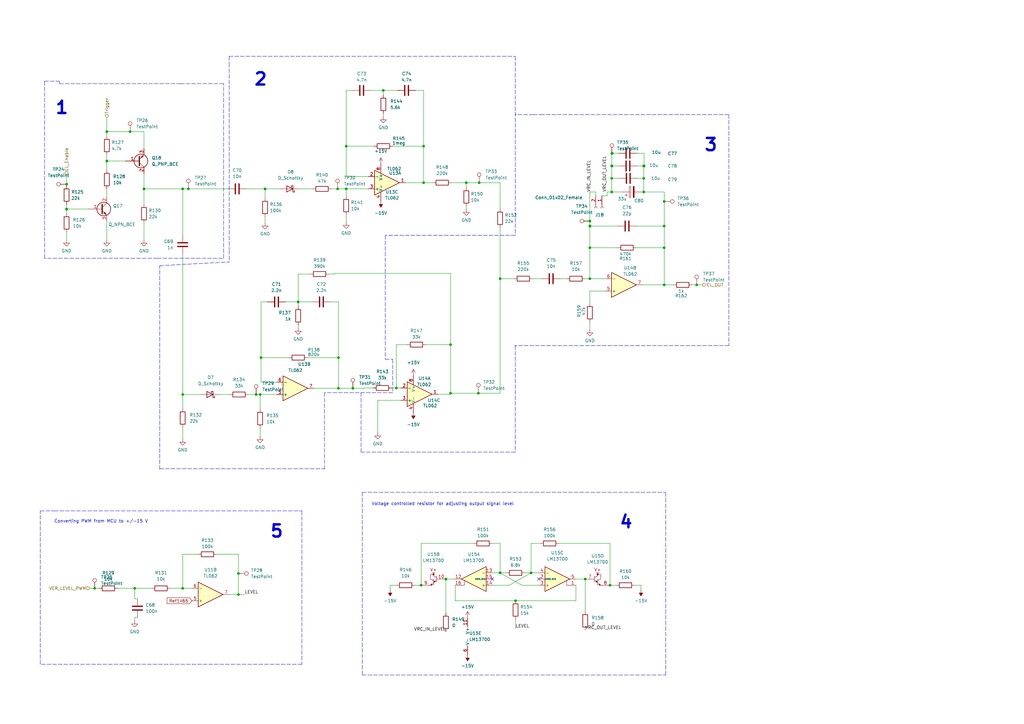
<source format=kicad_sch>
(kicad_sch (version 20211123) (generator eeschema)

  (uuid 590be0d6-8276-45ec-98bf-3cf502080d9a)

  (paper "A3")

  (lib_symbols
    (symbol "Amplifier_Operational:LM13700" (pin_names (offset 0.127)) (in_bom yes) (on_board yes)
      (property "Reference" "U" (id 0) (at 3.81 5.08 0)
        (effects (font (size 1.27 1.27)))
      )
      (property "Value" "LM13700" (id 1) (at 5.08 -5.08 0)
        (effects (font (size 1.27 1.27)))
      )
      (property "Footprint" "" (id 2) (at -7.62 0.635 0)
        (effects (font (size 1.27 1.27)) hide)
      )
      (property "Datasheet" "http://www.ti.com/lit/ds/symlink/lm13700.pdf" (id 3) (at -7.62 0.635 0)
        (effects (font (size 1.27 1.27)) hide)
      )
      (property "ki_locked" "" (id 4) (at 0 0 0)
        (effects (font (size 1.27 1.27)))
      )
      (property "ki_keywords" "operational transconductance amplifier OTA" (id 5) (at 0 0 0)
        (effects (font (size 1.27 1.27)) hide)
      )
      (property "ki_description" "Dual Operational Transconductance Amplifiers with Linearizing Diodes and Buffers, DIP-16/SOIC-16" (id 6) (at 0 0 0)
        (effects (font (size 1.27 1.27)) hide)
      )
      (property "ki_fp_filters" "SOIC*3.9x9.9mm*P1.27mm* DIP*W7.62mm*" (id 7) (at 0 0 0)
        (effects (font (size 1.27 1.27)) hide)
      )
      (symbol "LM13700_1_1"
        (polyline
          (pts
            (xy 3.81 -0.635)
            (xy 3.81 -2.54)
            (xy 5.08 -2.54)
          )
          (stroke (width 0) (type default) (color 0 0 0 0))
          (fill (type none))
        )
        (polyline
          (pts
            (xy 5.08 0)
            (xy -5.08 -5.08)
            (xy -5.08 5.08)
            (xy 5.08 0)
          )
          (stroke (width 0.254) (type default) (color 0 0 0 0))
          (fill (type background))
        )
        (pin output line (at 7.62 0 180) (length 2.54)
          (name "~" (effects (font (size 1.27 1.27))))
          (number "12" (effects (font (size 1.27 1.27))))
        )
        (pin input line (at -7.62 2.54 0) (length 2.54)
          (name "-" (effects (font (size 1.27 1.27))))
          (number "13" (effects (font (size 1.27 1.27))))
        )
        (pin input line (at -7.62 -2.54 0) (length 2.54)
          (name "+" (effects (font (size 1.27 1.27))))
          (number "14" (effects (font (size 1.27 1.27))))
        )
        (pin input line (at -7.62 0 0) (length 2.54)
          (name "DIODE_BIAS" (effects (font (size 0.508 0.508))))
          (number "15" (effects (font (size 1.27 1.27))))
        )
        (pin input line (at 7.62 -2.54 180) (length 2.54)
          (name "~" (effects (font (size 1.27 1.27))))
          (number "16" (effects (font (size 1.27 1.27))))
        )
      )
      (symbol "LM13700_2_0"
        (polyline
          (pts
            (xy -1.905 2.54)
            (xy -3.175 2.54)
          )
          (stroke (width 0) (type default) (color 0 0 0 0))
          (fill (type none))
        )
      )
      (symbol "LM13700_2_1"
        (circle (center -2.54 1.905) (radius 0.254)
          (stroke (width 0.254) (type default) (color 0 0 0 0))
          (fill (type outline))
        )
        (polyline
          (pts
            (xy -3.81 -0.635)
            (xy -2.54 -1.27)
          )
          (stroke (width 0) (type default) (color 0 0 0 0))
          (fill (type none))
        )
        (polyline
          (pts
            (xy -3.81 1.27)
            (xy -3.81 -1.27)
          )
          (stroke (width 0) (type default) (color 0 0 0 0))
          (fill (type none))
        )
        (polyline
          (pts
            (xy -2.54 -1.905)
            (xy -1.27 -2.54)
          )
          (stroke (width 0) (type default) (color 0 0 0 0))
          (fill (type none))
        )
        (polyline
          (pts
            (xy -2.54 0)
            (xy -2.54 -2.54)
          )
          (stroke (width 0) (type default) (color 0 0 0 0))
          (fill (type none))
        )
        (polyline
          (pts
            (xy -3.81 0.635)
            (xy -2.54 1.27)
            (xy -2.54 1.905)
            (xy -2.54 2.54)
          )
          (stroke (width 0) (type default) (color 0 0 0 0))
          (fill (type none))
        )
        (polyline
          (pts
            (xy -2.54 -1.27)
            (xy -3.175 -0.635)
            (xy -3.175 -1.27)
            (xy -2.54 -1.27)
          )
          (stroke (width 0) (type default) (color 0 0 0 0))
          (fill (type outline))
        )
        (polyline
          (pts
            (xy -2.54 -0.635)
            (xy -1.27 0)
            (xy -1.27 1.905)
            (xy -2.54 1.905)
          )
          (stroke (width 0) (type default) (color 0 0 0 0))
          (fill (type none))
        )
        (polyline
          (pts
            (xy -1.27 -2.54)
            (xy -1.905 -1.905)
            (xy -1.905 -2.54)
            (xy -1.27 -2.54)
          )
          (stroke (width 0) (type default) (color 0 0 0 0))
          (fill (type outline))
        )
        (text "V+" (at -2.54 3.81 0)
          (effects (font (size 1.27 1.27)))
        )
        (pin input line (at -7.62 0 0) (length 3.81)
          (name "~" (effects (font (size 1.27 1.27))))
          (number "10" (effects (font (size 1.27 1.27))))
        )
        (pin output line (at 2.54 -2.54 180) (length 3.81)
          (name "~" (effects (font (size 1.27 1.27))))
          (number "9" (effects (font (size 1.27 1.27))))
        )
      )
      (symbol "LM13700_3_1"
        (polyline
          (pts
            (xy 3.81 -0.635)
            (xy 3.81 -2.54)
            (xy 5.08 -2.54)
          )
          (stroke (width 0) (type default) (color 0 0 0 0))
          (fill (type none))
        )
        (polyline
          (pts
            (xy 5.08 0)
            (xy -5.08 -5.08)
            (xy -5.08 5.08)
            (xy 5.08 0)
          )
          (stroke (width 0.254) (type default) (color 0 0 0 0))
          (fill (type background))
        )
        (pin input line (at 7.62 -2.54 180) (length 2.54)
          (name "~" (effects (font (size 1.27 1.27))))
          (number "1" (effects (font (size 1.27 1.27))))
        )
        (pin input line (at -7.62 0 0) (length 2.54)
          (name "DIODE_BIAS" (effects (font (size 0.508 0.508))))
          (number "2" (effects (font (size 1.27 1.27))))
        )
        (pin input line (at -7.62 -2.54 0) (length 2.54)
          (name "+" (effects (font (size 1.27 1.27))))
          (number "3" (effects (font (size 1.27 1.27))))
        )
        (pin input line (at -7.62 2.54 0) (length 2.54)
          (name "-" (effects (font (size 1.27 1.27))))
          (number "4" (effects (font (size 1.27 1.27))))
        )
        (pin output line (at 7.62 0 180) (length 2.54)
          (name "~" (effects (font (size 1.27 1.27))))
          (number "5" (effects (font (size 1.27 1.27))))
        )
      )
      (symbol "LM13700_4_0"
        (polyline
          (pts
            (xy -3.175 2.54)
            (xy -1.905 2.54)
          )
          (stroke (width 0) (type default) (color 0 0 0 0))
          (fill (type none))
        )
        (text "V+" (at -2.54 3.81 0)
          (effects (font (size 1.27 1.27)))
        )
      )
      (symbol "LM13700_4_1"
        (circle (center -2.54 1.905) (radius 0.254)
          (stroke (width 0.254) (type default) (color 0 0 0 0))
          (fill (type outline))
        )
        (polyline
          (pts
            (xy -3.81 -0.635)
            (xy -2.54 -1.27)
          )
          (stroke (width 0) (type default) (color 0 0 0 0))
          (fill (type none))
        )
        (polyline
          (pts
            (xy -3.81 1.27)
            (xy -3.81 -1.27)
          )
          (stroke (width 0) (type default) (color 0 0 0 0))
          (fill (type none))
        )
        (polyline
          (pts
            (xy -2.54 -1.905)
            (xy -1.27 -2.54)
          )
          (stroke (width 0) (type default) (color 0 0 0 0))
          (fill (type none))
        )
        (polyline
          (pts
            (xy -2.54 0)
            (xy -2.54 -2.54)
          )
          (stroke (width 0) (type default) (color 0 0 0 0))
          (fill (type none))
        )
        (polyline
          (pts
            (xy -3.81 0.635)
            (xy -2.54 1.27)
            (xy -2.54 2.54)
          )
          (stroke (width 0) (type default) (color 0 0 0 0))
          (fill (type none))
        )
        (polyline
          (pts
            (xy -2.54 -1.27)
            (xy -3.175 -0.635)
            (xy -3.175 -1.27)
            (xy -2.54 -1.27)
          )
          (stroke (width 0) (type default) (color 0 0 0 0))
          (fill (type outline))
        )
        (polyline
          (pts
            (xy -2.54 -0.635)
            (xy -1.27 0)
            (xy -1.27 1.905)
            (xy -2.54 1.905)
          )
          (stroke (width 0) (type default) (color 0 0 0 0))
          (fill (type none))
        )
        (polyline
          (pts
            (xy -1.27 -2.54)
            (xy -1.905 -1.905)
            (xy -1.905 -2.54)
            (xy -1.27 -2.54)
          )
          (stroke (width 0) (type default) (color 0 0 0 0))
          (fill (type outline))
        )
        (pin input line (at -7.62 0 0) (length 3.81)
          (name "~" (effects (font (size 1.27 1.27))))
          (number "7" (effects (font (size 1.27 1.27))))
        )
        (pin output line (at 2.54 -2.54 180) (length 3.81)
          (name "~" (effects (font (size 1.27 1.27))))
          (number "8" (effects (font (size 1.27 1.27))))
        )
      )
      (symbol "LM13700_5_1"
        (pin power_in line (at -2.54 7.62 270) (length 3.81)
          (name "V+" (effects (font (size 1.27 1.27))))
          (number "11" (effects (font (size 1.27 1.27))))
        )
        (pin power_in line (at -2.54 -7.62 90) (length 3.81)
          (name "V-" (effects (font (size 1.27 1.27))))
          (number "6" (effects (font (size 1.27 1.27))))
        )
      )
    )
    (symbol "Amplifier_Operational:TL062" (pin_names (offset 0.127)) (in_bom yes) (on_board yes)
      (property "Reference" "U" (id 0) (at 0 5.08 0)
        (effects (font (size 1.27 1.27)) (justify left))
      )
      (property "Value" "TL062" (id 1) (at 0 -5.08 0)
        (effects (font (size 1.27 1.27)) (justify left))
      )
      (property "Footprint" "" (id 2) (at 0 0 0)
        (effects (font (size 1.27 1.27)) hide)
      )
      (property "Datasheet" "http://www.ti.com/lit/ds/symlink/tl061.pdf" (id 3) (at 0 0 0)
        (effects (font (size 1.27 1.27)) hide)
      )
      (property "ki_locked" "" (id 4) (at 0 0 0)
        (effects (font (size 1.27 1.27)))
      )
      (property "ki_keywords" "dual opamp" (id 5) (at 0 0 0)
        (effects (font (size 1.27 1.27)) hide)
      )
      (property "ki_description" "Dual Low-Power JFET-Input Operational Amplifiers, DIP-8/SOIC-8/SSOP-8" (id 6) (at 0 0 0)
        (effects (font (size 1.27 1.27)) hide)
      )
      (property "ki_fp_filters" "SOIC*3.9x4.9mm*P1.27mm* DIP*W7.62mm* TO*99* OnSemi*Micro8* TSSOP*3x3mm*P0.65mm* TSSOP*4.4x3mm*P0.65mm* MSOP*3x3mm*P0.65mm* SSOP*3.9x4.9mm*P0.635mm* LFCSP*2x2mm*P0.5mm* *SIP* SOIC*5.3x6.2mm*P1.27mm*" (id 7) (at 0 0 0)
        (effects (font (size 1.27 1.27)) hide)
      )
      (symbol "TL062_1_1"
        (polyline
          (pts
            (xy -5.08 5.08)
            (xy 5.08 0)
            (xy -5.08 -5.08)
            (xy -5.08 5.08)
          )
          (stroke (width 0.254) (type default) (color 0 0 0 0))
          (fill (type background))
        )
        (pin output line (at 7.62 0 180) (length 2.54)
          (name "~" (effects (font (size 1.27 1.27))))
          (number "1" (effects (font (size 1.27 1.27))))
        )
        (pin input line (at -7.62 -2.54 0) (length 2.54)
          (name "-" (effects (font (size 1.27 1.27))))
          (number "2" (effects (font (size 1.27 1.27))))
        )
        (pin input line (at -7.62 2.54 0) (length 2.54)
          (name "+" (effects (font (size 1.27 1.27))))
          (number "3" (effects (font (size 1.27 1.27))))
        )
      )
      (symbol "TL062_2_1"
        (polyline
          (pts
            (xy -5.08 5.08)
            (xy 5.08 0)
            (xy -5.08 -5.08)
            (xy -5.08 5.08)
          )
          (stroke (width 0.254) (type default) (color 0 0 0 0))
          (fill (type background))
        )
        (pin input line (at -7.62 2.54 0) (length 2.54)
          (name "+" (effects (font (size 1.27 1.27))))
          (number "5" (effects (font (size 1.27 1.27))))
        )
        (pin input line (at -7.62 -2.54 0) (length 2.54)
          (name "-" (effects (font (size 1.27 1.27))))
          (number "6" (effects (font (size 1.27 1.27))))
        )
        (pin output line (at 7.62 0 180) (length 2.54)
          (name "~" (effects (font (size 1.27 1.27))))
          (number "7" (effects (font (size 1.27 1.27))))
        )
      )
      (symbol "TL062_3_1"
        (pin power_in line (at -2.54 -7.62 90) (length 3.81)
          (name "V-" (effects (font (size 1.27 1.27))))
          (number "4" (effects (font (size 1.27 1.27))))
        )
        (pin power_in line (at -2.54 7.62 270) (length 3.81)
          (name "V+" (effects (font (size 1.27 1.27))))
          (number "8" (effects (font (size 1.27 1.27))))
        )
      )
    )
    (symbol "Connector:Conn_01x02_Female" (pin_names (offset 1.016) hide) (in_bom yes) (on_board yes)
      (property "Reference" "J" (id 0) (at 0 2.54 0)
        (effects (font (size 1.27 1.27)))
      )
      (property "Value" "Conn_01x02_Female" (id 1) (at 0 -5.08 0)
        (effects (font (size 1.27 1.27)))
      )
      (property "Footprint" "" (id 2) (at 0 0 0)
        (effects (font (size 1.27 1.27)) hide)
      )
      (property "Datasheet" "~" (id 3) (at 0 0 0)
        (effects (font (size 1.27 1.27)) hide)
      )
      (property "ki_keywords" "connector" (id 4) (at 0 0 0)
        (effects (font (size 1.27 1.27)) hide)
      )
      (property "ki_description" "Generic connector, single row, 01x02, script generated (kicad-library-utils/schlib/autogen/connector/)" (id 5) (at 0 0 0)
        (effects (font (size 1.27 1.27)) hide)
      )
      (property "ki_fp_filters" "Connector*:*_1x??_*" (id 6) (at 0 0 0)
        (effects (font (size 1.27 1.27)) hide)
      )
      (symbol "Conn_01x02_Female_1_1"
        (arc (start 0 -2.032) (mid -0.508 -2.54) (end 0 -3.048)
          (stroke (width 0.1524) (type default) (color 0 0 0 0))
          (fill (type none))
        )
        (polyline
          (pts
            (xy -1.27 -2.54)
            (xy -0.508 -2.54)
          )
          (stroke (width 0.1524) (type default) (color 0 0 0 0))
          (fill (type none))
        )
        (polyline
          (pts
            (xy -1.27 0)
            (xy -0.508 0)
          )
          (stroke (width 0.1524) (type default) (color 0 0 0 0))
          (fill (type none))
        )
        (arc (start 0 0.508) (mid -0.508 0) (end 0 -0.508)
          (stroke (width 0.1524) (type default) (color 0 0 0 0))
          (fill (type none))
        )
        (pin passive line (at -5.08 0 0) (length 3.81)
          (name "Pin_1" (effects (font (size 1.27 1.27))))
          (number "1" (effects (font (size 1.27 1.27))))
        )
        (pin passive line (at -5.08 -2.54 0) (length 3.81)
          (name "Pin_2" (effects (font (size 1.27 1.27))))
          (number "2" (effects (font (size 1.27 1.27))))
        )
      )
    )
    (symbol "Connector:TestPoint" (pin_numbers hide) (pin_names (offset 0.762) hide) (in_bom yes) (on_board yes)
      (property "Reference" "TP" (id 0) (at 0 6.858 0)
        (effects (font (size 1.27 1.27)))
      )
      (property "Value" "TestPoint" (id 1) (at 0 5.08 0)
        (effects (font (size 1.27 1.27)))
      )
      (property "Footprint" "" (id 2) (at 5.08 0 0)
        (effects (font (size 1.27 1.27)) hide)
      )
      (property "Datasheet" "~" (id 3) (at 5.08 0 0)
        (effects (font (size 1.27 1.27)) hide)
      )
      (property "ki_keywords" "test point tp" (id 4) (at 0 0 0)
        (effects (font (size 1.27 1.27)) hide)
      )
      (property "ki_description" "test point" (id 5) (at 0 0 0)
        (effects (font (size 1.27 1.27)) hide)
      )
      (property "ki_fp_filters" "Pin* Test*" (id 6) (at 0 0 0)
        (effects (font (size 1.27 1.27)) hide)
      )
      (symbol "TestPoint_0_1"
        (circle (center 0 3.302) (radius 0.762)
          (stroke (width 0) (type default) (color 0 0 0 0))
          (fill (type none))
        )
      )
      (symbol "TestPoint_1_1"
        (pin passive line (at 0 0 90) (length 2.54)
          (name "1" (effects (font (size 1.27 1.27))))
          (number "1" (effects (font (size 1.27 1.27))))
        )
      )
    )
    (symbol "Device:C" (pin_numbers hide) (pin_names (offset 0.254)) (in_bom yes) (on_board yes)
      (property "Reference" "C" (id 0) (at 0.635 2.54 0)
        (effects (font (size 1.27 1.27)) (justify left))
      )
      (property "Value" "C" (id 1) (at 0.635 -2.54 0)
        (effects (font (size 1.27 1.27)) (justify left))
      )
      (property "Footprint" "" (id 2) (at 0.9652 -3.81 0)
        (effects (font (size 1.27 1.27)) hide)
      )
      (property "Datasheet" "~" (id 3) (at 0 0 0)
        (effects (font (size 1.27 1.27)) hide)
      )
      (property "ki_keywords" "cap capacitor" (id 4) (at 0 0 0)
        (effects (font (size 1.27 1.27)) hide)
      )
      (property "ki_description" "Unpolarized capacitor" (id 5) (at 0 0 0)
        (effects (font (size 1.27 1.27)) hide)
      )
      (property "ki_fp_filters" "C_*" (id 6) (at 0 0 0)
        (effects (font (size 1.27 1.27)) hide)
      )
      (symbol "C_0_1"
        (polyline
          (pts
            (xy -2.032 -0.762)
            (xy 2.032 -0.762)
          )
          (stroke (width 0.508) (type default) (color 0 0 0 0))
          (fill (type none))
        )
        (polyline
          (pts
            (xy -2.032 0.762)
            (xy 2.032 0.762)
          )
          (stroke (width 0.508) (type default) (color 0 0 0 0))
          (fill (type none))
        )
      )
      (symbol "C_1_1"
        (pin passive line (at 0 3.81 270) (length 2.794)
          (name "~" (effects (font (size 1.27 1.27))))
          (number "1" (effects (font (size 1.27 1.27))))
        )
        (pin passive line (at 0 -3.81 90) (length 2.794)
          (name "~" (effects (font (size 1.27 1.27))))
          (number "2" (effects (font (size 1.27 1.27))))
        )
      )
    )
    (symbol "Device:C_Polarized" (pin_numbers hide) (pin_names (offset 0.254)) (in_bom yes) (on_board yes)
      (property "Reference" "C" (id 0) (at 0.635 2.54 0)
        (effects (font (size 1.27 1.27)) (justify left))
      )
      (property "Value" "C_Polarized" (id 1) (at 0.635 -2.54 0)
        (effects (font (size 1.27 1.27)) (justify left))
      )
      (property "Footprint" "" (id 2) (at 0.9652 -3.81 0)
        (effects (font (size 1.27 1.27)) hide)
      )
      (property "Datasheet" "~" (id 3) (at 0 0 0)
        (effects (font (size 1.27 1.27)) hide)
      )
      (property "ki_keywords" "cap capacitor" (id 4) (at 0 0 0)
        (effects (font (size 1.27 1.27)) hide)
      )
      (property "ki_description" "Polarized capacitor" (id 5) (at 0 0 0)
        (effects (font (size 1.27 1.27)) hide)
      )
      (property "ki_fp_filters" "CP_*" (id 6) (at 0 0 0)
        (effects (font (size 1.27 1.27)) hide)
      )
      (symbol "C_Polarized_0_1"
        (rectangle (start -2.286 0.508) (end 2.286 1.016)
          (stroke (width 0) (type default) (color 0 0 0 0))
          (fill (type none))
        )
        (polyline
          (pts
            (xy -1.778 2.286)
            (xy -0.762 2.286)
          )
          (stroke (width 0) (type default) (color 0 0 0 0))
          (fill (type none))
        )
        (polyline
          (pts
            (xy -1.27 2.794)
            (xy -1.27 1.778)
          )
          (stroke (width 0) (type default) (color 0 0 0 0))
          (fill (type none))
        )
        (rectangle (start 2.286 -0.508) (end -2.286 -1.016)
          (stroke (width 0) (type default) (color 0 0 0 0))
          (fill (type outline))
        )
      )
      (symbol "C_Polarized_1_1"
        (pin passive line (at 0 3.81 270) (length 2.794)
          (name "~" (effects (font (size 1.27 1.27))))
          (number "1" (effects (font (size 1.27 1.27))))
        )
        (pin passive line (at 0 -3.81 90) (length 2.794)
          (name "~" (effects (font (size 1.27 1.27))))
          (number "2" (effects (font (size 1.27 1.27))))
        )
      )
    )
    (symbol "Device:D_Schottky" (pin_numbers hide) (pin_names (offset 1.016) hide) (in_bom yes) (on_board yes)
      (property "Reference" "D" (id 0) (at 0 2.54 0)
        (effects (font (size 1.27 1.27)))
      )
      (property "Value" "D_Schottky" (id 1) (at 0 -2.54 0)
        (effects (font (size 1.27 1.27)))
      )
      (property "Footprint" "" (id 2) (at 0 0 0)
        (effects (font (size 1.27 1.27)) hide)
      )
      (property "Datasheet" "~" (id 3) (at 0 0 0)
        (effects (font (size 1.27 1.27)) hide)
      )
      (property "ki_keywords" "diode Schottky" (id 4) (at 0 0 0)
        (effects (font (size 1.27 1.27)) hide)
      )
      (property "ki_description" "Schottky diode" (id 5) (at 0 0 0)
        (effects (font (size 1.27 1.27)) hide)
      )
      (property "ki_fp_filters" "TO-???* *_Diode_* *SingleDiode* D_*" (id 6) (at 0 0 0)
        (effects (font (size 1.27 1.27)) hide)
      )
      (symbol "D_Schottky_0_1"
        (polyline
          (pts
            (xy 1.27 0)
            (xy -1.27 0)
          )
          (stroke (width 0) (type default) (color 0 0 0 0))
          (fill (type none))
        )
        (polyline
          (pts
            (xy 1.27 1.27)
            (xy 1.27 -1.27)
            (xy -1.27 0)
            (xy 1.27 1.27)
          )
          (stroke (width 0.254) (type default) (color 0 0 0 0))
          (fill (type none))
        )
        (polyline
          (pts
            (xy -1.905 0.635)
            (xy -1.905 1.27)
            (xy -1.27 1.27)
            (xy -1.27 -1.27)
            (xy -0.635 -1.27)
            (xy -0.635 -0.635)
          )
          (stroke (width 0.254) (type default) (color 0 0 0 0))
          (fill (type none))
        )
      )
      (symbol "D_Schottky_1_1"
        (pin passive line (at -3.81 0 0) (length 2.54)
          (name "K" (effects (font (size 1.27 1.27))))
          (number "1" (effects (font (size 1.27 1.27))))
        )
        (pin passive line (at 3.81 0 180) (length 2.54)
          (name "A" (effects (font (size 1.27 1.27))))
          (number "2" (effects (font (size 1.27 1.27))))
        )
      )
    )
    (symbol "Device:Q_NPN_BCE" (pin_names (offset 0) hide) (in_bom yes) (on_board yes)
      (property "Reference" "Q" (id 0) (at 5.08 1.27 0)
        (effects (font (size 1.27 1.27)) (justify left))
      )
      (property "Value" "Q_NPN_BCE" (id 1) (at 5.08 -1.27 0)
        (effects (font (size 1.27 1.27)) (justify left))
      )
      (property "Footprint" "" (id 2) (at 5.08 2.54 0)
        (effects (font (size 1.27 1.27)) hide)
      )
      (property "Datasheet" "~" (id 3) (at 0 0 0)
        (effects (font (size 1.27 1.27)) hide)
      )
      (property "ki_keywords" "transistor NPN" (id 4) (at 0 0 0)
        (effects (font (size 1.27 1.27)) hide)
      )
      (property "ki_description" "NPN transistor, base/collector/emitter" (id 5) (at 0 0 0)
        (effects (font (size 1.27 1.27)) hide)
      )
      (symbol "Q_NPN_BCE_0_1"
        (polyline
          (pts
            (xy 0.635 0.635)
            (xy 2.54 2.54)
          )
          (stroke (width 0) (type default) (color 0 0 0 0))
          (fill (type none))
        )
        (polyline
          (pts
            (xy 0.635 -0.635)
            (xy 2.54 -2.54)
            (xy 2.54 -2.54)
          )
          (stroke (width 0) (type default) (color 0 0 0 0))
          (fill (type none))
        )
        (polyline
          (pts
            (xy 0.635 1.905)
            (xy 0.635 -1.905)
            (xy 0.635 -1.905)
          )
          (stroke (width 0.508) (type default) (color 0 0 0 0))
          (fill (type none))
        )
        (polyline
          (pts
            (xy 1.27 -1.778)
            (xy 1.778 -1.27)
            (xy 2.286 -2.286)
            (xy 1.27 -1.778)
            (xy 1.27 -1.778)
          )
          (stroke (width 0) (type default) (color 0 0 0 0))
          (fill (type outline))
        )
        (circle (center 1.27 0) (radius 2.8194)
          (stroke (width 0.254) (type default) (color 0 0 0 0))
          (fill (type none))
        )
      )
      (symbol "Q_NPN_BCE_1_1"
        (pin input line (at -5.08 0 0) (length 5.715)
          (name "B" (effects (font (size 1.27 1.27))))
          (number "1" (effects (font (size 1.27 1.27))))
        )
        (pin passive line (at 2.54 5.08 270) (length 2.54)
          (name "C" (effects (font (size 1.27 1.27))))
          (number "2" (effects (font (size 1.27 1.27))))
        )
        (pin passive line (at 2.54 -5.08 90) (length 2.54)
          (name "E" (effects (font (size 1.27 1.27))))
          (number "3" (effects (font (size 1.27 1.27))))
        )
      )
    )
    (symbol "Device:Q_PNP_BCE" (pin_names (offset 0) hide) (in_bom yes) (on_board yes)
      (property "Reference" "Q" (id 0) (at 5.08 1.27 0)
        (effects (font (size 1.27 1.27)) (justify left))
      )
      (property "Value" "Q_PNP_BCE" (id 1) (at 5.08 -1.27 0)
        (effects (font (size 1.27 1.27)) (justify left))
      )
      (property "Footprint" "" (id 2) (at 5.08 2.54 0)
        (effects (font (size 1.27 1.27)) hide)
      )
      (property "Datasheet" "~" (id 3) (at 0 0 0)
        (effects (font (size 1.27 1.27)) hide)
      )
      (property "ki_keywords" "transistor PNP" (id 4) (at 0 0 0)
        (effects (font (size 1.27 1.27)) hide)
      )
      (property "ki_description" "PNP transistor, base/collector/emitter" (id 5) (at 0 0 0)
        (effects (font (size 1.27 1.27)) hide)
      )
      (symbol "Q_PNP_BCE_0_1"
        (polyline
          (pts
            (xy 0.635 0.635)
            (xy 2.54 2.54)
          )
          (stroke (width 0) (type default) (color 0 0 0 0))
          (fill (type none))
        )
        (polyline
          (pts
            (xy 0.635 -0.635)
            (xy 2.54 -2.54)
            (xy 2.54 -2.54)
          )
          (stroke (width 0) (type default) (color 0 0 0 0))
          (fill (type none))
        )
        (polyline
          (pts
            (xy 0.635 1.905)
            (xy 0.635 -1.905)
            (xy 0.635 -1.905)
          )
          (stroke (width 0.508) (type default) (color 0 0 0 0))
          (fill (type none))
        )
        (polyline
          (pts
            (xy 2.286 -1.778)
            (xy 1.778 -2.286)
            (xy 1.27 -1.27)
            (xy 2.286 -1.778)
            (xy 2.286 -1.778)
          )
          (stroke (width 0) (type default) (color 0 0 0 0))
          (fill (type outline))
        )
        (circle (center 1.27 0) (radius 2.8194)
          (stroke (width 0.254) (type default) (color 0 0 0 0))
          (fill (type none))
        )
      )
      (symbol "Q_PNP_BCE_1_1"
        (pin input line (at -5.08 0 0) (length 5.715)
          (name "B" (effects (font (size 1.27 1.27))))
          (number "1" (effects (font (size 1.27 1.27))))
        )
        (pin passive line (at 2.54 5.08 270) (length 2.54)
          (name "C" (effects (font (size 1.27 1.27))))
          (number "2" (effects (font (size 1.27 1.27))))
        )
        (pin passive line (at 2.54 -5.08 90) (length 2.54)
          (name "E" (effects (font (size 1.27 1.27))))
          (number "3" (effects (font (size 1.27 1.27))))
        )
      )
    )
    (symbol "Device:R" (pin_numbers hide) (pin_names (offset 0)) (in_bom yes) (on_board yes)
      (property "Reference" "R" (id 0) (at 2.032 0 90)
        (effects (font (size 1.27 1.27)))
      )
      (property "Value" "R" (id 1) (at 0 0 90)
        (effects (font (size 1.27 1.27)))
      )
      (property "Footprint" "" (id 2) (at -1.778 0 90)
        (effects (font (size 1.27 1.27)) hide)
      )
      (property "Datasheet" "~" (id 3) (at 0 0 0)
        (effects (font (size 1.27 1.27)) hide)
      )
      (property "ki_keywords" "R res resistor" (id 4) (at 0 0 0)
        (effects (font (size 1.27 1.27)) hide)
      )
      (property "ki_description" "Resistor" (id 5) (at 0 0 0)
        (effects (font (size 1.27 1.27)) hide)
      )
      (property "ki_fp_filters" "R_*" (id 6) (at 0 0 0)
        (effects (font (size 1.27 1.27)) hide)
      )
      (symbol "R_0_1"
        (rectangle (start -1.016 -2.54) (end 1.016 2.54)
          (stroke (width 0.254) (type default) (color 0 0 0 0))
          (fill (type none))
        )
      )
      (symbol "R_1_1"
        (pin passive line (at 0 3.81 270) (length 1.27)
          (name "~" (effects (font (size 1.27 1.27))))
          (number "1" (effects (font (size 1.27 1.27))))
        )
        (pin passive line (at 0 -3.81 90) (length 1.27)
          (name "~" (effects (font (size 1.27 1.27))))
          (number "2" (effects (font (size 1.27 1.27))))
        )
      )
    )
    (symbol "power:+15V" (power) (pin_names (offset 0)) (in_bom yes) (on_board yes)
      (property "Reference" "#PWR" (id 0) (at 0 -3.81 0)
        (effects (font (size 1.27 1.27)) hide)
      )
      (property "Value" "+15V" (id 1) (at 0 3.556 0)
        (effects (font (size 1.27 1.27)))
      )
      (property "Footprint" "" (id 2) (at 0 0 0)
        (effects (font (size 1.27 1.27)) hide)
      )
      (property "Datasheet" "" (id 3) (at 0 0 0)
        (effects (font (size 1.27 1.27)) hide)
      )
      (property "ki_keywords" "global power" (id 4) (at 0 0 0)
        (effects (font (size 1.27 1.27)) hide)
      )
      (property "ki_description" "Power symbol creates a global label with name \"+15V\"" (id 5) (at 0 0 0)
        (effects (font (size 1.27 1.27)) hide)
      )
      (symbol "+15V_0_1"
        (polyline
          (pts
            (xy -0.762 1.27)
            (xy 0 2.54)
          )
          (stroke (width 0) (type default) (color 0 0 0 0))
          (fill (type none))
        )
        (polyline
          (pts
            (xy 0 0)
            (xy 0 2.54)
          )
          (stroke (width 0) (type default) (color 0 0 0 0))
          (fill (type none))
        )
        (polyline
          (pts
            (xy 0 2.54)
            (xy 0.762 1.27)
          )
          (stroke (width 0) (type default) (color 0 0 0 0))
          (fill (type none))
        )
      )
      (symbol "+15V_1_1"
        (pin power_in line (at 0 0 90) (length 0) hide
          (name "+15V" (effects (font (size 1.27 1.27))))
          (number "1" (effects (font (size 1.27 1.27))))
        )
      )
    )
    (symbol "power:-15V" (power) (pin_names (offset 0)) (in_bom yes) (on_board yes)
      (property "Reference" "#PWR" (id 0) (at 0 2.54 0)
        (effects (font (size 1.27 1.27)) hide)
      )
      (property "Value" "-15V" (id 1) (at 0 3.81 0)
        (effects (font (size 1.27 1.27)))
      )
      (property "Footprint" "" (id 2) (at 0 0 0)
        (effects (font (size 1.27 1.27)) hide)
      )
      (property "Datasheet" "" (id 3) (at 0 0 0)
        (effects (font (size 1.27 1.27)) hide)
      )
      (property "ki_keywords" "global power" (id 4) (at 0 0 0)
        (effects (font (size 1.27 1.27)) hide)
      )
      (property "ki_description" "Power symbol creates a global label with name \"-15V\"" (id 5) (at 0 0 0)
        (effects (font (size 1.27 1.27)) hide)
      )
      (symbol "-15V_0_0"
        (pin power_in line (at 0 0 90) (length 0) hide
          (name "-15V" (effects (font (size 1.27 1.27))))
          (number "1" (effects (font (size 1.27 1.27))))
        )
      )
      (symbol "-15V_0_1"
        (polyline
          (pts
            (xy 0 0)
            (xy 0 1.27)
            (xy 0.762 1.27)
            (xy 0 2.54)
            (xy -0.762 1.27)
            (xy 0 1.27)
          )
          (stroke (width 0) (type default) (color 0 0 0 0))
          (fill (type outline))
        )
      )
    )
    (symbol "power:GND" (power) (pin_names (offset 0)) (in_bom yes) (on_board yes)
      (property "Reference" "#PWR" (id 0) (at 0 -6.35 0)
        (effects (font (size 1.27 1.27)) hide)
      )
      (property "Value" "GND" (id 1) (at 0 -3.81 0)
        (effects (font (size 1.27 1.27)))
      )
      (property "Footprint" "" (id 2) (at 0 0 0)
        (effects (font (size 1.27 1.27)) hide)
      )
      (property "Datasheet" "" (id 3) (at 0 0 0)
        (effects (font (size 1.27 1.27)) hide)
      )
      (property "ki_keywords" "global power" (id 4) (at 0 0 0)
        (effects (font (size 1.27 1.27)) hide)
      )
      (property "ki_description" "Power symbol creates a global label with name \"GND\" , ground" (id 5) (at 0 0 0)
        (effects (font (size 1.27 1.27)) hide)
      )
      (symbol "GND_0_1"
        (polyline
          (pts
            (xy 0 0)
            (xy 0 -1.27)
            (xy 1.27 -1.27)
            (xy 0 -2.54)
            (xy -1.27 -1.27)
            (xy 0 -1.27)
          )
          (stroke (width 0) (type default) (color 0 0 0 0))
          (fill (type none))
        )
      )
      (symbol "GND_1_1"
        (pin power_in line (at 0 0 270) (length 0) hide
          (name "GND" (effects (font (size 1.27 1.27))))
          (number "1" (effects (font (size 1.27 1.27))))
        )
      )
    )
  )

  (junction (at 172.72 240.03) (diameter 0) (color 0 0 0 0)
    (uuid 012c2907-6152-4a36-bc70-030cd96caf18)
  )
  (junction (at 55.245 241.3) (diameter 0) (color 0 0 0 0)
    (uuid 05546992-99d9-4faf-9dc7-51ccc445b2d7)
  )
  (junction (at 285.7262 116.84) (diameter 0) (color 0 0 0 0)
    (uuid 06543186-5e9c-41aa-a3fe-e437c83ccce7)
  )
  (junction (at 173.736 74.93) (diameter 0) (color 0 0 0 0)
    (uuid 087e1a66-69ec-4ad4-a736-874e5eff7e12)
  )
  (junction (at 250.8954 73.152) (diameter 0) (color 0 0 0 0)
    (uuid 0a82d8f3-9544-43d3-af42-999b6af04ddd)
  )
  (junction (at 106.68 161.798) (diameter 0) (color 0 0 0 0)
    (uuid 0d707654-6cfb-4758-9412-13a4b6cc1c54)
  )
  (junction (at 74.93 77.47) (diameter 0) (color 0 0 0 0)
    (uuid 0fca8e1d-bc5e-4369-9a88-8fde9a1336a9)
  )
  (junction (at 74.93 161.798) (diameter 0) (color 0 0 0 0)
    (uuid 107cb382-2b0e-4808-9108-ef667d7fc7be)
  )
  (junction (at 241.935 92.71) (diameter 0) (color 0 0 0 0)
    (uuid 124a46f2-3947-44bd-ac97-4cd777517e24)
  )
  (junction (at 250.19 240.03) (diameter 0) (color 0 0 0 0)
    (uuid 1542290a-cb5c-4d07-8b05-848be6a0e6a2)
  )
  (junction (at 162.56 159.131) (diameter 0) (color 0 0 0 0)
    (uuid 15c29374-ec22-4c6f-8817-79a2acda32ee)
  )
  (junction (at 264.033 78.74) (diameter 0) (color 0 0 0 0)
    (uuid 15d85408-f9ea-44da-89d6-e33e37eee1ad)
  )
  (junction (at 108.712 77.47) (diameter 0) (color 0 0 0 0)
    (uuid 1b210eee-bdcf-4971-8844-7ef5b2039754)
  )
  (junction (at 97.79 235.2217) (diameter 0) (color 0 0 0 0)
    (uuid 1d906195-4d47-4726-ad0b-7c54ef275f13)
  )
  (junction (at 138.4673 77.47) (diameter 0) (color 0 0 0 0)
    (uuid 2eb54bea-0836-46bb-82c7-2a8e10d2cb7b)
  )
  (junction (at 264.033 73.152) (diameter 0) (color 0 0 0 0)
    (uuid 35d826e0-f1de-4a04-b944-988ff90e09cc)
  )
  (junction (at 250.8954 68.072) (diameter 0) (color 0 0 0 0)
    (uuid 378f3f9a-810b-4058-9739-baf92cea548a)
  )
  (junction (at 250.952 68.072) (diameter 0) (color 0 0 0 0)
    (uuid 388d6a66-7b7d-48b4-9065-019d41af5676)
  )
  (junction (at 157.226 37.084) (diameter 0) (color 0 0 0 0)
    (uuid 44ab686e-f8fb-4c3d-9f03-436954152291)
  )
  (junction (at 205.105 114.3) (diameter 0) (color 0 0 0 0)
    (uuid 47de056b-6ed3-4800-ba2e-1f4a42f5befb)
  )
  (junction (at 141.986 59.944) (diameter 0) (color 0 0 0 0)
    (uuid 4f934734-0708-441e-912e-95a73517f782)
  )
  (junction (at 184.785 161.29) (diameter 0) (color 0 0 0 0)
    (uuid 5476962d-c963-4e37-939e-a9c545031ed0)
  )
  (junction (at 138.811 146.685) (diameter 0) (color 0 0 0 0)
    (uuid 55c52fca-4a6f-4778-a951-1e03a31b1eb5)
  )
  (junction (at 240.03 237.49) (diameter 0) (color 0 0 0 0)
    (uuid 5addbe5c-b06e-429a-ada2-8f1bd8b9976e)
  )
  (junction (at 272.415 101.6) (diameter 0) (color 0 0 0 0)
    (uuid 635850f8-9e02-48fa-a529-1a3b9ed8fe4c)
  )
  (junction (at 251.0813 62.865) (diameter 0) (color 0 0 0 0)
    (uuid 65afd27b-4c3f-4121-920f-56c419697e53)
  )
  (junction (at 27.305 85.7943) (diameter 0) (color 0 0 0 0)
    (uuid 7095ced3-471b-47f6-af10-a2b322eb8062)
  )
  (junction (at 272.415 82.6311) (diameter 0) (color 0 0 0 0)
    (uuid 727e2b77-5f21-4330-b3eb-e7e1171e3b37)
  )
  (junction (at 38.8219 241.3) (diameter 0) (color 0 0 0 0)
    (uuid 76d1a66b-f9c9-414d-83c0-8e6b65584949)
  )
  (junction (at 250.8954 78.74) (diameter 0) (color 0 0 0 0)
    (uuid 78e8ac34-3561-484e-a05d-6d21b6eedd0e)
  )
  (junction (at 217.805 234.95) (diameter 0) (color 0 0 0 0)
    (uuid 7c19120e-eab8-4f1f-9b73-985b90e72e37)
  )
  (junction (at 138.811 159.258) (diameter 0) (color 0 0 0 0)
    (uuid 7de50f09-ee1c-4a06-8cdf-ed9e32f32157)
  )
  (junction (at 191.262 74.93) (diameter 0) (color 0 0 0 0)
    (uuid 7e91bdde-a1d2-4f21-a3b9-f3a5d10aa33b)
  )
  (junction (at 241.935 90.67) (diameter 0) (color 0 0 0 0)
    (uuid 8035afb6-5d64-4a62-a8c3-4f31f6963143)
  )
  (junction (at 43.815 53.975) (diameter 0) (color 0 0 0 0)
    (uuid 803bc1ed-a48a-405e-aa17-53dc547e988c)
  )
  (junction (at 97.79 243.84) (diameter 0) (color 0 0 0 0)
    (uuid 880a36ff-1fdc-47f1-a4ab-b9ab6a0d38c2)
  )
  (junction (at 211.455 246.38) (diameter 0) (color 0 0 0 0)
    (uuid 89544194-12cd-4721-a118-98d2fef5be12)
  )
  (junction (at 144.7348 159.258) (diameter 0) (color 0 0 0 0)
    (uuid 94d8a6c0-cace-4bdb-b0b2-a6ea0b0c9073)
  )
  (junction (at 184.785 141.351) (diameter 0) (color 0 0 0 0)
    (uuid a31d9542-82e5-4792-9e81-0e4369b930a5)
  )
  (junction (at 264.033 68.072) (diameter 0) (color 0 0 0 0)
    (uuid a42f0ec7-6523-4bbd-8637-c6d610e0a6b8)
  )
  (junction (at 196.2152 161.29) (diameter 0) (color 0 0 0 0)
    (uuid a83d6fcd-1c53-465d-86fe-32197a62585b)
  )
  (junction (at 272.415 116.84) (diameter 0) (color 0 0 0 0)
    (uuid aa141a04-8075-4a3d-85dd-b7ec54619885)
  )
  (junction (at 59.055 77.47) (diameter 0) (color 0 0 0 0)
    (uuid aa752e8d-61e0-4760-be46-547410079bfc)
  )
  (junction (at 205.105 234.95) (diameter 0) (color 0 0 0 0)
    (uuid ad1af75f-712a-4ad6-bb3a-590b0977a1a1)
  )
  (junction (at 27.305 85.725) (diameter 0) (color 0 0 0 0)
    (uuid ae371330-9128-47a7-a79e-6d5c9a69e0a5)
  )
  (junction (at 27.305 75.5478) (diameter 0) (color 0 0 0 0)
    (uuid af9aa9b3-39b0-4298-a4f2-2fed9f3a7948)
  )
  (junction (at 173.736 59.944) (diameter 0) (color 0 0 0 0)
    (uuid b0149d07-0afe-4402-a122-1ff2f54141c0)
  )
  (junction (at 241.935 92.7447) (diameter 0) (color 0 0 0 0)
    (uuid c22864a3-496b-4344-a779-9ce6997a0db2)
  )
  (junction (at 77.2749 77.47) (diameter 0) (color 0 0 0 0)
    (uuid c4795678-d914-4252-8a16-39a71d15c394)
  )
  (junction (at 107.061 146.685) (diameter 0) (color 0 0 0 0)
    (uuid c4d4a215-0ddd-44f3-87ad-3a4f6483e79f)
  )
  (junction (at 105.0439 161.798) (diameter 0) (color 0 0 0 0)
    (uuid c94d4429-5a1f-4ce5-a3f9-4d90a1226ea4)
  )
  (junction (at 74.93 241.3) (diameter 0) (color 0 0 0 0)
    (uuid cd7f9f20-297e-413f-9097-14af2864d9f9)
  )
  (junction (at 43.815 66.04) (diameter 0) (color 0 0 0 0)
    (uuid cdf3336c-d517-49cc-94a2-6e9f6274e506)
  )
  (junction (at 141.986 77.47) (diameter 0) (color 0 0 0 0)
    (uuid df40a413-3b02-4870-8097-359d26be39a0)
  )
  (junction (at 196.5244 74.93) (diameter 0) (color 0 0 0 0)
    (uuid e7a36525-ea5d-4919-a9a5-468c3bc843cc)
  )
  (junction (at 264.16 68.072) (diameter 0) (color 0 0 0 0)
    (uuid e9dcaea2-c457-4a0c-ba88-c1a5eb180cbe)
  )
  (junction (at 250.952 62.9735) (diameter 0) (color 0 0 0 0)
    (uuid ec755840-60d7-4703-a8b4-c6b68d0fe9ab)
  )
  (junction (at 122.301 123.825) (diameter 0) (color 0 0 0 0)
    (uuid ede6ae2b-54a5-498d-b936-eddc5f3b479d)
  )
  (junction (at 241.935 114.3) (diameter 0) (color 0 0 0 0)
    (uuid f04d6ede-b38b-41f9-ad3a-b120728b95a7)
  )
  (junction (at 272.415 92.71) (diameter 0) (color 0 0 0 0)
    (uuid f712176d-79a7-4a9c-b5f8-4215f3c9c3eb)
  )
  (junction (at 182.88 237.49) (diameter 0) (color 0 0 0 0)
    (uuid f79310fb-7687-4f9c-9246-a750d496e2de)
  )
  (junction (at 241.935 101.6) (diameter 0) (color 0 0 0 0)
    (uuid f979ea95-6217-4658-80d1-429929156735)
  )
  (junction (at 53.3691 53.975) (diameter 0) (color 0 0 0 0)
    (uuid f987bbb9-de02-4602-8339-d99412b06a15)
  )

  (no_connect (at 220.98 237.49) (uuid 6bc721d5-badc-45fd-b92c-a6efb0db5ff6))
  (no_connect (at 201.93 237.49) (uuid a8a9f48c-74d4-45ac-8f91-059b2cecde03))

  (polyline (pts (xy 133.096 161.036) (xy 133.096 192.532))
    (stroke (width 0) (type default) (color 0 0 0 0))
    (uuid 00c061a1-660e-4fb0-9298-f78f442c5dda)
  )

  (wire (pts (xy 154.94 164.211) (xy 164.465 164.211))
    (stroke (width 0) (type default) (color 0 0 0 0))
    (uuid 00d5cf62-4e6c-40f6-a378-58ad8a117059)
  )
  (wire (pts (xy 43.815 66.04) (xy 43.815 69.85))
    (stroke (width 0) (type default) (color 0 0 0 0))
    (uuid 018fa784-2e94-4fc7-a3d9-9c99073467f5)
  )
  (wire (pts (xy 264.033 73.152) (xy 264.033 78.74))
    (stroke (width 0) (type default) (color 0 0 0 0))
    (uuid 0252822b-93f9-4397-81eb-e4271cb49677)
  )
  (polyline (pts (xy 211.328 96.52) (xy 157.988 96.52))
    (stroke (width 0) (type default) (color 0 0 0 0))
    (uuid 056b3431-9346-4b6c-a142-2d44f88d95ab)
  )
  (polyline (pts (xy 22.225 209.55) (xy 123.825 209.55))
    (stroke (width 0) (type default) (color 0 0 0 0))
    (uuid 07381c36-0a39-49ea-9c0a-3b45f0f9cae4)
  )

  (wire (pts (xy 229.235 222.885) (xy 250.19 222.885))
    (stroke (width 0) (type default) (color 0 0 0 0))
    (uuid 0995333d-3d50-4d2f-823c-d76cd40f8104)
  )
  (wire (pts (xy 217.805 222.885) (xy 221.615 222.885))
    (stroke (width 0) (type default) (color 0 0 0 0))
    (uuid 0bc2d896-bc70-4668-babf-b2891bc56479)
  )
  (wire (pts (xy 157.226 37.084) (xy 162.941 37.084))
    (stroke (width 0) (type default) (color 0 0 0 0))
    (uuid 0c032560-abe6-42c9-a594-b4ee24056c85)
  )
  (wire (pts (xy 253.873 73.152) (xy 250.8954 73.152))
    (stroke (width 0) (type default) (color 0 0 0 0))
    (uuid 0cd77565-3203-4879-9241-4d2462434854)
  )
  (wire (pts (xy 170.18 240.03) (xy 172.72 240.03))
    (stroke (width 0) (type default) (color 0 0 0 0))
    (uuid 0ce4a02c-e45e-4c9e-a72b-b7ff3bc38a5d)
  )
  (wire (pts (xy 141.986 37.084) (xy 141.986 59.944))
    (stroke (width 0) (type default) (color 0 0 0 0))
    (uuid 0e2e1fa8-246a-4914-9a26-57c72c4e3a2c)
  )
  (wire (pts (xy 229.87 114.3) (xy 232.41 114.3))
    (stroke (width 0) (type default) (color 0 0 0 0))
    (uuid 0ec91394-9dab-4eb3-8411-daa47a0d0d97)
  )
  (wire (pts (xy 211.455 254) (xy 211.455 257.81))
    (stroke (width 0) (type default) (color 0 0 0 0))
    (uuid 0f0d8984-5204-4d20-a8ac-645f4c2b013a)
  )
  (wire (pts (xy 250.952 62.865) (xy 251.0813 62.865))
    (stroke (width 0) (type default) (color 0 0 0 0))
    (uuid 10b29a5e-5b4c-4b2c-b896-b848c6235923)
  )
  (wire (pts (xy 27.305 95.25) (xy 27.305 98.425))
    (stroke (width 0) (type default) (color 0 0 0 0))
    (uuid 127e635d-ff55-4008-8d49-da2f4c2abfbd)
  )
  (wire (pts (xy 59.055 91.44) (xy 59.055 98.425))
    (stroke (width 0) (type default) (color 0 0 0 0))
    (uuid 13157999-73a5-4d81-87aa-be824737582d)
  )
  (polyline (pts (xy 148.59 201.93) (xy 273.05 201.93))
    (stroke (width 0) (type default) (color 0 0 0 0))
    (uuid 14e6c39e-3148-44c2-8237-012571fb2573)
  )

  (wire (pts (xy 241.935 132.08) (xy 241.935 135.255))
    (stroke (width 0) (type default) (color 0 0 0 0))
    (uuid 14e9b47b-8152-4083-a4f6-0114759b8114)
  )
  (wire (pts (xy 184.785 112.141) (xy 184.785 141.351))
    (stroke (width 0) (type default) (color 0 0 0 0))
    (uuid 1634247a-d765-4045-8d54-425f53c124c2)
  )
  (polyline (pts (xy 123.825 272.415) (xy 16.51 272.415))
    (stroke (width 0) (type default) (color 0 0 0 0))
    (uuid 1637d55e-edd6-41fe-9f91-8f6948a55b0f)
  )

  (wire (pts (xy 128.778 159.258) (xy 138.811 159.258))
    (stroke (width 0) (type default) (color 0 0 0 0))
    (uuid 195b8779-30b9-4b4a-9377-bc6322830308)
  )
  (wire (pts (xy 173.736 37.084) (xy 173.736 59.944))
    (stroke (width 0) (type default) (color 0 0 0 0))
    (uuid 1b6e4bee-01d4-4968-ac15-99535420c1e7)
  )
  (polyline (pts (xy 91.694 105.918) (xy 91.694 34.29))
    (stroke (width 0) (type default) (color 0 0 0 0))
    (uuid 1b84ba73-38c1-4141-9a9d-9f03f66783f8)
  )

  (wire (pts (xy 186.69 246.38) (xy 211.455 246.38))
    (stroke (width 0) (type default) (color 0 0 0 0))
    (uuid 1bc2eb99-7207-46a9-86ad-11c5c9d04281)
  )
  (polyline (pts (xy 273.05 276.86) (xy 273.05 201.93))
    (stroke (width 0) (type default) (color 0 0 0 0))
    (uuid 1f50468e-bbed-4878-a038-b75bfac6e576)
  )

  (wire (pts (xy 141.986 59.944) (xy 153.416 59.944))
    (stroke (width 0) (type default) (color 0 0 0 0))
    (uuid 207ed266-ae9f-4550-b552-e53465bdbbaa)
  )
  (wire (pts (xy 205.105 234.95) (xy 213.995 240.03))
    (stroke (width 0) (type default) (color 0 0 0 0))
    (uuid 20d2aa5a-4411-4de6-b0c1-04d26c17389c)
  )
  (wire (pts (xy 122.301 133.35) (xy 122.301 134.62))
    (stroke (width 0) (type default) (color 0 0 0 0))
    (uuid 20ddd16d-90f8-47f8-93a6-3d96104e38a2)
  )
  (wire (pts (xy 134.874 112.395) (xy 137.16 112.395))
    (stroke (width 0) (type default) (color 0 0 0 0))
    (uuid 21e6e605-0e81-4a79-ac12-12e7d138e477)
  )
  (wire (pts (xy 241.935 92.7447) (xy 241.935 92.71))
    (stroke (width 0) (type default) (color 0 0 0 0))
    (uuid 24912557-97c2-4923-8c2b-d95851c705be)
  )
  (wire (pts (xy 43.815 53.975) (xy 53.3691 53.975))
    (stroke (width 0) (type default) (color 0 0 0 0))
    (uuid 250543d7-8bf1-4fa5-a6ea-ccd4f86edf28)
  )
  (wire (pts (xy 184.785 161.29) (xy 196.2152 161.29))
    (stroke (width 0) (type default) (color 0 0 0 0))
    (uuid 2750c967-f7ca-445e-b83e-de2ad64a7e37)
  )
  (wire (pts (xy 56.388 253.238) (xy 55.245 253.238))
    (stroke (width 0) (type default) (color 0 0 0 0))
    (uuid 27990216-23fb-46a6-8575-281d4ec5e108)
  )
  (wire (pts (xy 205.105 114.3) (xy 205.105 93.345))
    (stroke (width 0) (type default) (color 0 0 0 0))
    (uuid 2dbaad33-96f7-4cc0-9e89-a476946a493e)
  )
  (wire (pts (xy 27.305 85.725) (xy 36.195 85.725))
    (stroke (width 0) (type default) (color 0 0 0 0))
    (uuid 2e14bde6-371e-4abe-9325-3f86ab7e84f8)
  )
  (wire (pts (xy 250.8954 73.152) (xy 250.8954 78.74))
    (stroke (width 0) (type default) (color 0 0 0 0))
    (uuid 2e3de429-0f30-437f-8b38-2418388eeb52)
  )
  (polyline (pts (xy 93.98 25.908) (xy 93.98 102.362))
    (stroke (width 0) (type default) (color 0 0 0 0))
    (uuid 2ec18294-5268-4d9d-a2f4-7cf2acc2ced2)
  )

  (wire (pts (xy 27.305 85.725) (xy 27.305 85.7943))
    (stroke (width 0) (type default) (color 0 0 0 0))
    (uuid 2ff8062b-7f07-4df9-b34a-59d56976f382)
  )
  (wire (pts (xy 108.712 77.47) (xy 108.712 81.28))
    (stroke (width 0) (type default) (color 0 0 0 0))
    (uuid 30cefb35-787e-4f1b-ba5e-ef17ef783efa)
  )
  (polyline (pts (xy 93.98 23.114) (xy 93.98 25.908))
    (stroke (width 0) (type default) (color 0 0 0 0))
    (uuid 32acc09c-2441-4681-be24-9e69d23b1303)
  )

  (wire (pts (xy 55.245 241.3) (xy 62.23 241.3))
    (stroke (width 0) (type default) (color 0 0 0 0))
    (uuid 32b8d0eb-e4be-4de8-942f-dd0b619779c4)
  )
  (polyline (pts (xy 65.532 192.532) (xy 65.532 108.966))
    (stroke (width 0) (type default) (color 0 0 0 0))
    (uuid 32e2aada-dd29-455a-8779-8e30c68a0a4e)
  )

  (wire (pts (xy 81.28 227.33) (xy 74.93 227.33))
    (stroke (width 0) (type default) (color 0 0 0 0))
    (uuid 3326327c-5389-4f91-8777-94d2e52efd17)
  )
  (wire (pts (xy 74.93 104.14) (xy 74.93 161.798))
    (stroke (width 0) (type default) (color 0 0 0 0))
    (uuid 33dc75f3-51ef-40ae-9ba7-a9f90131dbcd)
  )
  (wire (pts (xy 172.72 222.885) (xy 194.31 222.885))
    (stroke (width 0) (type default) (color 0 0 0 0))
    (uuid 347e8c29-8b0d-46ac-bf70-3069b152ab6c)
  )
  (wire (pts (xy 161.036 59.944) (xy 173.736 59.944))
    (stroke (width 0) (type default) (color 0 0 0 0))
    (uuid 34e8e696-aacd-40ce-9e63-202fd67efc86)
  )
  (wire (pts (xy 109.601 123.825) (xy 107.061 123.825))
    (stroke (width 0) (type default) (color 0 0 0 0))
    (uuid 3726f517-0427-463c-8d5a-067006a5b2a2)
  )
  (wire (pts (xy 272.415 82.6311) (xy 272.415 92.71))
    (stroke (width 0) (type default) (color 0 0 0 0))
    (uuid 37384c21-eeb2-44a1-a63b-637b6b6169c8)
  )
  (wire (pts (xy 138.4673 77.47) (xy 141.986 77.47))
    (stroke (width 0) (type default) (color 0 0 0 0))
    (uuid 3782ad69-ce81-416e-9566-ce054151a2b2)
  )
  (wire (pts (xy 261.366 68.072) (xy 264.033 68.072))
    (stroke (width 0) (type default) (color 0 0 0 0))
    (uuid 37dcbc7f-123a-44b5-8e51-7e13a5df3dd3)
  )
  (wire (pts (xy 260.985 101.6) (xy 272.415 101.6))
    (stroke (width 0) (type default) (color 0 0 0 0))
    (uuid 381df598-6c8a-4606-a16c-4722efe5b223)
  )
  (polyline (pts (xy 221.742 46.99) (xy 298.958 46.99))
    (stroke (width 0) (type default) (color 0 0 0 0))
    (uuid 3923fa70-327b-4e1c-adb3-c5a7989ca42b)
  )

  (wire (pts (xy 218.44 114.3) (xy 222.25 114.3))
    (stroke (width 0) (type default) (color 0 0 0 0))
    (uuid 3a794084-0362-4a14-9c6d-1a667bc13776)
  )
  (polyline (pts (xy 93.98 23.114) (xy 211.328 23.114))
    (stroke (width 0) (type default) (color 0 0 0 0))
    (uuid 3aeb09a4-3ff9-4afb-9041-baa8f4025977)
  )

  (wire (pts (xy 246.888 80.264) (xy 248.9904 80.264))
    (stroke (width 0) (type default) (color 0 0 0 0))
    (uuid 3b920ce8-d672-4dc8-bb53-90821f804cb9)
  )
  (wire (pts (xy 43.815 66.04) (xy 51.435 66.04))
    (stroke (width 0) (type default) (color 0 0 0 0))
    (uuid 3cca80cf-a66b-4650-a399-e852e326bcb9)
  )
  (wire (pts (xy 108.712 77.47) (xy 115.062 77.47))
    (stroke (width 0) (type default) (color 0 0 0 0))
    (uuid 3cff6426-3fac-431a-9526-145d333b2526)
  )
  (wire (pts (xy 27.305 71.755) (xy 27.305 75.5478))
    (stroke (width 0) (type default) (color 0 0 0 0))
    (uuid 3d399a0c-64f2-49f2-897b-eb75929c1e2f)
  )
  (wire (pts (xy 113.538 156.718) (xy 107.061 156.718))
    (stroke (width 0) (type default) (color 0 0 0 0))
    (uuid 3d5ee8de-b8d3-4431-8d0d-9f38adaede12)
  )
  (wire (pts (xy 191.262 84.582) (xy 191.262 85.852))
    (stroke (width 0) (type default) (color 0 0 0 0))
    (uuid 412bd37d-5c4e-43e5-a44a-fb5174aa455b)
  )
  (wire (pts (xy 137.16 112.141) (xy 184.785 112.141))
    (stroke (width 0) (type default) (color 0 0 0 0))
    (uuid 418d245a-f469-4c4d-9d91-e37a690c43c5)
  )
  (wire (pts (xy 137.16 112.141) (xy 137.16 112.395))
    (stroke (width 0) (type default) (color 0 0 0 0))
    (uuid 421a36de-cc0f-4735-b9c4-ab6a08f81b06)
  )
  (wire (pts (xy 250.952 68.072) (xy 253.746 68.072))
    (stroke (width 0) (type default) (color 0 0 0 0))
    (uuid 422b1c4b-8b03-463a-a000-7bc97ff42f40)
  )
  (wire (pts (xy 160.02 240.03) (xy 162.56 240.03))
    (stroke (width 0) (type default) (color 0 0 0 0))
    (uuid 4239920d-97bc-42af-8353-847202ca24b6)
  )
  (polyline (pts (xy 64.516 105.918) (xy 91.694 105.918))
    (stroke (width 0) (type default) (color 0 0 0 0))
    (uuid 437beba3-ecc3-4713-85cd-ee45caa597ab)
  )

  (wire (pts (xy 283.845 116.84) (xy 285.7262 116.84))
    (stroke (width 0) (type default) (color 0 0 0 0))
    (uuid 450f15ea-dadb-4172-8c87-6c3609d4c04f)
  )
  (wire (pts (xy 27.305 85.7943) (xy 27.305 87.63))
    (stroke (width 0) (type default) (color 0 0 0 0))
    (uuid 46e2b6ac-f1bc-479d-9375-4e172ce7e38e)
  )
  (wire (pts (xy 272.415 116.84) (xy 276.225 116.84))
    (stroke (width 0) (type default) (color 0 0 0 0))
    (uuid 47c429e1-25e6-46f6-8c11-bc6bb7fbb7f2)
  )
  (wire (pts (xy 27.305 83.82) (xy 27.305 85.725))
    (stroke (width 0) (type default) (color 0 0 0 0))
    (uuid 4810c24c-1bdb-44af-bfef-e84ad6e97ea3)
  )
  (wire (pts (xy 74.93 161.798) (xy 82.296 161.798))
    (stroke (width 0) (type default) (color 0 0 0 0))
    (uuid 482ea078-bf22-45da-9d4f-d11efde7ec9b)
  )
  (wire (pts (xy 77.2749 77.47) (xy 93.472 77.47))
    (stroke (width 0) (type default) (color 0 0 0 0))
    (uuid 4af6bd01-4044-493c-919a-39bc8aacf9a9)
  )
  (wire (pts (xy 138.811 159.258) (xy 138.811 146.685))
    (stroke (width 0) (type default) (color 0 0 0 0))
    (uuid 4b78aa35-acc0-4436-af30-b2f94fa56de3)
  )
  (wire (pts (xy 122.301 123.825) (xy 117.221 123.825))
    (stroke (width 0) (type default) (color 0 0 0 0))
    (uuid 4e8f998e-210d-42c9-ae48-12668447add2)
  )
  (wire (pts (xy 250.8954 68.072) (xy 250.952 68.072))
    (stroke (width 0) (type default) (color 0 0 0 0))
    (uuid 4ea49072-6d6d-4ed3-a951-5dff466035f3)
  )
  (wire (pts (xy 205.105 161.29) (xy 205.105 114.3))
    (stroke (width 0) (type default) (color 0 0 0 0))
    (uuid 4eafcbe2-9222-4e4c-a713-a1be440938e6)
  )
  (wire (pts (xy 101.854 161.798) (xy 105.0439 161.798))
    (stroke (width 0) (type default) (color 0 0 0 0))
    (uuid 4ef47fa8-a527-4c69-af92-06842254e568)
  )
  (polyline (pts (xy 148.082 161.036) (xy 148.082 185.42))
    (stroke (width 0) (type default) (color 0 0 0 0))
    (uuid 4eff0402-eecb-4f77-9a27-f08c0a964e5a)
  )

  (wire (pts (xy 101.092 77.47) (xy 108.712 77.47))
    (stroke (width 0) (type default) (color 0 0 0 0))
    (uuid 4f02ee82-2e39-46c0-8896-adfed2d99908)
  )
  (wire (pts (xy 262.89 240.03) (xy 260.35 240.03))
    (stroke (width 0) (type default) (color 0 0 0 0))
    (uuid 4f23ecad-0167-489f-9a22-90f24058cc3a)
  )
  (wire (pts (xy 38.8219 241.3) (xy 40.64 241.3))
    (stroke (width 0) (type default) (color 0 0 0 0))
    (uuid 5012c256-d32a-47b2-b053-02d05aa35b6a)
  )
  (wire (pts (xy 88.9 227.33) (xy 97.79 227.33))
    (stroke (width 0) (type default) (color 0 0 0 0))
    (uuid 512e6fe9-36d2-475f-bcd0-f163512c7873)
  )
  (wire (pts (xy 55.245 253.238) (xy 55.245 254.635))
    (stroke (width 0) (type default) (color 0 0 0 0))
    (uuid 532298cd-7680-47c0-a229-8ba5170b2a52)
  )
  (wire (pts (xy 74.93 77.47) (xy 77.2749 77.47))
    (stroke (width 0) (type default) (color 0 0 0 0))
    (uuid 5352a15c-42e3-49ed-9adc-208c95f250e0)
  )
  (wire (pts (xy 160.655 159.131) (xy 162.56 159.131))
    (stroke (width 0) (type default) (color 0 0 0 0))
    (uuid 53bbbdec-af55-40b5-9fa0-484434fef2c1)
  )
  (polyline (pts (xy 298.958 141.732) (xy 211.074 141.732))
    (stroke (width 0) (type default) (color 0 0 0 0))
    (uuid 53befd69-9e45-4bfc-b6ab-d48ab8699878)
  )
  (polyline (pts (xy 16.51 272.415) (xy 16.51 209.55))
    (stroke (width 0) (type default) (color 0 0 0 0))
    (uuid 541ff1a8-0a36-4ab3-a210-b39eb8b4f4bb)
  )

  (wire (pts (xy 108.712 88.9) (xy 108.712 91.44))
    (stroke (width 0) (type default) (color 0 0 0 0))
    (uuid 547315b8-8a12-49bc-b2c0-177dae8ff7ad)
  )
  (wire (pts (xy 205.105 74.93) (xy 205.105 85.725))
    (stroke (width 0) (type default) (color 0 0 0 0))
    (uuid 551e8a1e-06e5-449c-8e26-ad652480cf95)
  )
  (wire (pts (xy 248.9904 80.264) (xy 248.9904 78.74))
    (stroke (width 0) (type default) (color 0 0 0 0))
    (uuid 55923e13-402c-4d33-9cad-612f1eb6052e)
  )
  (polyline (pts (xy 157.988 147.32) (xy 161.036 147.32))
    (stroke (width 0) (type default) (color 0 0 0 0))
    (uuid 57e41bea-0646-41a8-8835-7d4dc621f5ec)
  )

  (wire (pts (xy 59.055 77.47) (xy 74.93 77.47))
    (stroke (width 0) (type default) (color 0 0 0 0))
    (uuid 583dda9c-2292-4a4f-970c-ba199fc0f1d6)
  )
  (wire (pts (xy 167.005 141.351) (xy 162.56 141.351))
    (stroke (width 0) (type default) (color 0 0 0 0))
    (uuid 5a54d1e2-7a70-41df-915b-78232e8dde4e)
  )
  (wire (pts (xy 149.225 159.131) (xy 153.035 159.131))
    (stroke (width 0) (type default) (color 0 0 0 0))
    (uuid 5ac0ac33-cc50-4d52-8eb9-ffe20f04cef4)
  )
  (wire (pts (xy 240.03 237.49) (xy 240.03 250.825))
    (stroke (width 0) (type default) (color 0 0 0 0))
    (uuid 5b610112-7980-4983-a516-e5198cc4c99f)
  )
  (wire (pts (xy 201.93 240.03) (xy 208.915 240.03))
    (stroke (width 0) (type default) (color 0 0 0 0))
    (uuid 5b6e708e-57fc-4767-95cd-dfa84aa62e4f)
  )
  (wire (pts (xy 241.935 92.71) (xy 253.365 92.71))
    (stroke (width 0) (type default) (color 0 0 0 0))
    (uuid 5d11cb33-9857-48e2-9ff2-90c18faf58f5)
  )
  (wire (pts (xy 122.301 123.825) (xy 128.016 123.825))
    (stroke (width 0) (type default) (color 0 0 0 0))
    (uuid 5d252bca-f86a-46f4-9265-9d178d27ae63)
  )
  (wire (pts (xy 36.83 241.3) (xy 38.8219 241.3))
    (stroke (width 0) (type default) (color 0 0 0 0))
    (uuid 5d60f292-865f-4fb9-b39f-b5e9b64229e8)
  )
  (wire (pts (xy 97.79 227.33) (xy 97.79 235.2217))
    (stroke (width 0) (type default) (color 0 0 0 0))
    (uuid 5eec8b79-46ad-4145-adfc-2cfc444a4438)
  )
  (wire (pts (xy 106.68 175.514) (xy 106.68 179.07))
    (stroke (width 0) (type default) (color 0 0 0 0))
    (uuid 6129b3b5-ef60-487d-bd24-c360845e6f03)
  )
  (wire (pts (xy 201.93 222.885) (xy 205.105 222.885))
    (stroke (width 0) (type default) (color 0 0 0 0))
    (uuid 65274f72-ab70-4ff6-a207-8bf4ec247b54)
  )
  (polyline (pts (xy 123.825 209.55) (xy 123.825 272.415))
    (stroke (width 0) (type default) (color 0 0 0 0))
    (uuid 6539cd66-dae3-420f-8408-5aa0a229146d)
  )

  (wire (pts (xy 241.935 114.3) (xy 248.285 114.3))
    (stroke (width 0) (type default) (color 0 0 0 0))
    (uuid 653f17f4-0f7b-4700-b21b-18d065c77322)
  )
  (wire (pts (xy 186.69 240.03) (xy 186.69 246.38))
    (stroke (width 0) (type default) (color 0 0 0 0))
    (uuid 6654483a-dc3e-4766-89d7-c8bb074328fc)
  )
  (wire (pts (xy 185.166 74.93) (xy 191.262 74.93))
    (stroke (width 0) (type default) (color 0 0 0 0))
    (uuid 66fbd444-6c0b-475c-8018-88185bd761c4)
  )
  (wire (pts (xy 264.033 73.152) (xy 264.033 68.072))
    (stroke (width 0) (type default) (color 0 0 0 0))
    (uuid 67c7b292-8bbe-488c-bef2-15119c31622e)
  )
  (wire (pts (xy 244.348 80.264) (xy 244.348 78.74))
    (stroke (width 0) (type default) (color 0 0 0 0))
    (uuid 67ed044d-40fd-4d6d-b2aa-4afa22389fbb)
  )
  (wire (pts (xy 74.93 175.26) (xy 74.93 180.086))
    (stroke (width 0) (type default) (color 0 0 0 0))
    (uuid 680a2673-cdcd-4e07-aadf-4414ec896e1b)
  )
  (wire (pts (xy 74.93 241.3) (xy 78.74 241.3))
    (stroke (width 0) (type default) (color 0 0 0 0))
    (uuid 6913d184-1f01-482f-a4fc-3623f1a67a3b)
  )
  (wire (pts (xy 74.93 227.33) (xy 74.93 241.3))
    (stroke (width 0) (type default) (color 0 0 0 0))
    (uuid 6aad2a20-192a-493b-b863-ada4f918b03e)
  )
  (wire (pts (xy 250.952 68.072) (xy 250.952 62.9735))
    (stroke (width 0) (type default) (color 0 0 0 0))
    (uuid 6ab2184a-19b4-4832-8b5b-3074621c99dd)
  )
  (polyline (pts (xy 18.288 105.918) (xy 18.288 33.274))
    (stroke (width 0) (type default) (color 0 0 0 0))
    (uuid 6b1c2907-0fab-4290-bd67-3fbb88a6f816)
  )
  (polyline (pts (xy 211.328 23.114) (xy 211.328 96.52))
    (stroke (width 0) (type default) (color 0 0 0 0))
    (uuid 6b9aa047-662b-4fa2-af34-8b106a3bfe92)
  )

  (wire (pts (xy 184.785 161.29) (xy 184.785 161.671))
    (stroke (width 0) (type default) (color 0 0 0 0))
    (uuid 6c02c3b2-0be5-467f-a16a-c4fa3f8afc5a)
  )
  (wire (pts (xy 138.811 159.258) (xy 144.7348 159.258))
    (stroke (width 0) (type default) (color 0 0 0 0))
    (uuid 6e6ba7ff-ce26-4480-8686-a15d6a585daa)
  )
  (wire (pts (xy 166.37 74.93) (xy 173.736 74.93))
    (stroke (width 0) (type default) (color 0 0 0 0))
    (uuid 6fcc1801-1971-476e-b445-5797ad64ca3b)
  )
  (wire (pts (xy 217.805 234.95) (xy 220.98 234.95))
    (stroke (width 0) (type default) (color 0 0 0 0))
    (uuid 70aff460-4160-4812-bcae-1fa8137e6fda)
  )
  (wire (pts (xy 48.26 241.3) (xy 55.245 241.3))
    (stroke (width 0) (type default) (color 0 0 0 0))
    (uuid 70e6ae4e-7b3c-4645-b73c-860d8508753a)
  )
  (wire (pts (xy 27.305 75.5478) (xy 27.305 76.2))
    (stroke (width 0) (type default) (color 0 0 0 0))
    (uuid 717ad45e-aaed-4b32-83c0-1b4eccf5a113)
  )
  (polyline (pts (xy 16.51 209.55) (xy 22.225 209.55))
    (stroke (width 0) (type default) (color 0 0 0 0))
    (uuid 746031aa-28ed-4ab6-acc3-887cb676e11f)
  )
  (polyline (pts (xy 18.288 33.274) (xy 24.384 33.274))
    (stroke (width 0) (type default) (color 0 0 0 0))
    (uuid 7488bdb8-56b6-4ee4-8d3c-f7da5bd960c7)
  )

  (wire (pts (xy 59.055 77.47) (xy 59.055 83.82))
    (stroke (width 0) (type default) (color 0 0 0 0))
    (uuid 75c195ce-482c-46cb-8594-d4cbc56190aa)
  )
  (wire (pts (xy 261.493 73.152) (xy 264.033 73.152))
    (stroke (width 0) (type default) (color 0 0 0 0))
    (uuid 76e5f4a5-5582-464a-ad20-b1cf75904f99)
  )
  (wire (pts (xy 262.89 241.935) (xy 262.89 240.03))
    (stroke (width 0) (type default) (color 0 0 0 0))
    (uuid 76f42399-dfde-4684-94f2-5a0b2867b88f)
  )
  (wire (pts (xy 196.2152 161.29) (xy 205.105 161.29))
    (stroke (width 0) (type default) (color 0 0 0 0))
    (uuid 77b73b88-5469-41cf-bed8-671376d6a72c)
  )
  (wire (pts (xy 252.73 240.03) (xy 250.19 240.03))
    (stroke (width 0) (type default) (color 0 0 0 0))
    (uuid 792f5763-560a-450a-92df-e07bc3edfc0c)
  )
  (wire (pts (xy 74.93 161.798) (xy 74.93 167.64))
    (stroke (width 0) (type default) (color 0 0 0 0))
    (uuid 798938ca-b7fd-4c89-b9d0-67311b5ca0a9)
  )
  (wire (pts (xy 135.636 123.825) (xy 138.811 123.825))
    (stroke (width 0) (type default) (color 0 0 0 0))
    (uuid 7a2e2de2-39bd-4776-9c04-d4059420b0c5)
  )
  (wire (pts (xy 122.301 125.73) (xy 122.301 123.825))
    (stroke (width 0) (type default) (color 0 0 0 0))
    (uuid 7db79426-2931-4d6b-9518-f459c7032d7d)
  )
  (wire (pts (xy 122.682 77.47) (xy 128.27 77.47))
    (stroke (width 0) (type default) (color 0 0 0 0))
    (uuid 7e3b70c5-d137-42fb-a212-788dd8306806)
  )
  (polyline (pts (xy 65.532 108.966) (xy 93.98 107.442))
    (stroke (width 0) (type default) (color 0 0 0 0))
    (uuid 7f196619-ba04-4a6e-88c7-45a299428e7c)
  )

  (wire (pts (xy 264.16 62.865) (xy 264.16 68.072))
    (stroke (width 0) (type default) (color 0 0 0 0))
    (uuid 823dd359-a53a-4e65-a73b-ac02dd7085cb)
  )
  (polyline (pts (xy 298.958 46.99) (xy 298.958 141.732))
    (stroke (width 0) (type default) (color 0 0 0 0))
    (uuid 8273ba2a-6f47-4cb0-af8e-7c9673ed8cd3)
  )

  (wire (pts (xy 97.79 235.2217) (xy 97.79 243.84))
    (stroke (width 0) (type default) (color 0 0 0 0))
    (uuid 8319fcef-98e5-49f6-b7b7-095dc6d968ea)
  )
  (wire (pts (xy 160.02 241.935) (xy 160.02 240.03))
    (stroke (width 0) (type default) (color 0 0 0 0))
    (uuid 849a5cbb-eeba-4d39-a6b0-2ab17772af4c)
  )
  (wire (pts (xy 244.348 78.74) (xy 241.935 78.74))
    (stroke (width 0) (type default) (color 0 0 0 0))
    (uuid 84abd0f2-6aa0-4a8f-8941-0d2834dd3b79)
  )
  (wire (pts (xy 253.365 101.6) (xy 241.935 101.6))
    (stroke (width 0) (type default) (color 0 0 0 0))
    (uuid 87fbbb22-a487-49d6-a3b9-5a57df1da83c)
  )
  (wire (pts (xy 97.79 243.84) (xy 100.33 243.84))
    (stroke (width 0) (type default) (color 0 0 0 0))
    (uuid 88e25352-c726-40b5-8a46-0bb4f333ea65)
  )
  (wire (pts (xy 264.033 78.74) (xy 272.415 78.74))
    (stroke (width 0) (type default) (color 0 0 0 0))
    (uuid 88e62d11-2c90-4b17-b223-76ee3017c7ed)
  )
  (wire (pts (xy 236.22 246.38) (xy 211.455 246.38))
    (stroke (width 0) (type default) (color 0 0 0 0))
    (uuid 8a64a488-a368-4cb8-b38e-f1482bd43ed1)
  )
  (wire (pts (xy 151.13 77.47) (xy 141.986 77.47))
    (stroke (width 0) (type default) (color 0 0 0 0))
    (uuid 8a810434-9349-4d05-ba9e-bc8fdc494d38)
  )
  (wire (pts (xy 217.805 222.885) (xy 217.805 234.95))
    (stroke (width 0) (type default) (color 0 0 0 0))
    (uuid 8cf2f6b4-e2d0-4f0f-9a1a-6465a59fcaee)
  )
  (wire (pts (xy 241.935 92.71) (xy 241.935 90.67))
    (stroke (width 0) (type default) (color 0 0 0 0))
    (uuid 8ede4e64-8237-4671-aa4e-098c9c1bc7a2)
  )
  (wire (pts (xy 241.935 101.6) (xy 241.935 92.7447))
    (stroke (width 0) (type default) (color 0 0 0 0))
    (uuid 8ee862d1-7cd7-41e4-a87f-135e0fd1e044)
  )
  (wire (pts (xy 250.952 62.9735) (xy 250.952 62.865))
    (stroke (width 0) (type default) (color 0 0 0 0))
    (uuid 8fa309f4-0adf-4f74-83dd-1827709fbdb2)
  )
  (wire (pts (xy 170.561 37.084) (xy 173.736 37.084))
    (stroke (width 0) (type default) (color 0 0 0 0))
    (uuid 9058725e-d1da-43f1-87f0-2100cdb16354)
  )
  (polyline (pts (xy 24.384 33.274) (xy 24.384 34.29))
    (stroke (width 0) (type default) (color 0 0 0 0))
    (uuid 95c43356-57be-4cfc-9b35-8b57863cbe23)
  )
  (polyline (pts (xy 211.328 141.732) (xy 211.328 185.42))
    (stroke (width 0) (type default) (color 0 0 0 0))
    (uuid 97bc49ec-7db2-4dd3-a624-8b9f00bda65f)
  )

  (wire (pts (xy 241.935 90.67) (xy 241.935 78.74))
    (stroke (width 0) (type default) (color 0 0 0 0))
    (uuid 99353215-cf85-4412-9de2-d4e6c580aa92)
  )
  (wire (pts (xy 236.22 240.03) (xy 236.22 246.38))
    (stroke (width 0) (type default) (color 0 0 0 0))
    (uuid 9abaef5f-a218-4bab-a05d-d8b7c1e2e98a)
  )
  (polyline (pts (xy 218.694 46.99) (xy 221.742 46.99))
    (stroke (width 0) (type default) (color 0 0 0 0))
    (uuid 9b732f29-dabc-4a90-9ea9-d99e6706766a)
  )

  (wire (pts (xy 162.56 159.131) (xy 164.465 159.131))
    (stroke (width 0) (type default) (color 0 0 0 0))
    (uuid 9ec001b7-e170-4a3d-a9b3-08f1f7ef33f3)
  )
  (wire (pts (xy 220.98 240.03) (xy 213.995 240.03))
    (stroke (width 0) (type default) (color 0 0 0 0))
    (uuid 9f1c17cf-013c-49e1-bf03-40e9f92707e4)
  )
  (wire (pts (xy 272.415 78.74) (xy 272.415 82.6311))
    (stroke (width 0) (type default) (color 0 0 0 0))
    (uuid 9fd11de9-edf5-429a-8fda-60a3a4ba1db4)
  )
  (polyline (pts (xy 148.59 276.86) (xy 273.05 276.86))
    (stroke (width 0) (type default) (color 0 0 0 0))
    (uuid a026f916-3d19-4f0a-afb9-1d6414264697)
  )

  (wire (pts (xy 126.111 146.685) (xy 138.811 146.685))
    (stroke (width 0) (type default) (color 0 0 0 0))
    (uuid a0ced76b-18de-4ebd-9e9d-e70c01295725)
  )
  (wire (pts (xy 241.935 101.6) (xy 241.935 114.3))
    (stroke (width 0) (type default) (color 0 0 0 0))
    (uuid a0fd68f0-3396-4ce6-9967-9a766adbdb7b)
  )
  (wire (pts (xy 184.785 161.671) (xy 179.705 161.671))
    (stroke (width 0) (type default) (color 0 0 0 0))
    (uuid a48140ed-aec6-4b9d-9cd0-f35bc4faf4fa)
  )
  (polyline (pts (xy 157.988 96.52) (xy 157.988 147.32))
    (stroke (width 0) (type default) (color 0 0 0 0))
    (uuid a4ecb78e-aa84-459c-bc8f-f12a8485006e)
  )

  (wire (pts (xy 59.055 60.96) (xy 59.055 53.975))
    (stroke (width 0) (type default) (color 0 0 0 0))
    (uuid a513dd9e-32c9-4228-bccb-6471cbfb6139)
  )
  (polyline (pts (xy 218.694 46.99) (xy 211.328 46.99))
    (stroke (width 0) (type default) (color 0 0 0 0))
    (uuid a560f2f4-9e67-480d-a013-5be9735279be)
  )

  (wire (pts (xy 182.88 237.49) (xy 182.88 251.46))
    (stroke (width 0) (type default) (color 0 0 0 0))
    (uuid a8c35dd7-c48c-4106-873c-f518768be15a)
  )
  (wire (pts (xy 215.265 234.95) (xy 217.805 234.95))
    (stroke (width 0) (type default) (color 0 0 0 0))
    (uuid a992bb9f-de40-4bbd-9e99-17d9cb58e493)
  )
  (polyline (pts (xy 161.036 161.036) (xy 133.096 161.036))
    (stroke (width 0) (type default) (color 0 0 0 0))
    (uuid aa35fc85-09ff-4942-870d-cd13d08889ce)
  )

  (wire (pts (xy 173.736 74.93) (xy 173.736 59.944))
    (stroke (width 0) (type default) (color 0 0 0 0))
    (uuid ac51c45b-c660-4f41-a9ef-af8d88ac9121)
  )
  (wire (pts (xy 173.736 74.93) (xy 177.546 74.93))
    (stroke (width 0) (type default) (color 0 0 0 0))
    (uuid ad1007d7-528b-41f4-893a-77f29835c584)
  )
  (wire (pts (xy 248.9904 78.74) (xy 250.8954 78.74))
    (stroke (width 0) (type default) (color 0 0 0 0))
    (uuid ad191e08-6089-4764-81cc-1862a74f75e4)
  )
  (polyline (pts (xy 24.384 34.29) (xy 74.168 34.29))
    (stroke (width 0) (type default) (color 0 0 0 0))
    (uuid ad4c6c6b-6aba-49a7-a6da-0ba7a309d81f)
  )

  (wire (pts (xy 122.301 123.825) (xy 122.301 112.395))
    (stroke (width 0) (type default) (color 0 0 0 0))
    (uuid aec42459-7842-40e3-8df8-ea30914c8454)
  )
  (wire (pts (xy 263.525 116.84) (xy 272.415 116.84))
    (stroke (width 0) (type default) (color 0 0 0 0))
    (uuid aeed6b77-3139-4415-806a-9e9270fcfb5d)
  )
  (wire (pts (xy 43.815 90.805) (xy 43.815 98.425))
    (stroke (width 0) (type default) (color 0 0 0 0))
    (uuid b0db7e51-ed33-4264-97d1-8551420255fd)
  )
  (wire (pts (xy 135.89 77.47) (xy 138.4673 77.47))
    (stroke (width 0) (type default) (color 0 0 0 0))
    (uuid b178283e-d295-4e76-bca0-48897e5494be)
  )
  (polyline (pts (xy 64.516 105.918) (xy 18.288 105.918))
    (stroke (width 0) (type default) (color 0 0 0 0))
    (uuid b18c9df0-8c26-465b-8882-850e0ea2d589)
  )

  (wire (pts (xy 205.105 234.95) (xy 205.105 222.885))
    (stroke (width 0) (type default) (color 0 0 0 0))
    (uuid b1f5d27d-6db1-4bbc-bd71-e841d90dc7ad)
  )
  (wire (pts (xy 184.785 141.351) (xy 184.785 161.29))
    (stroke (width 0) (type default) (color 0 0 0 0))
    (uuid b27467df-abef-4862-9e67-147a1dc61521)
  )
  (wire (pts (xy 144.7348 159.258) (xy 149.225 159.258))
    (stroke (width 0) (type default) (color 0 0 0 0))
    (uuid b3b2280c-e4f7-4d6b-a273-c6b2d4357eb7)
  )
  (polyline (pts (xy 65.532 192.278) (xy 133.096 192.278))
    (stroke (width 0) (type default) (color 0 0 0 0))
    (uuid b3f447c8-e3e0-40a3-b9bd-43f0d55dc8d4)
  )

  (wire (pts (xy 250.19 222.885) (xy 250.19 240.03))
    (stroke (width 0) (type default) (color 0 0 0 0))
    (uuid b5694737-8c60-4a17-a3c6-22e71603db55)
  )
  (wire (pts (xy 264.033 68.072) (xy 264.16 68.072))
    (stroke (width 0) (type default) (color 0 0 0 0))
    (uuid b5bf0105-fb45-4e5b-98fa-ec61485a2c76)
  )
  (wire (pts (xy 53.3691 53.975) (xy 59.055 53.975))
    (stroke (width 0) (type default) (color 0 0 0 0))
    (uuid b8b71312-833f-48a4-a34b-780e51101081)
  )
  (wire (pts (xy 205.105 234.95) (xy 207.645 234.95))
    (stroke (width 0) (type default) (color 0 0 0 0))
    (uuid b975d11c-46bf-4dfd-b144-8c9f442dc7d7)
  )
  (wire (pts (xy 141.986 72.39) (xy 141.986 59.944))
    (stroke (width 0) (type default) (color 0 0 0 0))
    (uuid bbf73e18-307a-4522-9571-5daf229679a2)
  )
  (wire (pts (xy 201.93 234.95) (xy 205.105 234.95))
    (stroke (width 0) (type default) (color 0 0 0 0))
    (uuid bc91173e-9607-410b-8540-120a894c1d82)
  )
  (wire (pts (xy 138.811 123.825) (xy 138.811 146.685))
    (stroke (width 0) (type default) (color 0 0 0 0))
    (uuid bccff2a4-7f90-4dae-947e-588d4ba8e7d2)
  )
  (wire (pts (xy 43.815 77.47) (xy 43.815 80.645))
    (stroke (width 0) (type default) (color 0 0 0 0))
    (uuid bf12736e-c5f3-4c07-a648-eab5dbacae58)
  )
  (wire (pts (xy 106.68 161.798) (xy 106.68 167.894))
    (stroke (width 0) (type default) (color 0 0 0 0))
    (uuid c006dda6-159b-40d0-a382-cb9e18e1d5f9)
  )
  (wire (pts (xy 157.226 46.609) (xy 157.226 47.879))
    (stroke (width 0) (type default) (color 0 0 0 0))
    (uuid c09b3b36-217e-4851-9886-dee5e42914bb)
  )
  (wire (pts (xy 157.226 37.084) (xy 157.226 38.989))
    (stroke (width 0) (type default) (color 0 0 0 0))
    (uuid c0f76190-f6c9-47b3-9e5c-6e02a848ff02)
  )
  (wire (pts (xy 107.061 156.718) (xy 107.061 146.685))
    (stroke (width 0) (type default) (color 0 0 0 0))
    (uuid c1d13347-e32f-439b-b7b3-42d2abf248fe)
  )
  (polyline (pts (xy 93.98 102.616) (xy 93.98 107.442))
    (stroke (width 0) (type default) (color 0 0 0 0))
    (uuid c417a8fd-b434-45e2-bbbc-92c24e7a3f54)
  )

  (wire (pts (xy 264.16 62.865) (xy 261.366 62.865))
    (stroke (width 0) (type default) (color 0 0 0 0))
    (uuid c45bdb3f-3936-446c-8bbf-9bb87ee0cb95)
  )
  (polyline (pts (xy 91.694 34.29) (xy 73.914 34.29))
    (stroke (width 0) (type default) (color 0 0 0 0))
    (uuid c4d53095-62c0-433f-9cd3-7ef6b31867dc)
  )

  (wire (pts (xy 105.0439 161.798) (xy 106.68 161.798))
    (stroke (width 0) (type default) (color 0 0 0 0))
    (uuid c4e3578e-34ea-4a0f-83dd-ff30046c70ac)
  )
  (wire (pts (xy 250.8954 78.74) (xy 255.3404 78.74))
    (stroke (width 0) (type default) (color 0 0 0 0))
    (uuid c6434ea6-8e67-44bc-b6bf-e30f9b891dc0)
  )
  (wire (pts (xy 172.72 222.885) (xy 172.72 240.03))
    (stroke (width 0) (type default) (color 0 0 0 0))
    (uuid c99b98dd-7665-46c8-bcbc-e85b9f50e715)
  )
  (wire (pts (xy 122.301 112.395) (xy 127.254 112.395))
    (stroke (width 0) (type default) (color 0 0 0 0))
    (uuid ca81614c-389e-436d-af5b-d8f224de9d12)
  )
  (wire (pts (xy 162.56 141.351) (xy 162.56 159.131))
    (stroke (width 0) (type default) (color 0 0 0 0))
    (uuid cab89dc1-7ccb-48d7-a93b-9e50d501f2aa)
  )
  (wire (pts (xy 74.93 77.47) (xy 74.93 96.52))
    (stroke (width 0) (type default) (color 0 0 0 0))
    (uuid cb1cd65a-7d05-4773-9c77-096e76e16fcc)
  )
  (wire (pts (xy 241.935 119.38) (xy 241.935 124.46))
    (stroke (width 0) (type default) (color 0 0 0 0))
    (uuid cd722c4b-3555-4264-931b-33b6b4ca0933)
  )
  (wire (pts (xy 55.245 241.3) (xy 55.245 245.618))
    (stroke (width 0) (type default) (color 0 0 0 0))
    (uuid ce009e31-0422-449a-bed8-550930d09c3a)
  )
  (wire (pts (xy 285.7262 116.84) (xy 288.29 116.84))
    (stroke (width 0) (type default) (color 0 0 0 0))
    (uuid ce0d89d3-4762-437d-b184-56ad0e669dad)
  )
  (wire (pts (xy 241.935 119.38) (xy 248.285 119.38))
    (stroke (width 0) (type default) (color 0 0 0 0))
    (uuid d1899d20-81bf-4a4e-86e2-45e4d333832e)
  )
  (wire (pts (xy 107.061 123.825) (xy 107.061 146.685))
    (stroke (width 0) (type default) (color 0 0 0 0))
    (uuid d43df9e0-7e4b-46cb-b5f5-fbb56d71b5f9)
  )
  (wire (pts (xy 260.985 92.71) (xy 272.415 92.71))
    (stroke (width 0) (type default) (color 0 0 0 0))
    (uuid d496fac6-de5c-4176-bf8b-699d595afa8a)
  )
  (wire (pts (xy 174.625 141.351) (xy 184.785 141.351))
    (stroke (width 0) (type default) (color 0 0 0 0))
    (uuid d586eb28-a5cb-46f6-80a6-aee9440f66db)
  )
  (wire (pts (xy 182.88 237.49) (xy 186.69 237.49))
    (stroke (width 0) (type default) (color 0 0 0 0))
    (uuid d5ee0cc1-9436-494c-9626-9c7b5b2a9d81)
  )
  (wire (pts (xy 59.055 71.12) (xy 59.055 77.47))
    (stroke (width 0) (type default) (color 0 0 0 0))
    (uuid d831e976-dfa6-4f33-a774-05b61ebdab0c)
  )
  (wire (pts (xy 69.85 241.3) (xy 74.93 241.3))
    (stroke (width 0) (type default) (color 0 0 0 0))
    (uuid da99bef2-377c-4580-bb1d-e96c138b05f4)
  )
  (wire (pts (xy 272.415 101.6) (xy 272.415 116.84))
    (stroke (width 0) (type default) (color 0 0 0 0))
    (uuid dac3bf95-01af-43db-8368-f96b21f65510)
  )
  (wire (pts (xy 152.146 37.084) (xy 157.226 37.084))
    (stroke (width 0) (type default) (color 0 0 0 0))
    (uuid dc4b873c-4fe9-4d0b-9d99-d6f377de78bb)
  )
  (wire (pts (xy 141.986 77.47) (xy 141.986 80.518))
    (stroke (width 0) (type default) (color 0 0 0 0))
    (uuid dc69a20c-1b39-4282-a235-8607d57249f5)
  )
  (wire (pts (xy 154.94 164.211) (xy 154.94 177.546))
    (stroke (width 0) (type default) (color 0 0 0 0))
    (uuid dd04dd12-e0e3-4969-a546-1980904bd58c)
  )
  (wire (pts (xy 262.9604 78.74) (xy 264.033 78.74))
    (stroke (width 0) (type default) (color 0 0 0 0))
    (uuid de291b42-5e1b-4db7-bf8f-2852bc0a8059)
  )
  (wire (pts (xy 272.415 92.71) (xy 272.415 101.6))
    (stroke (width 0) (type default) (color 0 0 0 0))
    (uuid de97264f-9a1e-46b6-94b0-1df0b1bb0917)
  )
  (polyline (pts (xy 211.328 46.99) (xy 211.328 46.736))
    (stroke (width 0) (type default) (color 0 0 0 0))
    (uuid deb7331c-426c-41ee-80a0-7b1ea80ed5be)
  )

  (wire (pts (xy 56.388 245.618) (xy 55.245 245.618))
    (stroke (width 0) (type default) (color 0 0 0 0))
    (uuid dedc82e5-d103-44ba-85e2-019a401405a8)
  )
  (wire (pts (xy 191.262 74.93) (xy 196.5244 74.93))
    (stroke (width 0) (type default) (color 0 0 0 0))
    (uuid e044594a-6f1f-44c7-9e2c-50cb7873f7a6)
  )
  (wire (pts (xy 89.916 161.798) (xy 94.234 161.798))
    (stroke (width 0) (type default) (color 0 0 0 0))
    (uuid e207983c-d103-4a10-ba5b-647d58ecaf5b)
  )
  (wire (pts (xy 191.262 74.93) (xy 191.262 76.962))
    (stroke (width 0) (type default) (color 0 0 0 0))
    (uuid e2e0f9ed-158b-4f52-84f0-9b54c71d1b3b)
  )
  (wire (pts (xy 251.0813 62.865) (xy 253.746 62.865))
    (stroke (width 0) (type default) (color 0 0 0 0))
    (uuid e3357488-5d26-4ed7-a804-00b6dddcaaf3)
  )
  (wire (pts (xy 141.986 88.138) (xy 141.986 91.186))
    (stroke (width 0) (type default) (color 0 0 0 0))
    (uuid e4e3889d-87ab-4224-ae53-a93bd06c4dab)
  )
  (polyline (pts (xy 148.59 201.93) (xy 148.59 276.86))
    (stroke (width 0) (type default) (color 0 0 0 0))
    (uuid e5864a5c-f6e6-4174-b4ec-f10952c350b3)
  )

  (wire (pts (xy 43.815 63.5) (xy 43.815 66.04))
    (stroke (width 0) (type default) (color 0 0 0 0))
    (uuid e700f421-df4a-42b5-97cd-b6f4c5207bc0)
  )
  (polyline (pts (xy 161.036 147.32) (xy 161.036 161.036))
    (stroke (width 0) (type default) (color 0 0 0 0))
    (uuid e87fa0e8-dc42-462b-aca0-bd4bb231d6e6)
  )

  (wire (pts (xy 217.805 234.95) (xy 208.915 240.03))
    (stroke (width 0) (type default) (color 0 0 0 0))
    (uuid e8a69fd2-2c54-4ae1-86c4-fa52ce087586)
  )
  (wire (pts (xy 43.815 53.975) (xy 43.815 55.88))
    (stroke (width 0) (type default) (color 0 0 0 0))
    (uuid ebfba462-a96d-4ff2-ba8f-ebcf774f23c5)
  )
  (wire (pts (xy 107.061 146.685) (xy 118.491 146.685))
    (stroke (width 0) (type default) (color 0 0 0 0))
    (uuid ec0b9578-b248-4d29-a0a8-405b9964e926)
  )
  (wire (pts (xy 149.225 159.258) (xy 149.225 159.131))
    (stroke (width 0) (type default) (color 0 0 0 0))
    (uuid ec0c647d-d9e3-449a-a39e-6c8942c71a56)
  )
  (wire (pts (xy 236.22 237.49) (xy 240.03 237.49))
    (stroke (width 0) (type default) (color 0 0 0 0))
    (uuid ec3da717-5408-47cb-aba1-fd292a34dbbc)
  )
  (wire (pts (xy 144.526 37.084) (xy 141.986 37.084))
    (stroke (width 0) (type default) (color 0 0 0 0))
    (uuid edb5559a-7c44-427a-b387-e47edb070cbf)
  )
  (wire (pts (xy 196.5244 74.93) (xy 205.105 74.93))
    (stroke (width 0) (type default) (color 0 0 0 0))
    (uuid f066c68a-3e42-4494-bdf1-c16e94dc37d9)
  )
  (wire (pts (xy 43.815 48.26) (xy 43.815 53.975))
    (stroke (width 0) (type default) (color 0 0 0 0))
    (uuid f3bf619a-2a61-4809-87ad-bad0d6a68930)
  )
  (wire (pts (xy 93.98 243.84) (xy 97.79 243.84))
    (stroke (width 0) (type default) (color 0 0 0 0))
    (uuid f4481fd9-616b-47c9-a6b0-692f47f79575)
  )
  (wire (pts (xy 250.8954 73.152) (xy 250.8954 68.072))
    (stroke (width 0) (type default) (color 0 0 0 0))
    (uuid f52e4eb4-7ef6-4b1c-8f40-7670b9ed43cc)
  )
  (wire (pts (xy 205.105 114.3) (xy 210.82 114.3))
    (stroke (width 0) (type default) (color 0 0 0 0))
    (uuid f560d996-bf37-4b6d-94cf-750e20558dbe)
  )
  (wire (pts (xy 240.03 114.3) (xy 241.935 114.3))
    (stroke (width 0) (type default) (color 0 0 0 0))
    (uuid f7535092-f1b2-49f3-b548-95ec62b42d1e)
  )
  (polyline (pts (xy 211.328 185.42) (xy 148.082 185.42))
    (stroke (width 0) (type default) (color 0 0 0 0))
    (uuid f82a4c18-aaee-4c61-97cf-5a6274a217ea)
  )

  (wire (pts (xy 151.13 72.39) (xy 141.986 72.39))
    (stroke (width 0) (type default) (color 0 0 0 0))
    (uuid fb641167-a650-4d5a-95c1-0febcc484594)
  )
  (wire (pts (xy 106.68 161.798) (xy 113.538 161.798))
    (stroke (width 0) (type default) (color 0 0 0 0))
    (uuid ff8b3a02-b5dd-42c5-af29-776a6a058f85)
  )

  (text "4\n" (at 253.746 217.17 0)
    (effects (font (size 5 5) (thickness 1) bold) (justify left bottom))
    (uuid 33d4fc7e-b772-451a-b5cf-070263393e1d)
  )
  (text "Converting PWM from MCU to +/-15 V" (at 22.225 214.63 0)
    (effects (font (size 1.27 1.27)) (justify left bottom))
    (uuid 6586acc5-d50f-4457-a797-ff2ea0cea4c3)
  )
  (text "5" (at 110.49 220.98 0)
    (effects (font (size 5 5) (thickness 1) bold) (justify left bottom))
    (uuid 7678e01d-ba14-4c6e-8e2c-036780f40ae4)
  )
  (text "3" (at 288.544 62.484 0)
    (effects (font (size 5 5) (thickness 1) bold) (justify left bottom))
    (uuid 7f1a2ad7-a22f-4671-b364-8f32f26fea29)
  )
  (text "Voltage controlled resistor for adjusting output signal level\n\n"
    (at 152.4 209.55 0)
    (effects (font (size 1.27 1.27)) (justify left bottom))
    (uuid 85cebed6-961d-438f-892f-0f9a0bb9b943)
  )
  (text "1" (at 22.352 47.244 0)
    (effects (font (size 5 5) (thickness 1) bold) (justify left bottom))
    (uuid ba36e944-dcf0-45ab-854c-27d3bb45d41f)
  )
  (text "2\n" (at 103.886 35.56 0)
    (effects (font (size 5 5) (thickness 1) bold) (justify left bottom))
    (uuid d842699a-9373-45b2-a7ca-3ad729c16d72)
  )

  (label "VRC_OUT_LEVEL" (at 240.03 258.445 0)
    (effects (font (size 1.27 1.27)) (justify left bottom))
    (uuid 152bae2d-35fa-4f45-ab69-6a7007d72da7)
  )
  (label "VRC_IN_LEVEL" (at 242.5432 78.74 90)
    (effects (font (size 1.27 1.27)) (justify left bottom))
    (uuid 42b1fad0-8f7a-499d-8edc-edbf0151e88a)
  )
  (label "VRC_IN_LEVEL" (at 182.88 259.08 180)
    (effects (font (size 1.27 1.27)) (justify right bottom))
    (uuid 661604c3-4376-4d01-b668-79810a639cc0)
  )
  (label "VRC_OUT_LEVEL" (at 248.9904 78.74 90)
    (effects (font (size 1.27 1.27)) (justify left bottom))
    (uuid 832f9305-41f0-4070-acb9-a5bd642532f0)
  )
  (label "LEVEL" (at 211.455 257.81 0)
    (effects (font (size 1.27 1.27)) (justify left bottom))
    (uuid 893751f7-475c-4b60-9e56-140047b6b247)
  )
  (label "LEVEL" (at 100.33 243.84 0)
    (effects (font (size 1.27 1.27)) (justify left bottom))
    (uuid 89f3b3a9-f95b-4b3c-b430-e1646b6da03a)
  )

  (global_label "Ref1V65" (shape input) (at 78.74 246.38 180) (fields_autoplaced)
    (effects (font (size 1.27 1.27)) (justify right))
    (uuid b3664001-1536-4816-9b6d-bab75b52c738)
    (property "Intersheet References" "${INTERSHEET_REFS}" (id 0) (at 68.5255 246.4594 0)
      (effects (font (size 1.27 1.27)) (justify right) hide)
    )
  )

  (hierarchical_label "CL_OUT" (shape output) (at 288.29 116.84 0)
    (effects (font (size 1.27 1.27)) (justify left))
    (uuid 13e17f13-615a-444a-a056-005c1a5d0bde)
  )
  (hierarchical_label "CL_Enable" (shape input) (at 27.305 71.755 90)
    (effects (font (size 1.27 1.27)) (justify left))
    (uuid 1a280d42-d800-474f-83f0-6ced8fad2bab)
  )
  (hierarchical_label "Trigger" (shape input) (at 43.815 48.26 90)
    (effects (font (size 1.27 1.27)) (justify left))
    (uuid 50860c08-dd0a-400f-98b9-d8a1a8e50221)
  )
  (hierarchical_label "VCR_LEVEL_PWM" (shape input) (at 36.83 241.3 180)
    (effects (font (size 1.27 1.27)) (justify right))
    (uuid e8b58c1c-2fdd-4af3-b516-f0d9c1325a9e)
  )

  (symbol (lib_id "Amplifier_Operational:LM13700") (at 175.26 237.49 0) (mirror y) (unit 2)
    (in_bom yes) (on_board yes) (fields_autoplaced)
    (uuid 0176ad68-f8ee-4865-be9f-cc3bc7f57a37)
    (property "Reference" "U15" (id 0) (at 177.8 227.33 0))
    (property "Value" "LM13700" (id 1) (at 177.8 229.87 0))
    (property "Footprint" "Package_SO:SOIC-16_3.9x9.9mm_P1.27mm" (id 2) (at 182.88 236.855 0)
      (effects (font (size 1.27 1.27)) hide)
    )
    (property "Datasheet" "http://www.ti.com/lit/ds/symlink/lm13700.pdf" (id 3) (at 182.88 236.855 0)
      (effects (font (size 1.27 1.27)) hide)
    )
    (pin "12" (uuid 56c78b24-6911-433a-a4df-25c162e1200d))
    (pin "13" (uuid ddd69f1e-75ef-4cde-a1ae-644f2da971d4))
    (pin "14" (uuid 1bebbab6-599b-4d50-8166-2ff3073e8877))
    (pin "15" (uuid a132222a-71f1-4f0b-a102-21f9f6f9be3b))
    (pin "16" (uuid 201fb0cd-a359-49f1-9b94-fc32a291ff23))
    (pin "10" (uuid f6bd1072-7537-4980-9a21-c1021a4afee8))
    (pin "9" (uuid dc2efc20-f580-40fe-8985-b0c5132d07b6))
    (pin "1" (uuid 1fac3f15-993e-4ff1-a9ff-a768fd416693))
    (pin "2" (uuid d4f52518-5a32-4423-b388-b3178c1905d4))
    (pin "3" (uuid 702d6a9c-f9cc-459a-88bc-a28c101c6882))
    (pin "4" (uuid 050e6a32-9434-4360-857f-bee719904faf))
    (pin "5" (uuid 96bfd9f0-cb08-4a21-83de-42ba7135fb01))
    (pin "7" (uuid 8cd8e942-fb01-465a-b4da-de5d2fcc227f))
    (pin "8" (uuid bf771dac-5125-46bb-9c9c-1eed6d8865c7))
    (pin "11" (uuid 37dbf487-e20c-4d38-849b-687c425ec041))
    (pin "6" (uuid 5033b6b7-5a2b-471d-b1c1-5e1c7d7fde2b))
  )

  (symbol (lib_id "power:-15V") (at 191.77 268.605 180) (unit 1)
    (in_bom yes) (on_board yes) (fields_autoplaced)
    (uuid 0182b8a2-4d9a-4ae6-9bf4-7f779480c2eb)
    (property "Reference" "#PWR0137" (id 0) (at 191.77 271.145 0)
      (effects (font (size 1.27 1.27)) hide)
    )
    (property "Value" "-15V" (id 1) (at 191.77 273.05 0))
    (property "Footprint" "" (id 2) (at 191.77 268.605 0)
      (effects (font (size 1.27 1.27)) hide)
    )
    (property "Datasheet" "" (id 3) (at 191.77 268.605 0)
      (effects (font (size 1.27 1.27)) hide)
    )
    (pin "1" (uuid 8404b155-e9ff-4a34-991f-7354245c9ea1))
  )

  (symbol (lib_id "Connector:TestPoint") (at 77.2749 77.47 0) (unit 1)
    (in_bom yes) (on_board yes) (fields_autoplaced)
    (uuid 02c3fc03-41b0-4d23-8904-77c42563f824)
    (property "Reference" "TP27" (id 0) (at 79.8022 72.8979 0)
      (effects (font (size 1.27 1.27)) (justify left))
    )
    (property "Value" "TestPoint" (id 1) (at 79.8022 75.4379 0)
      (effects (font (size 1.27 1.27)) (justify left))
    )
    (property "Footprint" "TestPoint:TestPoint_Pad_D2.0mm" (id 2) (at 82.3549 77.47 0)
      (effects (font (size 1.27 1.27)) hide)
    )
    (property "Datasheet" "~" (id 3) (at 82.3549 77.47 0)
      (effects (font (size 1.27 1.27)) hide)
    )
    (pin "1" (uuid dbad06ae-2a23-4fa9-849d-ca6dbde4a870))
  )

  (symbol (lib_id "Device:R") (at 256.54 240.03 90) (mirror x) (unit 1)
    (in_bom yes) (on_board yes) (fields_autoplaced)
    (uuid 0825eae8-f00d-4a2e-85ff-5363411f6650)
    (property "Reference" "R160" (id 0) (at 256.54 234.315 90))
    (property "Value" "10k" (id 1) (at 256.54 236.855 90))
    (property "Footprint" "Resistor_SMD:R_0603_1608Metric" (id 2) (at 256.54 238.252 90)
      (effects (font (size 1.27 1.27)) hide)
    )
    (property "Datasheet" "~" (id 3) (at 256.54 240.03 0)
      (effects (font (size 1.27 1.27)) hide)
    )
    (pin "1" (uuid 4b056c33-d1e7-43da-9746-03fcaf56b9bf))
    (pin "2" (uuid 7a4fbdc9-e295-488b-a782-2d19abd96bdc))
  )

  (symbol (lib_id "Device:R") (at 170.815 141.351 90) (unit 1)
    (in_bom yes) (on_board yes) (fields_autoplaced)
    (uuid 10460fbb-b873-4fac-88f8-421341174820)
    (property "Reference" "R147" (id 0) (at 170.815 135.636 90))
    (property "Value" "33k" (id 1) (at 170.815 138.176 90))
    (property "Footprint" "Resistor_SMD:R_0603_1608Metric" (id 2) (at 170.815 143.129 90)
      (effects (font (size 1.27 1.27)) hide)
    )
    (property "Datasheet" "~" (id 3) (at 170.815 141.351 0)
      (effects (font (size 1.27 1.27)) hide)
    )
    (pin "1" (uuid 80e8a46a-8f5f-48f0-b85d-c8c76c6418c1))
    (pin "2" (uuid 2acbb2bb-c426-4fd1-a709-f4016a68677e))
  )

  (symbol (lib_id "Device:R") (at 43.815 59.69 0) (mirror y) (unit 1)
    (in_bom yes) (on_board yes) (fields_autoplaced)
    (uuid 106a5dd7-b6d1-4cb2-a821-e6ab2b0db741)
    (property "Reference" "R127" (id 0) (at 45.72 58.4199 0)
      (effects (font (size 1.27 1.27)) (justify right))
    )
    (property "Value" "4.7k" (id 1) (at 45.72 60.9599 0)
      (effects (font (size 1.27 1.27)) (justify right))
    )
    (property "Footprint" "Resistor_SMD:R_0603_1608Metric" (id 2) (at 45.593 59.69 90)
      (effects (font (size 1.27 1.27)) hide)
    )
    (property "Datasheet" "~" (id 3) (at 43.815 59.69 0)
      (effects (font (size 1.27 1.27)) hide)
    )
    (pin "1" (uuid 380d8299-2c3f-4cc8-ac44-2eea7c5040c9))
    (pin "2" (uuid 120d4e2e-d8f6-4bc4-9081-19615055d30a))
  )

  (symbol (lib_id "Amplifier_Operational:TL062") (at 255.905 116.84 0) (mirror x) (unit 2)
    (in_bom yes) (on_board yes)
    (uuid 115f3d72-2dbd-4290-9cf5-afc0dbad3667)
    (property "Reference" "U14" (id 0) (at 258.445 109.855 0))
    (property "Value" "TL062" (id 1) (at 258.445 112.395 0))
    (property "Footprint" "Package_SO:TSSOP-8_3x3mm_P0.65mm" (id 2) (at 255.905 116.84 0)
      (effects (font (size 1.27 1.27)) hide)
    )
    (property "Datasheet" "http://www.ti.com/lit/ds/symlink/tl061.pdf" (id 3) (at 255.905 116.84 0)
      (effects (font (size 1.27 1.27)) hide)
    )
    (pin "1" (uuid 21faaf0e-0c50-491d-ad97-600e44aafb48))
    (pin "2" (uuid 71b087cb-1a20-4d82-8b8a-a7f1a7fafe90))
    (pin "3" (uuid f9104910-604e-4489-8e2d-3dfa0ab8041a))
    (pin "5" (uuid 2a97f220-0161-431e-8b76-b0b0d00d8a80))
    (pin "6" (uuid c292ac79-b9e5-4daa-84cb-84cd0b06eecc))
    (pin "7" (uuid 49eee289-e4b5-4559-9666-b89966ec73c7))
    (pin "4" (uuid a3412449-2653-4e20-8ba5-7df3e3ffa1b0))
    (pin "8" (uuid 83acddcb-f8df-4118-b3fb-d930c8b0a0ef))
  )

  (symbol (lib_id "Device:R") (at 166.37 240.03 270) (unit 1)
    (in_bom yes) (on_board yes) (fields_autoplaced)
    (uuid 11dbb977-dd5b-494c-bf16-be6014ef1bd3)
    (property "Reference" "R146" (id 0) (at 166.37 233.68 90))
    (property "Value" "10k" (id 1) (at 166.37 236.22 90))
    (property "Footprint" "Resistor_SMD:R_0603_1608Metric" (id 2) (at 166.37 238.252 90)
      (effects (font (size 1.27 1.27)) hide)
    )
    (property "Datasheet" "~" (id 3) (at 166.37 240.03 0)
      (effects (font (size 1.27 1.27)) hide)
    )
    (pin "1" (uuid d41435c7-0f3f-4bbc-bed4-45c06a9a598d))
    (pin "2" (uuid ae283737-7ec6-4adb-898e-201f1c0e7aab))
  )

  (symbol (lib_id "Device:R") (at 98.044 161.798 90) (unit 1)
    (in_bom yes) (on_board yes) (fields_autoplaced)
    (uuid 15760d42-ed7c-457a-9393-1e67f27ae4dd)
    (property "Reference" "R134" (id 0) (at 98.044 155.702 90))
    (property "Value" "33k" (id 1) (at 98.044 158.242 90))
    (property "Footprint" "Resistor_SMD:R_0603_1608Metric" (id 2) (at 98.044 163.576 90)
      (effects (font (size 1.27 1.27)) hide)
    )
    (property "Datasheet" "~" (id 3) (at 98.044 161.798 0)
      (effects (font (size 1.27 1.27)) hide)
    )
    (pin "1" (uuid 63c2723e-461f-4eb1-918f-d01967a157b2))
    (pin "2" (uuid 94ae7021-6839-4333-8e69-9436bec8aba5))
  )

  (symbol (lib_id "Amplifier_Operational:TL062") (at 158.75 74.93 0) (unit 3)
    (in_bom yes) (on_board yes)
    (uuid 18b4a871-61c2-44d9-9c31-2faaa86b5994)
    (property "Reference" "U13" (id 0) (at 158.115 78.74 0)
      (effects (font (size 1.27 1.27)) (justify left))
    )
    (property "Value" "TL062" (id 1) (at 158.75 69.215 0)
      (effects (font (size 1.27 1.27)) (justify left))
    )
    (property "Footprint" "Package_SO:TSSOP-8_3x3mm_P0.65mm" (id 2) (at 158.75 74.93 0)
      (effects (font (size 1.27 1.27)) hide)
    )
    (property "Datasheet" "http://www.ti.com/lit/ds/symlink/tl061.pdf" (id 3) (at 158.75 74.93 0)
      (effects (font (size 1.27 1.27)) hide)
    )
    (pin "1" (uuid 4706e6a9-0262-46ed-9017-5f3f25ca7ae3))
    (pin "2" (uuid 502ca8a0-4f92-410e-b685-4b37fe0d4eda))
    (pin "3" (uuid 61c9bdd4-df5f-4503-939d-50ffcdfd4a09))
    (pin "5" (uuid 5d6a9510-860f-4be8-9f35-2955e936f449))
    (pin "6" (uuid 6f8d0f49-e321-4534-97c3-55c8921057c0))
    (pin "7" (uuid c17f0775-a5ee-4873-95bf-ccb6d9036bd8))
    (pin "4" (uuid f528fde6-2c4b-4a4a-addb-83fc7d86f70b))
    (pin "8" (uuid f9862b57-0c41-47c6-b88c-3b9b894c7a65))
  )

  (symbol (lib_id "Amplifier_Operational:LM13700") (at 194.31 237.49 0) (mirror y) (unit 1)
    (in_bom yes) (on_board yes) (fields_autoplaced)
    (uuid 2306967c-3f3f-455e-bea3-83ef84029147)
    (property "Reference" "U15" (id 0) (at 194.31 227.33 0))
    (property "Value" "LM13700" (id 1) (at 194.31 229.87 0))
    (property "Footprint" "Package_SO:SOIC-16_3.9x9.9mm_P1.27mm" (id 2) (at 201.93 236.855 0)
      (effects (font (size 1.27 1.27)) hide)
    )
    (property "Datasheet" "http://www.ti.com/lit/ds/symlink/lm13700.pdf" (id 3) (at 201.93 236.855 0)
      (effects (font (size 1.27 1.27)) hide)
    )
    (pin "12" (uuid 006ca5df-f7a8-470d-b46e-5e4d46af7642))
    (pin "13" (uuid 442af754-d77c-4d7b-ae54-3fc564d8c902))
    (pin "14" (uuid dfbe697d-66b7-4841-b4cb-ce42dd9a21ad))
    (pin "15" (uuid c579389d-205c-4385-8ca5-437b0d7ddadc))
    (pin "16" (uuid 61316bf0-1d36-4462-821b-898c0dc0c63c))
    (pin "10" (uuid c8394855-2f86-49a7-9985-28180d1640f6))
    (pin "9" (uuid f561e9b4-c7d5-472d-ae1f-cb3d677b6194))
    (pin "1" (uuid 72a8f7aa-595b-4938-a264-28f18762cf6c))
    (pin "2" (uuid 9f8b88da-a44e-4d1d-a84d-6b38903fce03))
    (pin "3" (uuid 34de4650-2d30-4073-89e9-3ca5c0d81ffb))
    (pin "4" (uuid 5b5db0fd-d529-40b3-8883-6282f67a6e6f))
    (pin "5" (uuid ab695557-3af4-457e-bb48-9578951274f8))
    (pin "7" (uuid 816409df-e052-4d30-bbcc-be261e7d753e))
    (pin "8" (uuid 84ac98e3-4c95-4536-9b33-ad22872420c6))
    (pin "11" (uuid 48620d99-8e7e-4b4a-bc1d-05635649e35c))
    (pin "6" (uuid 26b9a989-fbf9-42d0-8569-96e399cb9e96))
  )

  (symbol (lib_id "Device:Q_PNP_BCE") (at 56.515 66.04 0) (mirror x) (unit 1)
    (in_bom yes) (on_board yes) (fields_autoplaced)
    (uuid 23da5278-b258-416b-b7ff-55a71150ecd4)
    (property "Reference" "Q18" (id 0) (at 62.23 64.7699 0)
      (effects (font (size 1.27 1.27)) (justify left))
    )
    (property "Value" "Q_PNP_BCE" (id 1) (at 62.23 67.3099 0)
      (effects (font (size 1.27 1.27)) (justify left))
    )
    (property "Footprint" "Package_TO_SOT_SMD:SOT-23" (id 2) (at 61.595 68.58 0)
      (effects (font (size 1.27 1.27)) hide)
    )
    (property "Datasheet" "~" (id 3) (at 56.515 66.04 0)
      (effects (font (size 1.27 1.27)) hide)
    )
    (pin "1" (uuid 7907682c-1e78-492b-bb17-4f51e3b849ea))
    (pin "2" (uuid 9f9526e1-7c07-4153-b717-a89cfffa086f))
    (pin "3" (uuid addd6b4d-7fe4-4f3b-a05a-8a58f74a2de7))
  )

  (symbol (lib_id "Device:R") (at 225.425 222.885 270) (unit 1)
    (in_bom yes) (on_board yes) (fields_autoplaced)
    (uuid 2403ab37-e0f2-49d0-98d8-486e8251bf51)
    (property "Reference" "R156" (id 0) (at 225.425 217.17 90))
    (property "Value" "100k" (id 1) (at 225.425 219.71 90))
    (property "Footprint" "Resistor_SMD:R_0603_1608Metric" (id 2) (at 225.425 221.107 90)
      (effects (font (size 1.27 1.27)) hide)
    )
    (property "Datasheet" "~" (id 3) (at 225.425 222.885 0)
      (effects (font (size 1.27 1.27)) hide)
    )
    (pin "1" (uuid 02b7efa2-39f7-4416-8a5b-d1beba638a6c))
    (pin "2" (uuid 3b284d9c-82bf-4067-b31b-86efa2559ca8))
  )

  (symbol (lib_id "power:+15V") (at 191.77 253.365 0) (unit 1)
    (in_bom yes) (on_board yes)
    (uuid 2c7975a8-b941-45be-a9b2-f10d768e94fb)
    (property "Reference" "#PWR0136" (id 0) (at 191.77 257.175 0)
      (effects (font (size 1.27 1.27)) hide)
    )
    (property "Value" "+15V" (id 1) (at 191.77 248.92 0))
    (property "Footprint" "" (id 2) (at 191.77 253.365 0)
      (effects (font (size 1.27 1.27)) hide)
    )
    (property "Datasheet" "" (id 3) (at 191.77 253.365 0)
      (effects (font (size 1.27 1.27)) hide)
    )
    (pin "1" (uuid 8e160e70-b754-47e4-948d-85022349d350))
  )

  (symbol (lib_id "Device:R") (at 241.935 128.27 180) (unit 1)
    (in_bom yes) (on_board yes)
    (uuid 2d41a698-2143-4da4-a4cb-acc2d3d9d6b9)
    (property "Reference" "R159" (id 0) (at 237.49 127.635 90))
    (property "Value" "47k" (id 1) (at 239.395 127.635 90))
    (property "Footprint" "Resistor_SMD:R_0603_1608Metric" (id 2) (at 243.713 128.27 90)
      (effects (font (size 1.27 1.27)) hide)
    )
    (property "Datasheet" "~" (id 3) (at 241.935 128.27 0)
      (effects (font (size 1.27 1.27)) hide)
    )
    (pin "1" (uuid f9e7f65d-6ea1-4991-a57d-0fff9b6d2386))
    (pin "2" (uuid aac847bf-7388-4246-aec9-51249cd97754))
  )

  (symbol (lib_id "Device:C") (at 257.683 73.152 90) (unit 1)
    (in_bom yes) (on_board yes)
    (uuid 33946e1d-6bd9-4d6c-ac0f-c1e255e4fbce)
    (property "Reference" "C79" (id 0) (at 275.7874 73.66 90))
    (property "Value" "10u" (id 1) (at 268.9294 73.152 90))
    (property "Footprint" "Capacitor_SMD:C_1210_3225Metric" (id 2) (at 261.493 72.1868 0)
      (effects (font (size 1.27 1.27)) hide)
    )
    (property "Datasheet" "~" (id 3) (at 257.683 73.152 0)
      (effects (font (size 1.27 1.27)) hide)
    )
    (pin "1" (uuid 2133f860-05b9-48cc-8753-d59a4d60d928))
    (pin "2" (uuid c71aff5a-fd0b-4c1d-9702-0c879c4ef983))
  )

  (symbol (lib_id "Connector:Conn_01x02_Female") (at 246.888 85.344 270) (unit 1)
    (in_bom yes) (on_board yes)
    (uuid 33c27ab9-23e3-4719-9278-a3c46f663c77)
    (property "Reference" "J18" (id 0) (at 244.094 88.138 90)
      (effects (font (size 1.27 1.27)) (justify left))
    )
    (property "Value" "Conn_01x02_Female" (id 1) (at 219.456 81.026 90)
      (effects (font (size 1.27 1.27)) (justify left))
    )
    (property "Footprint" "Connector_PinHeader_2.54mm:PinHeader_1x02_P2.54mm_Vertical" (id 2) (at 246.888 85.344 0)
      (effects (font (size 1.27 1.27)) hide)
    )
    (property "Datasheet" "~" (id 3) (at 246.888 85.344 0)
      (effects (font (size 1.27 1.27)) hide)
    )
    (pin "1" (uuid 924edf7f-8848-40cf-aba8-50d911918b5d))
    (pin "2" (uuid 12d5e3a8-96da-4114-9d01-ec63001844b6))
  )

  (symbol (lib_id "Device:R") (at 157.226 59.944 90) (unit 1)
    (in_bom yes) (on_board yes)
    (uuid 33de0e39-f4f8-42f8-b7c9-e19ac1e1f1bd)
    (property "Reference" "R145" (id 0) (at 163.576 56.769 90))
    (property "Value" "1meg" (id 1) (at 163.576 58.674 90))
    (property "Footprint" "Resistor_SMD:R_0805_2012Metric" (id 2) (at 157.226 61.722 90)
      (effects (font (size 1.27 1.27)) hide)
    )
    (property "Datasheet" "~" (id 3) (at 157.226 59.944 0)
      (effects (font (size 1.27 1.27)) hide)
    )
    (pin "1" (uuid d8508b61-da07-49de-b227-a4caf0efda50))
    (pin "2" (uuid 746bc4b0-1418-4bfb-a575-82c57ff04f2c))
  )

  (symbol (lib_id "power:GND") (at 191.262 85.852 0) (unit 1)
    (in_bom yes) (on_board yes) (fields_autoplaced)
    (uuid 367f4cc0-3df4-401e-accb-2d8ba3fcf63b)
    (property "Reference" "#PWR0135" (id 0) (at 191.262 92.202 0)
      (effects (font (size 1.27 1.27)) hide)
    )
    (property "Value" "GND" (id 1) (at 191.262 90.297 0))
    (property "Footprint" "" (id 2) (at 191.262 85.852 0)
      (effects (font (size 1.27 1.27)) hide)
    )
    (property "Datasheet" "" (id 3) (at 191.262 85.852 0)
      (effects (font (size 1.27 1.27)) hide)
    )
    (pin "1" (uuid dd1789f5-9e92-4405-88c3-19606e75340d))
  )

  (symbol (lib_id "Device:R") (at 236.22 114.3 90) (unit 1)
    (in_bom yes) (on_board yes) (fields_autoplaced)
    (uuid 3704e168-2547-4e0b-a533-ce8f59217080)
    (property "Reference" "R157" (id 0) (at 236.22 107.95 90))
    (property "Value" "10k" (id 1) (at 236.22 110.49 90))
    (property "Footprint" "Resistor_SMD:R_0603_1608Metric" (id 2) (at 236.22 116.078 90)
      (effects (font (size 1.27 1.27)) hide)
    )
    (property "Datasheet" "~" (id 3) (at 236.22 114.3 0)
      (effects (font (size 1.27 1.27)) hide)
    )
    (pin "1" (uuid 86750b35-29cc-4a22-8cca-231097954c69))
    (pin "2" (uuid 7da78e18-2476-462a-8245-8021c32b66b8))
  )

  (symbol (lib_id "Device:R") (at 131.064 112.395 270) (unit 1)
    (in_bom yes) (on_board yes) (fields_autoplaced)
    (uuid 3a74c553-54be-433b-95a5-9f039d6f5c3c)
    (property "Reference" "R139" (id 0) (at 131.064 106.68 90))
    (property "Value" "390k" (id 1) (at 131.064 109.22 90))
    (property "Footprint" "Resistor_SMD:R_0603_1608Metric" (id 2) (at 131.064 110.617 90)
      (effects (font (size 1.27 1.27)) hide)
    )
    (property "Datasheet" "~" (id 3) (at 131.064 112.395 0)
      (effects (font (size 1.27 1.27)) hide)
    )
    (pin "1" (uuid 336c8ad1-ed92-4063-bea4-a425e8563b8c))
    (pin "2" (uuid 3b0dfe63-6ce1-4c4d-8ad1-2ccf15b7f001))
  )

  (symbol (lib_id "Connector:TestPoint") (at 27.305 75.5478 90) (unit 1)
    (in_bom yes) (on_board yes) (fields_autoplaced)
    (uuid 3b1768f0-3b8d-42f1-b9d1-2eb5561ce14d)
    (property "Reference" "TP24" (id 0) (at 24.003 69.4518 90))
    (property "Value" "TestPoint" (id 1) (at 24.003 71.9918 90))
    (property "Footprint" "TestPoint:TestPoint_Pad_D2.0mm" (id 2) (at 27.305 70.4678 0)
      (effects (font (size 1.27 1.27)) hide)
    )
    (property "Datasheet" "~" (id 3) (at 27.305 70.4678 0)
      (effects (font (size 1.27 1.27)) hide)
    )
    (pin "1" (uuid 03065d97-6a1a-4d4e-8d35-656f8c0bdb0f))
  )

  (symbol (lib_id "Device:R") (at 141.986 84.328 180) (unit 1)
    (in_bom yes) (on_board yes) (fields_autoplaced)
    (uuid 3d8943a2-b2fb-4eb5-9cb6-4d9343fcf268)
    (property "Reference" "R141" (id 0) (at 143.891 83.0579 0)
      (effects (font (size 1.27 1.27)) (justify right))
    )
    (property "Value" "10k" (id 1) (at 143.891 85.5979 0)
      (effects (font (size 1.27 1.27)) (justify right))
    )
    (property "Footprint" "Resistor_SMD:R_0603_1608Metric" (id 2) (at 143.764 84.328 90)
      (effects (font (size 1.27 1.27)) hide)
    )
    (property "Datasheet" "~" (id 3) (at 141.986 84.328 0)
      (effects (font (size 1.27 1.27)) hide)
    )
    (pin "1" (uuid 03884e63-ec23-4406-8623-8073e8806cca))
    (pin "2" (uuid 3f558237-6531-4394-af24-cc771e576a09))
  )

  (symbol (lib_id "Device:R") (at 280.035 116.84 270) (unit 1)
    (in_bom yes) (on_board yes)
    (uuid 3e5c858b-6a08-45ab-867b-aad3159f16a2)
    (property "Reference" "R162" (id 0) (at 279.4 121.285 90))
    (property "Value" "1k" (id 1) (at 279.4 119.38 90))
    (property "Footprint" "Resistor_SMD:R_0603_1608Metric" (id 2) (at 280.035 115.062 90)
      (effects (font (size 1.27 1.27)) hide)
    )
    (property "Datasheet" "~" (id 3) (at 280.035 116.84 0)
      (effects (font (size 1.27 1.27)) hide)
    )
    (pin "1" (uuid 220930bc-5c9a-4e98-9db2-38728c446f0e))
    (pin "2" (uuid 3ad014a1-590d-46b3-8678-bf87ef931c2b))
  )

  (symbol (lib_id "Device:R") (at 66.04 241.3 90) (unit 1)
    (in_bom yes) (on_board yes) (fields_autoplaced)
    (uuid 4056af34-f4b0-4d1d-8d2c-e3025a8a8f93)
    (property "Reference" "R131" (id 0) (at 66.04 234.95 90))
    (property "Value" "10k" (id 1) (at 66.04 237.49 90))
    (property "Footprint" "Resistor_SMD:R_0603_1608Metric" (id 2) (at 66.04 243.078 90)
      (effects (font (size 1.27 1.27)) hide)
    )
    (property "Datasheet" "~" (id 3) (at 66.04 241.3 0)
      (effects (font (size 1.27 1.27)) hide)
    )
    (pin "1" (uuid 6a9fa6e9-5a34-4898-ab17-3bc015577404))
    (pin "2" (uuid 21621ee2-ccd4-476b-b87d-b7d2c972f024))
  )

  (symbol (lib_id "Connector:TestPoint") (at 53.3691 53.975 0) (unit 1)
    (in_bom yes) (on_board yes) (fields_autoplaced)
    (uuid 446e10e9-0030-4b6f-9cb8-6379ce6e1a1e)
    (property "Reference" "TP26" (id 0) (at 55.8964 49.4029 0)
      (effects (font (size 1.27 1.27)) (justify left))
    )
    (property "Value" "TestPoint" (id 1) (at 55.8964 51.9429 0)
      (effects (font (size 1.27 1.27)) (justify left))
    )
    (property "Footprint" "TestPoint:TestPoint_Pad_D2.0mm" (id 2) (at 58.4491 53.975 0)
      (effects (font (size 1.27 1.27)) hide)
    )
    (property "Datasheet" "~" (id 3) (at 58.4491 53.975 0)
      (effects (font (size 1.27 1.27)) hide)
    )
    (pin "1" (uuid b51b04b7-5c43-4014-a703-c4ca7878c575))
  )

  (symbol (lib_id "Device:C") (at 148.336 37.084 90) (unit 1)
    (in_bom yes) (on_board yes) (fields_autoplaced)
    (uuid 45a0c681-08d3-441f-8a19-cc1c1cee1869)
    (property "Reference" "C73" (id 0) (at 148.336 30.226 90))
    (property "Value" "4.7n" (id 1) (at 148.336 32.766 90))
    (property "Footprint" "Capacitor_SMD:C_0402_1005Metric_Pad0.74x0.62mm_HandSolder" (id 2) (at 152.146 36.1188 0)
      (effects (font (size 1.27 1.27)) hide)
    )
    (property "Datasheet" "~" (id 3) (at 148.336 37.084 0)
      (effects (font (size 1.27 1.27)) hide)
    )
    (pin "1" (uuid 0eec7f1a-e9e7-4ac9-8976-a8cff3c48ca2))
    (pin "2" (uuid 81073dda-4c30-4ff7-8916-9ebf06831abe))
  )

  (symbol (lib_id "power:GND") (at 157.226 47.879 0) (unit 1)
    (in_bom yes) (on_board yes) (fields_autoplaced)
    (uuid 495552b3-7b97-42e0-a234-558f4b661c9c)
    (property "Reference" "#PWR0131" (id 0) (at 157.226 54.229 0)
      (effects (font (size 1.27 1.27)) hide)
    )
    (property "Value" "GND" (id 1) (at 157.226 52.324 0))
    (property "Footprint" "" (id 2) (at 157.226 47.879 0)
      (effects (font (size 1.27 1.27)) hide)
    )
    (property "Datasheet" "" (id 3) (at 157.226 47.879 0)
      (effects (font (size 1.27 1.27)) hide)
    )
    (pin "1" (uuid 66e5c7cf-b309-4bfe-afd4-f9e8528347cf))
  )

  (symbol (lib_id "Connector:TestPoint") (at 38.8219 241.3 0) (unit 1)
    (in_bom yes) (on_board yes) (fields_autoplaced)
    (uuid 495666fb-931a-4448-a3a2-5d4524357f63)
    (property "Reference" "TP25" (id 0) (at 41.3492 236.7279 0)
      (effects (font (size 1.27 1.27)) (justify left))
    )
    (property "Value" "TestPoint" (id 1) (at 41.3492 239.2679 0)
      (effects (font (size 1.27 1.27)) (justify left))
    )
    (property "Footprint" "TestPoint:TestPoint_Pad_D2.0mm" (id 2) (at 43.9019 241.3 0)
      (effects (font (size 1.27 1.27)) hide)
    )
    (property "Datasheet" "~" (id 3) (at 43.9019 241.3 0)
      (effects (font (size 1.27 1.27)) hide)
    )
    (pin "1" (uuid 920aa893-859f-4128-a3fa-3992cce20284))
  )

  (symbol (lib_id "Device:D_Schottky") (at 118.872 77.47 180) (unit 1)
    (in_bom yes) (on_board yes) (fields_autoplaced)
    (uuid 4b0144b4-c2d6-4976-a00f-f80dc9b87c91)
    (property "Reference" "D8" (id 0) (at 119.1895 70.485 0))
    (property "Value" "D_Schottky" (id 1) (at 119.1895 73.025 0))
    (property "Footprint" "Diode_SMD:D_SOD-923" (id 2) (at 118.872 77.47 0)
      (effects (font (size 1.27 1.27)) hide)
    )
    (property "Datasheet" "~" (id 3) (at 118.872 77.47 0)
      (effects (font (size 1.27 1.27)) hide)
    )
    (pin "1" (uuid 45594258-9dad-477b-8d41-040990a53d85))
    (pin "2" (uuid 8b9f15e8-3b16-4d7c-b573-6c72eb88f255))
  )

  (symbol (lib_id "Device:R") (at 191.262 80.772 0) (unit 1)
    (in_bom yes) (on_board yes) (fields_autoplaced)
    (uuid 4bb2b1d7-477c-486f-a979-5b9fc19e92c6)
    (property "Reference" "R150" (id 0) (at 193.04 79.5019 0)
      (effects (font (size 1.27 1.27)) (justify left))
    )
    (property "Value" "10k" (id 1) (at 193.04 82.0419 0)
      (effects (font (size 1.27 1.27)) (justify left))
    )
    (property "Footprint" "Resistor_SMD:R_0603_1608Metric" (id 2) (at 189.484 80.772 90)
      (effects (font (size 1.27 1.27)) hide)
    )
    (property "Datasheet" "~" (id 3) (at 191.262 80.772 0)
      (effects (font (size 1.27 1.27)) hide)
    )
    (pin "1" (uuid dd4828f4-dd8e-424e-b6e1-213915711066))
    (pin "2" (uuid 61e5816b-3e63-4eda-869a-f344fa32f18c))
  )

  (symbol (lib_id "Device:R") (at 211.455 234.95 270) (unit 1)
    (in_bom yes) (on_board yes) (fields_autoplaced)
    (uuid 4d7a8f3a-fff9-4be3-8855-52fb04fb3e4b)
    (property "Reference" "R153" (id 0) (at 211.455 229.235 90))
    (property "Value" "6.8k" (id 1) (at 211.455 231.775 90))
    (property "Footprint" "Resistor_SMD:R_0603_1608Metric" (id 2) (at 211.455 233.172 90)
      (effects (font (size 1.27 1.27)) hide)
    )
    (property "Datasheet" "~" (id 3) (at 211.455 234.95 0)
      (effects (font (size 1.27 1.27)) hide)
    )
    (pin "1" (uuid 20938d48-8d94-4ada-a178-afb23f9647eb))
    (pin "2" (uuid f58cfd01-7bbc-4dc7-9f28-764619875f69))
  )

  (symbol (lib_id "Device:R") (at 85.09 227.33 90) (unit 1)
    (in_bom yes) (on_board yes) (fields_autoplaced)
    (uuid 4e5af53a-dce0-486d-8a1f-2df6a2ab54c8)
    (property "Reference" "R133" (id 0) (at 85.09 221.615 90))
    (property "Value" "100k" (id 1) (at 85.09 224.155 90))
    (property "Footprint" "Resistor_SMD:R_0603_1608Metric" (id 2) (at 85.09 229.108 90)
      (effects (font (size 1.27 1.27)) hide)
    )
    (property "Datasheet" "~" (id 3) (at 85.09 227.33 0)
      (effects (font (size 1.27 1.27)) hide)
    )
    (pin "1" (uuid 738bc68a-679e-4d9b-a46f-cf932a1621b3))
    (pin "2" (uuid c2944167-3932-4715-8d2c-c19e91204da2))
  )

  (symbol (lib_id "Amplifier_Operational:TL062") (at 158.75 74.93 0) (mirror x) (unit 1)
    (in_bom yes) (on_board yes)
    (uuid 4e7b72e6-e82c-4ca8-8be6-bd25f98406bf)
    (property "Reference" "U13" (id 0) (at 162.052 70.993 0))
    (property "Value" "TL062" (id 1) (at 160.782 81.153 0))
    (property "Footprint" "Package_SO:TSSOP-8_3x3mm_P0.65mm" (id 2) (at 158.75 74.93 0)
      (effects (font (size 1.27 1.27)) hide)
    )
    (property "Datasheet" "http://www.ti.com/lit/ds/symlink/tl061.pdf" (id 3) (at 158.75 74.93 0)
      (effects (font (size 1.27 1.27)) hide)
    )
    (pin "1" (uuid e57ffd6f-9783-4a12-b78e-53623db46d2b))
    (pin "2" (uuid 77aa62fb-7f6e-4f50-97ff-a24ea1aa8318))
    (pin "3" (uuid e46bb550-5466-44e3-8000-700ef40ec2f2))
    (pin "5" (uuid f5c5ad18-12ee-42cd-8d6f-54d047eadf79))
    (pin "6" (uuid 356cb79d-8242-4dcd-bfe4-dc1eca950076))
    (pin "7" (uuid 4525ce9d-3c1d-4ca8-b490-ab3faf579bec))
    (pin "4" (uuid 16e0ba4b-b6a2-4acc-b6d6-03647c7d9d3e))
    (pin "8" (uuid de34571d-2c66-4c9c-8c21-0b3c946b2b73))
  )

  (symbol (lib_id "Device:C") (at 97.282 77.47 90) (unit 1)
    (in_bom yes) (on_board yes) (fields_autoplaced)
    (uuid 5064089f-b1c2-48f9-a318-c9ea7f88efa1)
    (property "Reference" "C70" (id 0) (at 97.282 69.85 90))
    (property "Value" "10n" (id 1) (at 97.282 72.39 90))
    (property "Footprint" "Capacitor_SMD:C_0402_1005Metric_Pad0.74x0.62mm_HandSolder" (id 2) (at 101.092 76.5048 0)
      (effects (font (size 1.27 1.27)) hide)
    )
    (property "Datasheet" "~" (id 3) (at 97.282 77.47 0)
      (effects (font (size 1.27 1.27)) hide)
    )
    (pin "1" (uuid 44376b5e-9405-429b-8854-f4c9d951c7e2))
    (pin "2" (uuid 84e53056-80f7-4ab8-8ef3-82ea68bbf03b))
  )

  (symbol (lib_id "power:GND") (at 108.712 91.44 0) (unit 1)
    (in_bom yes) (on_board yes) (fields_autoplaced)
    (uuid 509576b5-d070-420c-a0d1-1cd29cf30ac7)
    (property "Reference" "#PWR0125" (id 0) (at 108.712 97.79 0)
      (effects (font (size 1.27 1.27)) hide)
    )
    (property "Value" "GND" (id 1) (at 108.712 95.885 0))
    (property "Footprint" "" (id 2) (at 108.712 91.44 0)
      (effects (font (size 1.27 1.27)) hide)
    )
    (property "Datasheet" "" (id 3) (at 108.712 91.44 0)
      (effects (font (size 1.27 1.27)) hide)
    )
    (pin "1" (uuid e7b2765c-ae7d-49cb-b666-24e9305c8618))
  )

  (symbol (lib_id "Device:R") (at 74.93 171.45 0) (unit 1)
    (in_bom yes) (on_board yes) (fields_autoplaced)
    (uuid 52fb8b20-abc7-4f5f-a3a3-c1563afed89c)
    (property "Reference" "R132" (id 0) (at 77.724 170.1799 0)
      (effects (font (size 1.27 1.27)) (justify left))
    )
    (property "Value" "22k" (id 1) (at 77.724 172.7199 0)
      (effects (font (size 1.27 1.27)) (justify left))
    )
    (property "Footprint" "Resistor_SMD:R_0603_1608Metric" (id 2) (at 73.152 171.45 90)
      (effects (font (size 1.27 1.27)) hide)
    )
    (property "Datasheet" "~" (id 3) (at 74.93 171.45 0)
      (effects (font (size 1.27 1.27)) hide)
    )
    (pin "1" (uuid cc7e58d0-379e-435b-9264-03c9d4d25841))
    (pin "2" (uuid 085ac36e-9fa5-45a7-8b6e-303ec90640ce))
  )

  (symbol (lib_id "Connector:TestPoint") (at 138.4673 77.47 0) (unit 1)
    (in_bom yes) (on_board yes) (fields_autoplaced)
    (uuid 545a58e4-e7d2-43af-85fa-f3c43a237306)
    (property "Reference" "TP30" (id 0) (at 140.9946 72.8979 0)
      (effects (font (size 1.27 1.27)) (justify left))
    )
    (property "Value" "TestPoint" (id 1) (at 140.9946 75.4379 0)
      (effects (font (size 1.27 1.27)) (justify left))
    )
    (property "Footprint" "TestPoint:TestPoint_Pad_D2.0mm" (id 2) (at 143.5473 77.47 0)
      (effects (font (size 1.27 1.27)) hide)
    )
    (property "Datasheet" "~" (id 3) (at 143.5473 77.47 0)
      (effects (font (size 1.27 1.27)) hide)
    )
    (pin "1" (uuid b511eb1e-95e9-4011-9a65-ad704e29fd51))
  )

  (symbol (lib_id "power:GND") (at 59.055 98.425 0) (unit 1)
    (in_bom yes) (on_board yes) (fields_autoplaced)
    (uuid 613093b3-96b0-4000-b7ad-8b1d2dc77df3)
    (property "Reference" "#PWR0122" (id 0) (at 59.055 104.775 0)
      (effects (font (size 1.27 1.27)) hide)
    )
    (property "Value" "GND" (id 1) (at 59.055 102.87 0))
    (property "Footprint" "" (id 2) (at 59.055 98.425 0)
      (effects (font (size 1.27 1.27)) hide)
    )
    (property "Datasheet" "" (id 3) (at 59.055 98.425 0)
      (effects (font (size 1.27 1.27)) hide)
    )
    (pin "1" (uuid 9017124a-adf6-4f8e-bbb0-67d209a5880c))
  )

  (symbol (lib_id "Device:R") (at 214.63 114.3 90) (unit 1)
    (in_bom yes) (on_board yes) (fields_autoplaced)
    (uuid 6185d426-ecee-4779-8958-cf1fb5f6f330)
    (property "Reference" "R155" (id 0) (at 214.63 107.95 90))
    (property "Value" "220k" (id 1) (at 214.63 110.49 90))
    (property "Footprint" "Resistor_SMD:R_0603_1608Metric" (id 2) (at 214.63 116.078 90)
      (effects (font (size 1.27 1.27)) hide)
    )
    (property "Datasheet" "~" (id 3) (at 214.63 114.3 0)
      (effects (font (size 1.27 1.27)) hide)
    )
    (pin "1" (uuid db73de79-4fc8-4971-9fb4-612bb7ec7eb1))
    (pin "2" (uuid 66ca2fef-422c-4378-80ba-94a0ae315c39))
  )

  (symbol (lib_id "Device:R") (at 44.45 241.3 90) (unit 1)
    (in_bom yes) (on_board yes) (fields_autoplaced)
    (uuid 631ad713-8520-45a3-af12-fa6d3081e4c5)
    (property "Reference" "R129" (id 0) (at 44.45 234.95 90))
    (property "Value" "10k" (id 1) (at 44.45 237.49 90))
    (property "Footprint" "Resistor_SMD:R_0603_1608Metric" (id 2) (at 44.45 243.078 90)
      (effects (font (size 1.27 1.27)) hide)
    )
    (property "Datasheet" "~" (id 3) (at 44.45 241.3 0)
      (effects (font (size 1.27 1.27)) hide)
    )
    (pin "1" (uuid e8238581-03a6-4c7c-996b-0917b4464a2f))
    (pin "2" (uuid 3b24871e-706f-49f9-8c61-f4d1a1ec70e5))
  )

  (symbol (lib_id "Connector:TestPoint") (at 285.7262 116.84 0) (mirror y) (unit 1)
    (in_bom yes) (on_board yes) (fields_autoplaced)
    (uuid 64a66610-1d9c-4952-8d81-8df2687e5cd6)
    (property "Reference" "TP37" (id 0) (at 288.29 112.2679 0)
      (effects (font (size 1.27 1.27)) (justify right))
    )
    (property "Value" "TestPoint" (id 1) (at 288.29 114.8079 0)
      (effects (font (size 1.27 1.27)) (justify right))
    )
    (property "Footprint" "TestPoint:TestPoint_Pad_D2.0mm" (id 2) (at 280.6462 116.84 0)
      (effects (font (size 1.27 1.27)) hide)
    )
    (property "Datasheet" "~" (id 3) (at 280.6462 116.84 0)
      (effects (font (size 1.27 1.27)) hide)
    )
    (pin "1" (uuid a79fa395-82c3-4d60-9e8c-4e5bb391fe84))
  )

  (symbol (lib_id "Amplifier_Operational:LM13700") (at 194.31 260.985 0) (unit 5)
    (in_bom yes) (on_board yes) (fields_autoplaced)
    (uuid 64d38edb-a29f-4043-8875-f59b9edd1bb2)
    (property "Reference" "U15" (id 0) (at 192.405 259.7149 0)
      (effects (font (size 1.27 1.27)) (justify left))
    )
    (property "Value" "LM13700" (id 1) (at 192.405 262.2549 0)
      (effects (font (size 1.27 1.27)) (justify left))
    )
    (property "Footprint" "Package_SO:SOIC-16_3.9x9.9mm_P1.27mm" (id 2) (at 186.69 260.35 0)
      (effects (font (size 1.27 1.27)) hide)
    )
    (property "Datasheet" "http://www.ti.com/lit/ds/symlink/lm13700.pdf" (id 3) (at 186.69 260.35 0)
      (effects (font (size 1.27 1.27)) hide)
    )
    (pin "12" (uuid 39890388-81a6-46ca-bd13-f8bd93914bb6))
    (pin "13" (uuid 7a00e25b-a46d-4d4c-bbf9-6078a8699ffa))
    (pin "14" (uuid 9b113873-224c-4699-8af0-fb1e6ad4a2b1))
    (pin "15" (uuid 234ef441-8ae5-46ae-85a8-9f589d87c45f))
    (pin "16" (uuid 47fe6452-299e-467c-a32f-fb3a35a91e11))
    (pin "10" (uuid 21c35f1b-aa69-4046-bab5-4f6a5290b728))
    (pin "9" (uuid 4fef8e74-7083-4753-ab8d-c57e536be87a))
    (pin "1" (uuid a68e4c56-9911-4c46-a2e8-871c171c5e81))
    (pin "2" (uuid 0011fe4a-ba50-4bbe-80d0-46fe7accad18))
    (pin "3" (uuid a82e7f23-6728-4078-a636-63e90da6552e))
    (pin "4" (uuid 97bc3e78-17a4-4913-afdb-4186b6f79ffb))
    (pin "5" (uuid db662e08-e5db-46ce-a044-b743a9c132f3))
    (pin "7" (uuid 78552496-efec-4a5d-928a-496fbc9bc5bc))
    (pin "8" (uuid dfcc1aaf-ddbf-4edd-bda9-217683951d2b))
    (pin "11" (uuid db8e82c3-a33c-4311-9dec-3da4a11195b7))
    (pin "6" (uuid ff7e00f1-df68-471a-9780-79788296ed77))
  )

  (symbol (lib_id "power:-15V") (at 262.89 241.935 180) (unit 1)
    (in_bom yes) (on_board yes) (fields_autoplaced)
    (uuid 6b41e650-869d-426d-9d46-efc72c834525)
    (property "Reference" "#PWR0139" (id 0) (at 262.89 244.475 0)
      (effects (font (size 1.27 1.27)) hide)
    )
    (property "Value" "-15V" (id 1) (at 262.89 246.38 0))
    (property "Footprint" "" (id 2) (at 262.89 241.935 0)
      (effects (font (size 1.27 1.27)) hide)
    )
    (property "Datasheet" "" (id 3) (at 262.89 241.935 0)
      (effects (font (size 1.27 1.27)) hide)
    )
    (pin "1" (uuid 3ca4c7fa-0dd4-4f54-879a-207f37339440))
  )

  (symbol (lib_id "Device:R") (at 205.105 89.535 0) (mirror y) (unit 1)
    (in_bom yes) (on_board yes) (fields_autoplaced)
    (uuid 740e6e6c-a98a-4019-8b07-b24e6907cfdc)
    (property "Reference" "R152" (id 0) (at 207.01 88.2649 0)
      (effects (font (size 1.27 1.27)) (justify right))
    )
    (property "Value" "22k" (id 1) (at 207.01 90.8049 0)
      (effects (font (size 1.27 1.27)) (justify right))
    )
    (property "Footprint" "Resistor_SMD:R_0603_1608Metric" (id 2) (at 206.883 89.535 90)
      (effects (font (size 1.27 1.27)) hide)
    )
    (property "Datasheet" "~" (id 3) (at 205.105 89.535 0)
      (effects (font (size 1.27 1.27)) hide)
    )
    (pin "1" (uuid 22032193-0c3f-4ddf-a26b-f19f6e20ea9e))
    (pin "2" (uuid e57109ff-2dbc-4d36-99e0-04e475eb9aa8))
  )

  (symbol (lib_id "Device:R") (at 108.712 85.09 0) (unit 1)
    (in_bom yes) (on_board yes) (fields_autoplaced)
    (uuid 74754f56-078e-48bc-9ddc-8e86f8e41d5e)
    (property "Reference" "R136" (id 0) (at 110.617 83.8199 0)
      (effects (font (size 1.27 1.27)) (justify left))
    )
    (property "Value" "100k" (id 1) (at 110.617 86.3599 0)
      (effects (font (size 1.27 1.27)) (justify left))
    )
    (property "Footprint" "Resistor_SMD:R_0603_1608Metric" (id 2) (at 106.934 85.09 90)
      (effects (font (size 1.27 1.27)) hide)
    )
    (property "Datasheet" "~" (id 3) (at 108.712 85.09 0)
      (effects (font (size 1.27 1.27)) hide)
    )
    (pin "1" (uuid 7ec8d5cc-8a5d-4895-8704-fd783df8a7fd))
    (pin "2" (uuid cb87f452-7511-40ab-aab7-635c0bd1e908))
  )

  (symbol (lib_id "power:+15V") (at 169.545 154.051 0) (unit 1)
    (in_bom yes) (on_board yes) (fields_autoplaced)
    (uuid 76080236-3478-4173-a39f-5f53782dcaa0)
    (property "Reference" "#PWR0133" (id 0) (at 169.545 157.861 0)
      (effects (font (size 1.27 1.27)) hide)
    )
    (property "Value" "+15V" (id 1) (at 169.545 148.717 0))
    (property "Footprint" "" (id 2) (at 169.545 154.051 0)
      (effects (font (size 1.27 1.27)) hide)
    )
    (property "Datasheet" "" (id 3) (at 169.545 154.051 0)
      (effects (font (size 1.27 1.27)) hide)
    )
    (pin "1" (uuid 48af37da-4705-4041-b2de-0a14f9f64461))
  )

  (symbol (lib_id "Device:R") (at 27.305 91.44 0) (unit 1)
    (in_bom yes) (on_board yes) (fields_autoplaced)
    (uuid 7b8910ec-a2f9-4041-aa13-4f2533ef2977)
    (property "Reference" "R126" (id 0) (at 29.845 90.1699 0)
      (effects (font (size 1.27 1.27)) (justify left))
    )
    (property "Value" "10k" (id 1) (at 29.845 92.7099 0)
      (effects (font (size 1.27 1.27)) (justify left))
    )
    (property "Footprint" "Resistor_SMD:R_0603_1608Metric" (id 2) (at 25.527 91.44 90)
      (effects (font (size 1.27 1.27)) hide)
    )
    (property "Datasheet" "~" (id 3) (at 27.305 91.44 0)
      (effects (font (size 1.27 1.27)) hide)
    )
    (pin "1" (uuid 760357fb-07a0-4301-8d9c-b04a19cd61bd))
    (pin "2" (uuid 385753de-fe5d-4042-9f51-2729c6bcbea8))
  )

  (symbol (lib_id "Device:D_Schottky") (at 86.106 161.798 180) (unit 1)
    (in_bom yes) (on_board yes) (fields_autoplaced)
    (uuid 890d0529-a94f-43c6-bb56-4a66b21fd06b)
    (property "Reference" "D7" (id 0) (at 86.4235 154.813 0))
    (property "Value" "D_Schottky" (id 1) (at 86.4235 157.353 0))
    (property "Footprint" "Diode_SMD:D_SOD-923" (id 2) (at 86.106 161.798 0)
      (effects (font (size 1.27 1.27)) hide)
    )
    (property "Datasheet" "~" (id 3) (at 86.106 161.798 0)
      (effects (font (size 1.27 1.27)) hide)
    )
    (pin "1" (uuid 39a7e3f6-f382-4d64-a926-a3cab431a681))
    (pin "2" (uuid 47f9987c-fdad-4f4a-9004-23f8d8e4be04))
  )

  (symbol (lib_id "power:GND") (at 74.93 180.086 0) (unit 1)
    (in_bom yes) (on_board yes) (fields_autoplaced)
    (uuid 8a2623b7-31af-4c21-8018-c9e1dae22474)
    (property "Reference" "#PWR0123" (id 0) (at 74.93 186.436 0)
      (effects (font (size 1.27 1.27)) hide)
    )
    (property "Value" "GND" (id 1) (at 74.93 184.531 0))
    (property "Footprint" "" (id 2) (at 74.93 180.086 0)
      (effects (font (size 1.27 1.27)) hide)
    )
    (property "Datasheet" "" (id 3) (at 74.93 180.086 0)
      (effects (font (size 1.27 1.27)) hide)
    )
    (pin "1" (uuid 028c6819-d7f3-40d7-bb28-fbbf5dd0d9da))
  )

  (symbol (lib_id "Connector:TestPoint") (at 105.0439 161.798 0) (unit 1)
    (in_bom yes) (on_board yes) (fields_autoplaced)
    (uuid 8a506069-6ebc-4f89-817a-849fb1228560)
    (property "Reference" "TP29" (id 0) (at 107.5712 157.2259 0)
      (effects (font (size 1.27 1.27)) (justify left))
    )
    (property "Value" "TestPoint" (id 1) (at 107.5712 159.7659 0)
      (effects (font (size 1.27 1.27)) (justify left))
    )
    (property "Footprint" "TestPoint:TestPoint_Pad_D2.0mm" (id 2) (at 110.1239 161.798 0)
      (effects (font (size 1.27 1.27)) hide)
    )
    (property "Datasheet" "~" (id 3) (at 110.1239 161.798 0)
      (effects (font (size 1.27 1.27)) hide)
    )
    (pin "1" (uuid 39ea1daf-1a6d-4511-849e-5359ebebf04a))
  )

  (symbol (lib_id "Amplifier_Operational:TL062") (at 121.158 159.258 0) (mirror x) (unit 2)
    (in_bom yes) (on_board yes)
    (uuid 8c4668db-df03-4240-9c40-2f8a6cce8eec)
    (property "Reference" "U13" (id 0) (at 124.841 149.352 0))
    (property "Value" "TL062" (id 1) (at 121.158 151.892 0))
    (property "Footprint" "Package_SO:TSSOP-8_3x3mm_P0.65mm" (id 2) (at 121.158 159.258 0)
      (effects (font (size 1.27 1.27)) hide)
    )
    (property "Datasheet" "http://www.ti.com/lit/ds/symlink/tl061.pdf" (id 3) (at 121.158 159.258 0)
      (effects (font (size 1.27 1.27)) hide)
    )
    (pin "1" (uuid 47c23aca-bf5a-46ef-bab4-8257664d0206))
    (pin "2" (uuid 5defb05a-bfb4-47a8-a52d-c5cdd3a9470e))
    (pin "3" (uuid a0f78756-6124-4a25-90e6-18741f9a3f0c))
    (pin "5" (uuid 7c616807-278f-4f97-a618-c91b001cb7a9))
    (pin "6" (uuid 86c27a0c-e037-4b09-a811-699c23448d34))
    (pin "7" (uuid 41f57374-7edc-4ab7-b0e5-d877695ac1e2))
    (pin "4" (uuid d6b1b742-d5b3-496d-9883-00963fecb102))
    (pin "8" (uuid 4bfc4e35-e750-404f-a896-cdedfbc7b1b8))
  )

  (symbol (lib_id "Amplifier_Operational:LM13700") (at 228.6 237.49 0) (unit 3)
    (in_bom yes) (on_board yes) (fields_autoplaced)
    (uuid 8d72d3de-dcb5-4095-b281-4d42d583dd9f)
    (property "Reference" "U15" (id 0) (at 228.6 226.695 0))
    (property "Value" "LM13700" (id 1) (at 228.6 229.235 0))
    (property "Footprint" "Package_SO:SOIC-16_3.9x9.9mm_P1.27mm" (id 2) (at 220.98 236.855 0)
      (effects (font (size 1.27 1.27)) hide)
    )
    (property "Datasheet" "http://www.ti.com/lit/ds/symlink/lm13700.pdf" (id 3) (at 220.98 236.855 0)
      (effects (font (size 1.27 1.27)) hide)
    )
    (pin "12" (uuid a5c6cd3a-2bd6-4441-8789-f86cd0af44f8))
    (pin "13" (uuid 834e7837-0650-44ec-8a15-77c88aacdef4))
    (pin "14" (uuid 5f83e2e3-2eeb-46b9-965c-fed53e06335a))
    (pin "15" (uuid e1ca4fd8-928c-4c91-9bbf-243b5e98d9fc))
    (pin "16" (uuid 62bfed55-70eb-4391-9643-30566a762eae))
    (pin "10" (uuid 0f15c3bb-8ca5-49b7-81b9-a0bce5a07f4e))
    (pin "9" (uuid b8315057-ea71-45bc-bafe-acd5255be294))
    (pin "1" (uuid 9427bbf4-7467-41c9-bfe4-34cc5bcc595a))
    (pin "2" (uuid 209a1af5-cb3b-4976-ab4c-d167d280b23b))
    (pin "3" (uuid bc74b7fb-fe8f-41c7-93cd-f94dd5a30db5))
    (pin "4" (uuid 33b3cd06-19a0-4392-8530-7d6c3b6af370))
    (pin "5" (uuid fe85e2da-d214-45a5-a856-7b62b5c0b898))
    (pin "7" (uuid 2c07d101-fe3f-4d31-827e-e45ab28482ed))
    (pin "8" (uuid 9a669f54-1c76-4be1-a116-890a842afbd9))
    (pin "11" (uuid 03ed44ad-44f9-497d-af4c-7d6f590eaece))
    (pin "6" (uuid 290fce75-5f2f-4bbc-8700-8202d57b5410))
  )

  (symbol (lib_id "power:GND") (at 141.986 91.186 0) (unit 1)
    (in_bom yes) (on_board yes) (fields_autoplaced)
    (uuid 8eb796b1-db00-497e-8568-7d69a99a5a21)
    (property "Reference" "#PWR0127" (id 0) (at 141.986 97.536 0)
      (effects (font (size 1.27 1.27)) hide)
    )
    (property "Value" "GND" (id 1) (at 141.986 95.631 0))
    (property "Footprint" "" (id 2) (at 141.986 91.186 0)
      (effects (font (size 1.27 1.27)) hide)
    )
    (property "Datasheet" "" (id 3) (at 141.986 91.186 0)
      (effects (font (size 1.27 1.27)) hide)
    )
    (pin "1" (uuid be00885f-e947-42f5-a451-5b64fb67dd59))
  )

  (symbol (lib_id "power:GND") (at 122.301 134.62 0) (unit 1)
    (in_bom yes) (on_board yes) (fields_autoplaced)
    (uuid 8f20d20d-124c-4424-878c-dbf1a7b8dee1)
    (property "Reference" "#PWR0126" (id 0) (at 122.301 140.97 0)
      (effects (font (size 1.27 1.27)) hide)
    )
    (property "Value" "GND" (id 1) (at 122.301 139.065 0))
    (property "Footprint" "" (id 2) (at 122.301 134.62 0)
      (effects (font (size 1.27 1.27)) hide)
    )
    (property "Datasheet" "" (id 3) (at 122.301 134.62 0)
      (effects (font (size 1.27 1.27)) hide)
    )
    (pin "1" (uuid 19a948c6-bc2b-4144-9952-284e3d90f941))
  )

  (symbol (lib_id "Connector:TestPoint") (at 196.5244 74.93 0) (unit 1)
    (in_bom yes) (on_board yes) (fields_autoplaced)
    (uuid 92544433-d4bb-43e1-b7be-ecea525e6908)
    (property "Reference" "TP33" (id 0) (at 199.0517 70.3579 0)
      (effects (font (size 1.27 1.27)) (justify left))
    )
    (property "Value" "TestPoint" (id 1) (at 199.0517 72.8979 0)
      (effects (font (size 1.27 1.27)) (justify left))
    )
    (property "Footprint" "TestPoint:TestPoint_Pad_D2.0mm" (id 2) (at 201.6044 74.93 0)
      (effects (font (size 1.27 1.27)) hide)
    )
    (property "Datasheet" "~" (id 3) (at 201.6044 74.93 0)
      (effects (font (size 1.27 1.27)) hide)
    )
    (pin "1" (uuid 4e6f1180-2826-4606-9e1f-3b4c35fed745))
  )

  (symbol (lib_id "Connector:TestPoint") (at 97.79 235.2217 270) (unit 1)
    (in_bom yes) (on_board yes) (fields_autoplaced)
    (uuid 92edd930-e2c3-4a90-9426-7625d83dd64c)
    (property "Reference" "TP28" (id 0) (at 102.87 233.9516 90)
      (effects (font (size 1.27 1.27)) (justify left))
    )
    (property "Value" "TestPoint" (id 1) (at 102.87 236.4916 90)
      (effects (font (size 1.27 1.27)) (justify left))
    )
    (property "Footprint" "TestPoint:TestPoint_Pad_D2.0mm" (id 2) (at 97.79 240.3017 0)
      (effects (font (size 1.27 1.27)) hide)
    )
    (property "Datasheet" "~" (id 3) (at 97.79 240.3017 0)
      (effects (font (size 1.27 1.27)) hide)
    )
    (pin "1" (uuid 5755ae80-3b3d-42c7-94ca-abf565aef79a))
  )

  (symbol (lib_id "power:GND") (at 55.245 254.635 0) (unit 1)
    (in_bom yes) (on_board yes) (fields_autoplaced)
    (uuid 939367a3-5d37-4f36-824b-f1ca5a7b435c)
    (property "Reference" "#PWR0121" (id 0) (at 55.245 260.985 0)
      (effects (font (size 1.27 1.27)) hide)
    )
    (property "Value" "GND" (id 1) (at 55.245 259.08 0))
    (property "Footprint" "" (id 2) (at 55.245 254.635 0)
      (effects (font (size 1.27 1.27)) hide)
    )
    (property "Datasheet" "" (id 3) (at 55.245 254.635 0)
      (effects (font (size 1.27 1.27)) hide)
    )
    (pin "1" (uuid 3cef1fa9-87ee-4e9f-a606-7920cfddb741))
  )

  (symbol (lib_id "Device:R") (at 240.03 254.635 0) (unit 1)
    (in_bom yes) (on_board yes) (fields_autoplaced)
    (uuid 9b660ce7-b39a-49d0-a9aa-c533410cbdde)
    (property "Reference" "R158" (id 0) (at 242.57 253.3649 0)
      (effects (font (size 1.27 1.27)) (justify left))
    )
    (property "Value" "0" (id 1) (at 242.57 255.9049 0)
      (effects (font (size 1.27 1.27)) (justify left))
    )
    (property "Footprint" "Resistor_SMD:R_0603_1608Metric" (id 2) (at 238.252 254.635 90)
      (effects (font (size 1.27 1.27)) hide)
    )
    (property "Datasheet" "~" (id 3) (at 240.03 254.635 0)
      (effects (font (size 1.27 1.27)) hide)
    )
    (pin "1" (uuid 91b8b9b5-74fd-4e30-93f7-7104bf089396))
    (pin "2" (uuid ea4116e2-a542-464a-b318-e28f526655af))
  )

  (symbol (lib_id "Device:R") (at 122.301 146.685 90) (unit 1)
    (in_bom yes) (on_board yes)
    (uuid 9c5351fe-62cf-43cb-ac86-254e8d0b98ef)
    (property "Reference" "R138" (id 0) (at 128.651 143.51 90))
    (property "Value" "820k" (id 1) (at 128.651 145.415 90))
    (property "Footprint" "Resistor_SMD:R_0603_1608Metric" (id 2) (at 122.301 148.463 90)
      (effects (font (size 1.27 1.27)) hide)
    )
    (property "Datasheet" "~" (id 3) (at 122.301 146.685 0)
      (effects (font (size 1.27 1.27)) hide)
    )
    (pin "1" (uuid 22597ef0-3cc7-4732-b608-cd63f7cd6f4c))
    (pin "2" (uuid b66e8eec-9a0b-4bcd-8bec-eee1417dacd2))
  )

  (symbol (lib_id "Amplifier_Operational:TL062") (at 172.085 161.671 0) (unit 3)
    (in_bom yes) (on_board yes)
    (uuid 9cd9aaaf-6358-4c89-911b-016f4aa2ed3f)
    (property "Reference" "U14" (id 0) (at 175.387 164.211 0)
      (effects (font (size 1.27 1.27)) (justify left))
    )
    (property "Value" "TL062" (id 1) (at 173.482 166.37 0)
      (effects (font (size 1.27 1.27)) (justify left))
    )
    (property "Footprint" "Package_SO:TSSOP-8_3x3mm_P0.65mm" (id 2) (at 172.085 161.671 0)
      (effects (font (size 1.27 1.27)) hide)
    )
    (property "Datasheet" "http://www.ti.com/lit/ds/symlink/tl061.pdf" (id 3) (at 172.085 161.671 0)
      (effects (font (size 1.27 1.27)) hide)
    )
    (pin "1" (uuid c28e0788-ae89-405b-83d3-ae036bcc27af))
    (pin "2" (uuid 1b868f6d-6d5f-4e8d-b5d4-ee3b91fe4962))
    (pin "3" (uuid fc9d5f2f-e28a-438c-a5d8-8f4700bd0b82))
    (pin "5" (uuid 077c26f0-6887-484e-8b27-9d3d17197815))
    (pin "6" (uuid a41ca236-2a8d-4b91-8292-166a1c1df57e))
    (pin "7" (uuid 7b1010c2-c75d-4676-b671-a00860cbc6f5))
    (pin "4" (uuid 52ed3db6-0663-4b73-bc06-ff0779b460a8))
    (pin "8" (uuid b56e434e-55c9-48a5-bd78-896371a5c2ef))
  )

  (symbol (lib_id "Device:R") (at 122.301 129.54 0) (mirror x) (unit 1)
    (in_bom yes) (on_board yes) (fields_autoplaced)
    (uuid a2d6c932-0db1-4609-aa89-15be37e2b636)
    (property "Reference" "R137" (id 0) (at 119.38 128.2699 0)
      (effects (font (size 1.27 1.27)) (justify right))
    )
    (property "Value" "1k" (id 1) (at 119.38 130.8099 0)
      (effects (font (size 1.27 1.27)) (justify right))
    )
    (property "Footprint" "Resistor_SMD:R_0603_1608Metric" (id 2) (at 120.523 129.54 90)
      (effects (font (size 1.27 1.27)) hide)
    )
    (property "Datasheet" "~" (id 3) (at 122.301 129.54 0)
      (effects (font (size 1.27 1.27)) hide)
    )
    (pin "1" (uuid 725f75c5-30cd-4475-a4f0-4b9728258ffc))
    (pin "2" (uuid 744d4354-5add-4d0f-8a74-261abbf7d980))
  )

  (symbol (lib_id "Device:R") (at 59.055 87.63 0) (mirror y) (unit 1)
    (in_bom yes) (on_board yes) (fields_autoplaced)
    (uuid a54b2dde-d75a-45b9-9044-79fa402a5d54)
    (property "Reference" "R130" (id 0) (at 60.96 86.3599 0)
      (effects (font (size 1.27 1.27)) (justify right))
    )
    (property "Value" "22k" (id 1) (at 60.96 88.8999 0)
      (effects (font (size 1.27 1.27)) (justify right))
    )
    (property "Footprint" "Resistor_SMD:R_0603_1608Metric" (id 2) (at 60.833 87.63 90)
      (effects (font (size 1.27 1.27)) hide)
    )
    (property "Datasheet" "~" (id 3) (at 59.055 87.63 0)
      (effects (font (size 1.27 1.27)) hide)
    )
    (pin "1" (uuid 9826fa23-f9bb-4ed6-8a62-a6fc7e299f9d))
    (pin "2" (uuid cbe46acc-5ef4-48ee-8981-ab786cfbe170))
  )

  (symbol (lib_id "power:GND") (at 106.68 179.07 0) (unit 1)
    (in_bom yes) (on_board yes) (fields_autoplaced)
    (uuid a7a36b88-b32d-47ca-8fbc-b3fce36bf794)
    (property "Reference" "#PWR0124" (id 0) (at 106.68 185.42 0)
      (effects (font (size 1.27 1.27)) hide)
    )
    (property "Value" "GND" (id 1) (at 106.68 183.515 0))
    (property "Footprint" "" (id 2) (at 106.68 179.07 0)
      (effects (font (size 1.27 1.27)) hide)
    )
    (property "Datasheet" "" (id 3) (at 106.68 179.07 0)
      (effects (font (size 1.27 1.27)) hide)
    )
    (pin "1" (uuid 532f895e-c177-48a7-b257-9d98f0688858))
  )

  (symbol (lib_id "Device:R") (at 156.845 159.131 270) (mirror x) (unit 1)
    (in_bom yes) (on_board yes) (fields_autoplaced)
    (uuid afee1e32-22a4-48bf-b53a-b95c4e739202)
    (property "Reference" "R143" (id 0) (at 156.845 152.4 90))
    (property "Value" "33k" (id 1) (at 156.845 154.94 90))
    (property "Footprint" "Resistor_SMD:R_0603_1608Metric" (id 2) (at 156.845 160.909 90)
      (effects (font (size 1.27 1.27)) hide)
    )
    (property "Datasheet" "~" (id 3) (at 156.845 159.131 0)
      (effects (font (size 1.27 1.27)) hide)
    )
    (pin "1" (uuid b2d997f2-4616-4a67-bd3f-6debab7455ab))
    (pin "2" (uuid 15c97db4-c51b-4fd7-a02f-3c352f3ab27e))
  )

  (symbol (lib_id "Device:R") (at 132.08 77.47 90) (unit 1)
    (in_bom yes) (on_board yes) (fields_autoplaced)
    (uuid b0411df8-1a0c-4630-9a12-610b3c591813)
    (property "Reference" "R140" (id 0) (at 132.08 71.755 90))
    (property "Value" "47k" (id 1) (at 132.08 74.295 90))
    (property "Footprint" "Resistor_SMD:R_0603_1608Metric" (id 2) (at 132.08 79.248 90)
      (effects (font (size 1.27 1.27)) hide)
    )
    (property "Datasheet" "~" (id 3) (at 132.08 77.47 0)
      (effects (font (size 1.27 1.27)) hide)
    )
    (pin "1" (uuid d1d57dc8-77da-477c-9eb9-dccb5716540a))
    (pin "2" (uuid de4f0083-7d1c-46bd-8f9a-0052d1987c42))
  )

  (symbol (lib_id "Device:R") (at 211.455 250.19 0) (unit 1)
    (in_bom yes) (on_board yes) (fields_autoplaced)
    (uuid b1244134-abc6-48ab-84ee-2164b8f51d1e)
    (property "Reference" "R154" (id 0) (at 213.36 248.9199 0)
      (effects (font (size 1.27 1.27)) (justify left))
    )
    (property "Value" "15k" (id 1) (at 213.36 251.4599 0)
      (effects (font (size 1.27 1.27)) (justify left))
    )
    (property "Footprint" "Resistor_SMD:R_0603_1608Metric" (id 2) (at 209.677 250.19 90)
      (effects (font (size 1.27 1.27)) hide)
    )
    (property "Datasheet" "~" (id 3) (at 211.455 250.19 0)
      (effects (font (size 1.27 1.27)) hide)
    )
    (pin "1" (uuid c423e632-b68f-49bd-b322-18b5e934816d))
    (pin "2" (uuid 109a621c-ecec-45b1-9b44-7dcff9dba5ad))
  )

  (symbol (lib_id "Device:R") (at 198.12 222.885 270) (unit 1)
    (in_bom yes) (on_board yes) (fields_autoplaced)
    (uuid b126615c-8ae6-4493-b9cd-4279d81ba0f3)
    (property "Reference" "R151" (id 0) (at 198.12 217.17 90))
    (property "Value" "100k" (id 1) (at 198.12 219.71 90))
    (property "Footprint" "Resistor_SMD:R_0603_1608Metric" (id 2) (at 198.12 221.107 90)
      (effects (font (size 1.27 1.27)) hide)
    )
    (property "Datasheet" "~" (id 3) (at 198.12 222.885 0)
      (effects (font (size 1.27 1.27)) hide)
    )
    (pin "1" (uuid 20ca4245-8a9c-40fe-9435-c149c600a98a))
    (pin "2" (uuid 0e0e7b80-cae5-43f0-a97d-6a3da28b6532))
  )

  (symbol (lib_id "Device:R") (at 257.175 101.6 270) (unit 1)
    (in_bom yes) (on_board yes)
    (uuid b2e2118a-272a-423c-b090-c7c7e1f4f751)
    (property "Reference" "R161" (id 0) (at 256.54 106.045 90))
    (property "Value" "470k" (id 1) (at 256.54 104.14 90))
    (property "Footprint" "Resistor_SMD:R_0603_1608Metric" (id 2) (at 257.175 99.822 90)
      (effects (font (size 1.27 1.27)) hide)
    )
    (property "Datasheet" "~" (id 3) (at 257.175 101.6 0)
      (effects (font (size 1.27 1.27)) hide)
    )
    (pin "1" (uuid c43f9e23-b0c8-452c-9010-363244cf994d))
    (pin "2" (uuid 4ba2e7e8-7e24-443d-af6a-6cf2b96b1d47))
  )

  (symbol (lib_id "Device:C") (at 56.388 249.428 0) (mirror y) (unit 1)
    (in_bom yes) (on_board yes) (fields_autoplaced)
    (uuid b34bafed-d5b0-4e01-9412-b01da8d805cc)
    (property "Reference" "C68" (id 0) (at 59.69 248.1579 0)
      (effects (font (size 1.27 1.27)) (justify right))
    )
    (property "Value" "100n" (id 1) (at 59.69 250.6979 0)
      (effects (font (size 1.27 1.27)) (justify right))
    )
    (property "Footprint" "Capacitor_SMD:C_0603_1608Metric" (id 2) (at 55.4228 253.238 0)
      (effects (font (size 1.27 1.27)) hide)
    )
    (property "Datasheet" "~" (id 3) (at 56.388 249.428 0)
      (effects (font (size 1.27 1.27)) hide)
    )
    (pin "1" (uuid 30267dcc-59a7-4f52-968e-835914844831))
    (pin "2" (uuid 00af1f17-2e18-4553-8ec2-3c258fa5385a))
  )

  (symbol (lib_id "Device:C") (at 226.06 114.3 90) (unit 1)
    (in_bom yes) (on_board yes) (fields_autoplaced)
    (uuid b350ee6d-6d10-413e-a2ab-c8a5c3d3bdc5)
    (property "Reference" "C75" (id 0) (at 226.06 106.68 90))
    (property "Value" "10n" (id 1) (at 226.06 109.22 90))
    (property "Footprint" "Capacitor_SMD:C_0402_1005Metric_Pad0.74x0.62mm_HandSolder" (id 2) (at 229.87 113.3348 0)
      (effects (font (size 1.27 1.27)) hide)
    )
    (property "Datasheet" "~" (id 3) (at 226.06 114.3 0)
      (effects (font (size 1.27 1.27)) hide)
    )
    (pin "1" (uuid cc98d00c-9165-4f25-abae-268d10e8e1b0))
    (pin "2" (uuid 25888a3b-107d-4e7f-a9ec-f91dc244b634))
  )

  (symbol (lib_id "Device:R") (at 182.88 255.27 0) (unit 1)
    (in_bom yes) (on_board yes) (fields_autoplaced)
    (uuid b46b3edc-4aee-44b0-ba78-b23be32bb309)
    (property "Reference" "R149" (id 0) (at 185.42 253.9999 0)
      (effects (font (size 1.27 1.27)) (justify left))
    )
    (property "Value" "0" (id 1) (at 185.42 256.5399 0)
      (effects (font (size 1.27 1.27)) (justify left))
    )
    (property "Footprint" "Resistor_SMD:R_0603_1608Metric" (id 2) (at 181.102 255.27 90)
      (effects (font (size 1.27 1.27)) hide)
    )
    (property "Datasheet" "~" (id 3) (at 182.88 255.27 0)
      (effects (font (size 1.27 1.27)) hide)
    )
    (pin "1" (uuid 4bfd2cc6-5fdd-40b3-9c33-f2b488c0bc34))
    (pin "2" (uuid 2a8fef8a-8b41-4c07-b2bd-73f5dc68636d))
  )

  (symbol (lib_id "Connector:TestPoint") (at 196.2152 161.29 0) (mirror y) (unit 1)
    (in_bom yes) (on_board yes) (fields_autoplaced)
    (uuid b475cb32-8671-400b-862e-c02ef89a1ba7)
    (property "Reference" "TP32" (id 0) (at 198.12 156.7179 0)
      (effects (font (size 1.27 1.27)) (justify right))
    )
    (property "Value" "TestPoint" (id 1) (at 198.12 159.2579 0)
      (effects (font (size 1.27 1.27)) (justify right))
    )
    (property "Footprint" "TestPoint:TestPoint_Pad_D2.0mm" (id 2) (at 191.1352 161.29 0)
      (effects (font (size 1.27 1.27)) hide)
    )
    (property "Datasheet" "~" (id 3) (at 191.1352 161.29 0)
      (effects (font (size 1.27 1.27)) hide)
    )
    (pin "1" (uuid e629b306-1aee-487c-b3c5-e056c9d64af8))
  )

  (symbol (lib_id "power:+15V") (at 156.21 67.31 0) (unit 1)
    (in_bom yes) (on_board yes) (fields_autoplaced)
    (uuid bbe5cb88-b42b-4a9b-af5b-1dfe3a1b59f2)
    (property "Reference" "#PWR0129" (id 0) (at 156.21 71.12 0)
      (effects (font (size 1.27 1.27)) hide)
    )
    (property "Value" "+15V" (id 1) (at 156.21 61.976 0))
    (property "Footprint" "" (id 2) (at 156.21 67.31 0)
      (effects (font (size 1.27 1.27)) hide)
    )
    (property "Datasheet" "" (id 3) (at 156.21 67.31 0)
      (effects (font (size 1.27 1.27)) hide)
    )
    (pin "1" (uuid e27356b6-ca9a-4ab3-8264-a38387669e8f))
  )

  (symbol (lib_id "power:GND") (at 241.935 135.255 0) (unit 1)
    (in_bom yes) (on_board yes) (fields_autoplaced)
    (uuid bd76849d-4ccf-4de4-9faa-1a0946f4163c)
    (property "Reference" "#PWR0138" (id 0) (at 241.935 141.605 0)
      (effects (font (size 1.27 1.27)) hide)
    )
    (property "Value" "GND" (id 1) (at 241.935 139.7 0))
    (property "Footprint" "" (id 2) (at 241.935 135.255 0)
      (effects (font (size 1.27 1.27)) hide)
    )
    (property "Datasheet" "" (id 3) (at 241.935 135.255 0)
      (effects (font (size 1.27 1.27)) hide)
    )
    (pin "1" (uuid eebbecc5-ce3b-43af-aa5a-0b86279736b1))
  )

  (symbol (lib_id "Amplifier_Operational:TL062") (at 86.36 243.84 0) (mirror x) (unit 2)
    (in_bom yes) (on_board yes) (fields_autoplaced)
    (uuid c1629403-5065-41ff-9fbc-b01a74987b1d)
    (property "Reference" "U11" (id 0) (at 86.36 233.68 0))
    (property "Value" "TL062" (id 1) (at 86.36 236.22 0))
    (property "Footprint" "Package_SO:TSSOP-8_3x3mm_P0.65mm" (id 2) (at 86.36 243.84 0)
      (effects (font (size 1.27 1.27)) hide)
    )
    (property "Datasheet" "http://www.ti.com/lit/ds/symlink/tl061.pdf" (id 3) (at 86.36 243.84 0)
      (effects (font (size 1.27 1.27)) hide)
    )
    (pin "1" (uuid 0b8b6575-78e2-4325-ab88-6ffd7d6e8b7d))
    (pin "2" (uuid d4b2d68a-cacf-4346-95d9-9fbc76b686e8))
    (pin "3" (uuid 60dc13e6-8352-45cc-b187-6bc9f1569b13))
    (pin "5" (uuid fcbdae56-7339-47b5-8c18-084f01f0ab78))
    (pin "6" (uuid 1705e05c-e342-4f90-ad42-06a6f92601bf))
    (pin "7" (uuid 15d6e192-b5ee-47a8-a0f7-66b87e0c8401))
    (pin "4" (uuid 29d4ab42-fe9a-4fb9-92c2-8fe648e4a388))
    (pin "8" (uuid 57bc04e2-cc14-4c59-98b9-30a8be1deb5a))
  )

  (symbol (lib_id "Device:C") (at 74.93 100.33 0) (mirror x) (unit 1)
    (in_bom yes) (on_board yes) (fields_autoplaced)
    (uuid c1d8230d-36a2-4c14-a6de-7aa164f2d9b5)
    (property "Reference" "C69" (id 0) (at 71.12 99.0599 0)
      (effects (font (size 1.27 1.27)) (justify right))
    )
    (property "Value" "1n" (id 1) (at 71.12 101.5999 0)
      (effects (font (size 1.27 1.27)) (justify right))
    )
    (property "Footprint" "Capacitor_SMD:C_0402_1005Metric_Pad0.74x0.62mm_HandSolder" (id 2) (at 75.8952 96.52 0)
      (effects (font (size 1.27 1.27)) hide)
    )
    (property "Datasheet" "~" (id 3) (at 74.93 100.33 0)
      (effects (font (size 1.27 1.27)) hide)
    )
    (pin "1" (uuid d0fdbd5f-1b2d-462c-b3d2-ba797a2c1daa))
    (pin "2" (uuid 98e2e9f2-a867-45d4-8858-de7fb8226ae8))
  )

  (symbol (lib_id "Device:C") (at 166.751 37.084 90) (unit 1)
    (in_bom yes) (on_board yes) (fields_autoplaced)
    (uuid c3128a34-85ac-426c-b457-ddd874593189)
    (property "Reference" "C74" (id 0) (at 166.751 30.226 90))
    (property "Value" "4.7n" (id 1) (at 166.751 32.766 90))
    (property "Footprint" "Capacitor_SMD:C_0402_1005Metric_Pad0.74x0.62mm_HandSolder" (id 2) (at 170.561 36.1188 0)
      (effects (font (size 1.27 1.27)) hide)
    )
    (property "Datasheet" "~" (id 3) (at 166.751 37.084 0)
      (effects (font (size 1.27 1.27)) hide)
    )
    (pin "1" (uuid 39e78a9d-dbbc-4253-bbde-20f97416a18a))
    (pin "2" (uuid 2f6824a7-dad3-4d17-aa68-880c3498d726))
  )

  (symbol (lib_id "Device:R") (at 43.815 73.66 0) (unit 1)
    (in_bom yes) (on_board yes) (fields_autoplaced)
    (uuid c3cb9bf5-be5d-43b8-a940-d04f2b948bef)
    (property "Reference" "R128" (id 0) (at 46.355 72.3899 0)
      (effects (font (size 1.27 1.27)) (justify left))
    )
    (property "Value" "10k" (id 1) (at 46.355 74.9299 0)
      (effects (font (size 1.27 1.27)) (justify left))
    )
    (property "Footprint" "Resistor_SMD:R_0603_1608Metric" (id 2) (at 42.037 73.66 90)
      (effects (font (size 1.27 1.27)) hide)
    )
    (property "Datasheet" "~" (id 3) (at 43.815 73.66 0)
      (effects (font (size 1.27 1.27)) hide)
    )
    (pin "1" (uuid f00aee04-e994-480c-88bb-a1b6f73b8a09))
    (pin "2" (uuid ab036282-86aa-4fbd-8a82-7bc2a0b6a25d))
  )

  (symbol (lib_id "Amplifier_Operational:TL062") (at 172.085 161.671 0) (mirror x) (unit 1)
    (in_bom yes) (on_board yes)
    (uuid c71a4b1d-0f82-4b3d-b46f-0c2150336c2f)
    (property "Reference" "U14" (id 0) (at 174.117 155.194 0))
    (property "Value" "TL062" (id 1) (at 173.9646 157.734 0))
    (property "Footprint" "Package_SO:TSSOP-8_3x3mm_P0.65mm" (id 2) (at 172.085 161.671 0)
      (effects (font (size 1.27 1.27)) hide)
    )
    (property "Datasheet" "http://www.ti.com/lit/ds/symlink/tl061.pdf" (id 3) (at 172.085 161.671 0)
      (effects (font (size 1.27 1.27)) hide)
    )
    (pin "1" (uuid 367f7a7c-0e21-4bff-9b14-10ab7b168275))
    (pin "2" (uuid 30e09533-a7f3-474d-b910-6ea1b4528c09))
    (pin "3" (uuid febadfb3-c361-43bc-8d28-013f9d93de19))
    (pin "5" (uuid 55f59425-87ba-4796-b596-276ff720ded8))
    (pin "6" (uuid 7ef6a5b9-1216-4781-a9ef-c73bfe5fe907))
    (pin "7" (uuid 36653eba-b978-4c88-b6f1-b3139d21d4cf))
    (pin "4" (uuid 787f3c25-6bff-4f40-b13f-c37a5260a26d))
    (pin "8" (uuid 56582335-2cef-4792-b15d-d066a8c65016))
  )

  (symbol (lib_id "Device:R") (at 157.226 42.799 180) (unit 1)
    (in_bom yes) (on_board yes) (fields_autoplaced)
    (uuid c81f3f18-31eb-4918-9f55-83a066152bae)
    (property "Reference" "R144" (id 0) (at 160.02 41.5289 0)
      (effects (font (size 1.27 1.27)) (justify right))
    )
    (property "Value" "5.6k" (id 1) (at 160.02 44.0689 0)
      (effects (font (size 1.27 1.27)) (justify right))
    )
    (property "Footprint" "Resistor_SMD:R_0603_1608Metric" (id 2) (at 159.004 42.799 90)
      (effects (font (size 1.27 1.27)) hide)
    )
    (property "Datasheet" "~" (id 3) (at 157.226 42.799 0)
      (effects (font (size 1.27 1.27)) hide)
    )
    (pin "1" (uuid b60d1de1-ec1e-40c8-8a4b-6c4ac65c14d2))
    (pin "2" (uuid a445fa72-0ce4-4950-9247-96340b0068e5))
  )

  (symbol (lib_id "Connector:TestPoint") (at 144.7348 159.258 0) (unit 1)
    (in_bom yes) (on_board yes) (fields_autoplaced)
    (uuid cbe2081d-b2f1-4082-8a65-67c89b3e75ac)
    (property "Reference" "TP31" (id 0) (at 147.2621 154.6859 0)
      (effects (font (size 1.27 1.27)) (justify left))
    )
    (property "Value" "TestPoint" (id 1) (at 147.2621 157.2259 0)
      (effects (font (size 1.27 1.27)) (justify left))
    )
    (property "Footprint" "TestPoint:TestPoint_Pad_D2.0mm" (id 2) (at 149.8148 159.258 0)
      (effects (font (size 1.27 1.27)) hide)
    )
    (property "Datasheet" "~" (id 3) (at 149.8148 159.258 0)
      (effects (font (size 1.27 1.27)) hide)
    )
    (pin "1" (uuid 83ebbd3a-882f-4cd2-9c38-003e4e553452))
  )

  (symbol (lib_id "Connector:TestPoint") (at 272.415 82.6311 270) (unit 1)
    (in_bom yes) (on_board yes) (fields_autoplaced)
    (uuid cdcb6f40-d6d0-4413-8b04-8331fcf47c12)
    (property "Reference" "TP36" (id 0) (at 277.749 81.361 90)
      (effects (font (size 1.27 1.27)) (justify left))
    )
    (property "Value" "TestPoint" (id 1) (at 277.749 83.901 90)
      (effects (font (size 1.27 1.27)) (justify left))
    )
    (property "Footprint" "TestPoint:TestPoint_Pad_D2.0mm" (id 2) (at 272.415 87.7111 0)
      (effects (font (size 1.27 1.27)) hide)
    )
    (property "Datasheet" "~" (id 3) (at 272.415 87.7111 0)
      (effects (font (size 1.27 1.27)) hide)
    )
    (pin "1" (uuid 8bb2fe06-5d60-4112-b5f5-5039b22b8d80))
  )

  (symbol (lib_id "power:GND") (at 154.94 177.546 0) (unit 1)
    (in_bom yes) (on_board yes) (fields_autoplaced)
    (uuid d11e0296-2b90-4a46-af37-72904176cdcd)
    (property "Reference" "#PWR0128" (id 0) (at 154.94 183.896 0)
      (effects (font (size 1.27 1.27)) hide)
    )
    (property "Value" "GND" (id 1) (at 154.94 181.991 0))
    (property "Footprint" "" (id 2) (at 154.94 177.546 0)
      (effects (font (size 1.27 1.27)) hide)
    )
    (property "Datasheet" "" (id 3) (at 154.94 177.546 0)
      (effects (font (size 1.27 1.27)) hide)
    )
    (pin "1" (uuid aad25413-612a-434c-93f2-eb7f31e202f8))
  )

  (symbol (lib_id "Device:C") (at 257.556 68.072 90) (unit 1)
    (in_bom yes) (on_board yes)
    (uuid d136d579-87ce-4ea6-8a8d-484e858b4fcd)
    (property "Reference" "C78" (id 0) (at 275.7874 68.072 90))
    (property "Value" "10u" (id 1) (at 268.1674 67.818 90))
    (property "Footprint" "Capacitor_SMD:C_1210_3225Metric" (id 2) (at 261.366 67.1068 0)
      (effects (font (size 1.27 1.27)) hide)
    )
    (property "Datasheet" "~" (id 3) (at 257.556 68.072 0)
      (effects (font (size 1.27 1.27)) hide)
    )
    (pin "1" (uuid 446e95dd-db4b-4f7f-bee2-f2e0f5eb7bbe))
    (pin "2" (uuid 501f1dfa-4415-4508-963e-1337c2524341))
  )

  (symbol (lib_id "Device:C_Polarized") (at 259.1504 78.74 90) (unit 1)
    (in_bom yes) (on_board yes)
    (uuid d51f7256-ad91-4b01-8c26-138eb4de2078)
    (property "Reference" "C80" (id 0) (at 262.0714 82.296 90))
    (property "Value" "33u" (id 1) (at 255.2134 81.534 90))
    (property "Footprint" "Capacitor_SMD:CP_Elec_6.3x5.4" (id 2) (at 262.9604 77.7748 0)
      (effects (font (size 1.27 1.27)) hide)
    )
    (property "Datasheet" "~" (id 3) (at 259.1504 78.74 0)
      (effects (font (size 1.27 1.27)) hide)
    )
    (pin "1" (uuid b9b3df62-3d2e-4c9b-9f6c-2af4d6a0d1e4))
    (pin "2" (uuid d1066d21-4b83-4ce4-aadd-ea2562a64ae7))
  )

  (symbol (lib_id "Device:Q_NPN_BCE") (at 41.275 85.725 0) (unit 1)
    (in_bom yes) (on_board yes)
    (uuid d56287b2-aa3d-4cb2-9d32-5e45447196f5)
    (property "Reference" "Q17" (id 0) (at 46.355 84.4549 0)
      (effects (font (size 1.27 1.27)) (justify left))
    )
    (property "Value" "Q_NPN_BCE" (id 1) (at 44.45 92.075 0)
      (effects (font (size 1.27 1.27)) (justify left))
    )
    (property "Footprint" "Package_TO_SOT_SMD:SOT-23" (id 2) (at 46.355 83.185 0)
      (effects (font (size 1.27 1.27)) hide)
    )
    (property "Datasheet" "~" (id 3) (at 41.275 85.725 0)
      (effects (font (size 1.27 1.27)) hide)
    )
    (pin "1" (uuid c3054bac-307d-4572-b214-afadca05c0f3))
    (pin "2" (uuid c2679d45-ab15-4f00-b686-ce6ca717fcbf))
    (pin "3" (uuid d4ec0af0-5a29-4d04-9b3a-e439e296e967))
  )

  (symbol (lib_id "Device:C") (at 257.175 92.71 90) (unit 1)
    (in_bom yes) (on_board yes) (fields_autoplaced)
    (uuid ddb18130-d054-4104-a997-a17c78fa9c4b)
    (property "Reference" "C76" (id 0) (at 257.175 85.09 90))
    (property "Value" "22p" (id 1) (at 257.175 87.63 90))
    (property "Footprint" "Capacitor_SMD:C_0402_1005Metric_Pad0.74x0.62mm_HandSolder" (id 2) (at 260.985 91.7448 0)
      (effects (font (size 1.27 1.27)) hide)
    )
    (property "Datasheet" "~" (id 3) (at 257.175 92.71 0)
      (effects (font (size 1.27 1.27)) hide)
    )
    (pin "1" (uuid b5050304-7e3e-4b60-b2a5-0f32427e89c2))
    (pin "2" (uuid 2cc11580-2b23-4a0f-8dde-9fc96df48dbf))
  )

  (symbol (lib_id "Connector:TestPoint") (at 250.952 62.9735 0) (unit 1)
    (in_bom yes) (on_board yes) (fields_autoplaced)
    (uuid debbefa2-4477-48a6-8934-70b85f68da49)
    (property "Reference" "TP35" (id 0) (at 252.984 58.4014 0)
      (effects (font (size 1.27 1.27)) (justify left))
    )
    (property "Value" "TestPoint" (id 1) (at 252.984 60.9414 0)
      (effects (font (size 1.27 1.27)) (justify left))
    )
    (property "Footprint" "TestPoint:TestPoint_Pad_D2.0mm" (id 2) (at 256.032 62.9735 0)
      (effects (font (size 1.27 1.27)) hide)
    )
    (property "Datasheet" "~" (id 3) (at 256.032 62.9735 0)
      (effects (font (size 1.27 1.27)) hide)
    )
    (pin "1" (uuid edc73d1e-b65b-43bd-bf7b-eea367419f68))
  )

  (symbol (lib_id "power:GND") (at 27.305 98.425 0) (unit 1)
    (in_bom yes) (on_board yes) (fields_autoplaced)
    (uuid e12343ec-a025-48c6-8160-6947bd9fa9f5)
    (property "Reference" "#PWR0119" (id 0) (at 27.305 104.775 0)
      (effects (font (size 1.27 1.27)) hide)
    )
    (property "Value" "GND" (id 1) (at 27.305 102.87 0))
    (property "Footprint" "" (id 2) (at 27.305 98.425 0)
      (effects (font (size 1.27 1.27)) hide)
    )
    (property "Datasheet" "" (id 3) (at 27.305 98.425 0)
      (effects (font (size 1.27 1.27)) hide)
    )
    (pin "1" (uuid 0e3dac1e-cb74-4963-8741-12d519121847))
  )

  (symbol (lib_id "power:-15V") (at 160.02 241.935 0) (mirror x) (unit 1)
    (in_bom yes) (on_board yes) (fields_autoplaced)
    (uuid e43ca63c-7368-45c8-be8f-e59956ed125e)
    (property "Reference" "#PWR0132" (id 0) (at 160.02 244.475 0)
      (effects (font (size 1.27 1.27)) hide)
    )
    (property "Value" "-15V" (id 1) (at 160.02 246.38 0))
    (property "Footprint" "" (id 2) (at 160.02 241.935 0)
      (effects (font (size 1.27 1.27)) hide)
    )
    (property "Datasheet" "" (id 3) (at 160.02 241.935 0)
      (effects (font (size 1.27 1.27)) hide)
    )
    (pin "1" (uuid d8b6baba-6355-4bf0-a5f1-7775768b2f29))
  )

  (symbol (lib_id "Device:C") (at 257.556 62.865 90) (unit 1)
    (in_bom yes) (on_board yes)
    (uuid e5a6f49a-1cbd-4b03-b725-573ef54b2ead)
    (property "Reference" "C77" (id 0) (at 275.7874 62.992 90))
    (property "Value" "10u" (id 1) (at 269.1834 62.484 90))
    (property "Footprint" "Capacitor_SMD:C_1210_3225Metric" (id 2) (at 261.366 61.8998 0)
      (effects (font (size 1.27 1.27)) hide)
    )
    (property "Datasheet" "~" (id 3) (at 257.556 62.865 0)
      (effects (font (size 1.27 1.27)) hide)
    )
    (pin "1" (uuid 40d73cc0-0d56-47aa-8e09-b4d902e01256))
    (pin "2" (uuid 487d7094-4b1f-43bc-8e2d-8dbfba6ac8f5))
  )

  (symbol (lib_id "power:-15V") (at 169.545 169.291 180) (unit 1)
    (in_bom yes) (on_board yes) (fields_autoplaced)
    (uuid e69121f3-8171-41ce-aaf7-583ddb8948c9)
    (property "Reference" "#PWR0134" (id 0) (at 169.545 171.831 0)
      (effects (font (size 1.27 1.27)) hide)
    )
    (property "Value" "-15V" (id 1) (at 169.545 174.117 0))
    (property "Footprint" "" (id 2) (at 169.545 169.291 0)
      (effects (font (size 1.27 1.27)) hide)
    )
    (property "Datasheet" "" (id 3) (at 169.545 169.291 0)
      (effects (font (size 1.27 1.27)) hide)
    )
    (pin "1" (uuid 9545e51f-155d-42e0-8df7-d276104944f1))
  )

  (symbol (lib_id "Device:R") (at 106.68 171.704 0) (unit 1)
    (in_bom yes) (on_board yes) (fields_autoplaced)
    (uuid eb391810-340c-4a04-ad6a-cd05922ccb80)
    (property "Reference" "R135" (id 0) (at 109.22 170.4339 0)
      (effects (font (size 1.27 1.27)) (justify left))
    )
    (property "Value" "10k" (id 1) (at 109.22 172.9739 0)
      (effects (font (size 1.27 1.27)) (justify left))
    )
    (property "Footprint" "Resistor_SMD:R_0603_1608Metric" (id 2) (at 104.902 171.704 90)
      (effects (font (size 1.27 1.27)) hide)
    )
    (property "Datasheet" "~" (id 3) (at 106.68 171.704 0)
      (effects (font (size 1.27 1.27)) hide)
    )
    (pin "1" (uuid 3b364284-e124-4e35-b973-a259f301551e))
    (pin "2" (uuid ebbaacb8-6473-42cd-9a60-adca5e3fa50c))
  )

  (symbol (lib_id "power:GND") (at 43.815 98.425 0) (unit 1)
    (in_bom yes) (on_board yes) (fields_autoplaced)
    (uuid ec94fab0-a7f2-4b49-a135-79250b77f99c)
    (property "Reference" "#PWR0120" (id 0) (at 43.815 104.775 0)
      (effects (font (size 1.27 1.27)) hide)
    )
    (property "Value" "GND" (id 1) (at 43.815 102.87 0))
    (property "Footprint" "" (id 2) (at 43.815 98.425 0)
      (effects (font (size 1.27 1.27)) hide)
    )
    (property "Datasheet" "" (id 3) (at 43.815 98.425 0)
      (effects (font (size 1.27 1.27)) hide)
    )
    (pin "1" (uuid 51052229-d512-45e1-9248-9bee38c116d9))
  )

  (symbol (lib_id "power:-15V") (at 156.21 82.55 180) (unit 1)
    (in_bom yes) (on_board yes) (fields_autoplaced)
    (uuid ecd8c9be-35a5-4185-ba77-ae5f3faeb5f7)
    (property "Reference" "#PWR0130" (id 0) (at 156.21 85.09 0)
      (effects (font (size 1.27 1.27)) hide)
    )
    (property "Value" "-15V" (id 1) (at 156.21 87.376 0))
    (property "Footprint" "" (id 2) (at 156.21 82.55 0)
      (effects (font (size 1.27 1.27)) hide)
    )
    (property "Datasheet" "" (id 3) (at 156.21 82.55 0)
      (effects (font (size 1.27 1.27)) hide)
    )
    (pin "1" (uuid cc6d49e0-eaa7-4f50-ad5a-f6e5311874c8))
  )

  (symbol (lib_id "Device:R") (at 181.356 74.93 90) (mirror x) (unit 1)
    (in_bom yes) (on_board yes) (fields_autoplaced)
    (uuid f2b73b12-b56c-41bd-a43d-607f951c03d2)
    (property "Reference" "R148" (id 0) (at 181.356 68.58 90))
    (property "Value" "220k" (id 1) (at 181.356 71.12 90))
    (property "Footprint" "Resistor_SMD:R_0603_1608Metric" (id 2) (at 181.356 73.152 90)
      (effects (font (size 1.27 1.27)) hide)
    )
    (property "Datasheet" "~" (id 3) (at 181.356 74.93 0)
      (effects (font (size 1.27 1.27)) hide)
    )
    (pin "1" (uuid 67bb6b3c-fb91-455a-85ff-2aee6182d8b5))
    (pin "2" (uuid 3ae395f2-fee7-4ac5-9716-a183ec05bfda))
  )

  (symbol (lib_id "Device:R") (at 27.305 80.01 0) (mirror y) (unit 1)
    (in_bom yes) (on_board yes) (fields_autoplaced)
    (uuid f3c0a7da-8fb6-4475-9091-c0a947384c32)
    (property "Reference" "R125" (id 0) (at 29.21 78.7399 0)
      (effects (font (size 1.27 1.27)) (justify right))
    )
    (property "Value" "22k" (id 1) (at 29.21 81.2799 0)
      (effects (font (size 1.27 1.27)) (justify right))
    )
    (property "Footprint" "Resistor_SMD:R_0603_1608Metric" (id 2) (at 29.083 80.01 90)
      (effects (font (size 1.27 1.27)) hide)
    )
    (property "Datasheet" "~" (id 3) (at 27.305 80.01 0)
      (effects (font (size 1.27 1.27)) hide)
    )
    (pin "1" (uuid 34d13024-f835-46cc-9f0d-6d4083ffb6db))
    (pin "2" (uuid 2fd24daf-7c00-4209-9870-cc3d0c1d833d))
  )

  (symbol (lib_id "Device:C") (at 113.411 123.825 90) (unit 1)
    (in_bom yes) (on_board yes) (fields_autoplaced)
    (uuid f442906a-80ac-4c2c-9cf4-4ab9d08d695e)
    (property "Reference" "C71" (id 0) (at 113.411 116.586 90))
    (property "Value" "2.2n" (id 1) (at 113.411 119.126 90))
    (property "Footprint" "Capacitor_SMD:C_0402_1005Metric_Pad0.74x0.62mm_HandSolder" (id 2) (at 117.221 122.8598 0)
      (effects (font (size 1.27 1.27)) hide)
    )
    (property "Datasheet" "~" (id 3) (at 113.411 123.825 0)
      (effects (font (size 1.27 1.27)) hide)
    )
    (pin "1" (uuid 2777e8dd-6671-492f-9f60-c044bffe2825))
    (pin "2" (uuid fc6c613c-1e96-4f2a-8a24-0240bae36324))
  )

  (symbol (lib_id "Device:C") (at 131.826 123.825 90) (unit 1)
    (in_bom yes) (on_board yes) (fields_autoplaced)
    (uuid f87aecc0-43fa-4c6b-8c1e-4cb5a5b83644)
    (property "Reference" "C72" (id 0) (at 131.826 116.586 90))
    (property "Value" "2.2n" (id 1) (at 131.826 119.126 90))
    (property "Footprint" "Capacitor_SMD:C_0402_1005Metric_Pad0.74x0.62mm_HandSolder" (id 2) (at 135.636 122.8598 0)
      (effects (font (size 1.27 1.27)) hide)
    )
    (property "Datasheet" "~" (id 3) (at 131.826 123.825 0)
      (effects (font (size 1.27 1.27)) hide)
    )
    (pin "1" (uuid 44b6ab0c-cba1-470e-80eb-2da920c6566d))
    (pin "2" (uuid f7eda4e4-84f8-4f2c-90de-b6c8c9c94652))
  )

  (symbol (lib_id "Connector:TestPoint") (at 241.935 90.67 90) (unit 1)
    (in_bom yes) (on_board yes) (fields_autoplaced)
    (uuid f97fb2a5-92b9-4b7d-8063-7a7b41af0270)
    (property "Reference" "TP34" (id 0) (at 238.633 84.574 90))
    (property "Value" "TestPoint" (id 1) (at 238.633 87.114 90))
    (property "Footprint" "TestPoint:TestPoint_Pad_D2.0mm" (id 2) (at 241.935 85.59 0)
      (effects (font (size 1.27 1.27)) hide)
    )
    (property "Datasheet" "~" (id 3) (at 241.935 85.59 0)
      (effects (font (size 1.27 1.27)) hide)
    )
    (pin "1" (uuid 87289fda-acbf-4fd1-bbd6-8d101623be1f))
  )

  (symbol (lib_id "Amplifier_Operational:LM13700") (at 247.65 237.49 0) (unit 4)
    (in_bom yes) (on_board yes) (fields_autoplaced)
    (uuid fcc82473-5689-47c4-bc94-51d3104846e1)
    (property "Reference" "U15" (id 0) (at 245.11 227.965 0))
    (property "Value" "LM13700" (id 1) (at 245.11 230.505 0))
    (property "Footprint" "Package_SO:SOIC-16_3.9x9.9mm_P1.27mm" (id 2) (at 240.03 236.855 0)
      (effects (font (size 1.27 1.27)) hide)
    )
    (property "Datasheet" "http://www.ti.com/lit/ds/symlink/lm13700.pdf" (id 3) (at 240.03 236.855 0)
      (effects (font (size 1.27 1.27)) hide)
    )
    (pin "12" (uuid 87e27540-19d3-4666-be2d-8aa0b7221c86))
    (pin "13" (uuid 1f365463-0afc-458e-832b-154970786bd9))
    (pin "14" (uuid b60e5922-7e91-48e9-b548-d216f629e092))
    (pin "15" (uuid eaac282b-159a-4ffb-8a54-66af8c0384a7))
    (pin "16" (uuid 0a9735bf-bfb1-4819-9dac-1a2afb6e5020))
    (pin "10" (uuid b3e45bc0-4b7a-4d5c-bb7a-2037b47f4150))
    (pin "9" (uuid 30be5653-9526-49f9-bff7-7b62f2745f16))
    (pin "1" (uuid 76a6c379-032c-4e3b-a89a-3b9273cbc192))
    (pin "2" (uuid d48f32e5-4c8e-4d7d-92e3-d1b31d2fb1f5))
    (pin "3" (uuid aae27681-e629-4ed9-8a41-bebe09b55dbc))
    (pin "4" (uuid 5460716e-8550-4f9f-8512-aca0f345c4dc))
    (pin "5" (uuid efd5f081-f095-452c-bdbf-9e5b313786a1))
    (pin "7" (uuid 75bf7d75-9936-4e95-ba6b-08edd7fcc501))
    (pin "8" (uuid 902496dc-c523-4054-aafc-0030c14359d4))
    (pin "11" (uuid b74b10cb-cc9f-4c9b-8ded-989e2a5ebfe0))
    (pin "6" (uuid 1a9ec62e-3f60-417a-aeb2-ee676318a7c9))
  )
)

</source>
